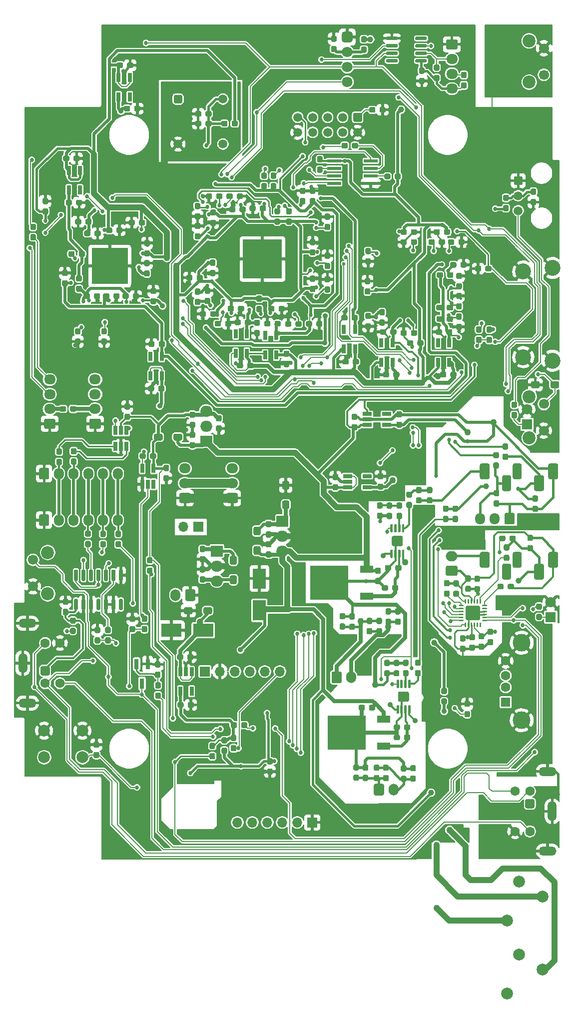
<source format=gbl>
%TF.GenerationSoftware,KiCad,Pcbnew,(5.1.9-0-10_14)*%
%TF.CreationDate,2021-06-06T00:02:42+09:00*%
%TF.ProjectId,ossc_board,6f737363-5f62-46f6-9172-642e6b696361,rev?*%
%TF.SameCoordinates,Original*%
%TF.FileFunction,Copper,L2,Bot*%
%TF.FilePolarity,Positive*%
%FSLAX46Y46*%
G04 Gerber Fmt 4.6, Leading zero omitted, Abs format (unit mm)*
G04 Created by KiCad (PCBNEW (5.1.9-0-10_14)) date 2021-06-06 00:02:42*
%MOMM*%
%LPD*%
G01*
G04 APERTURE LIST*
%TA.AperFunction,ComponentPad*%
%ADD10O,2.000000X1.905000*%
%TD*%
%TA.AperFunction,ComponentPad*%
%ADD11R,2.000000X1.905000*%
%TD*%
%TA.AperFunction,SMDPad,CuDef*%
%ADD12R,2.300000X3.500000*%
%TD*%
%TA.AperFunction,SMDPad,CuDef*%
%ADD13R,3.500000X2.300000*%
%TD*%
%TA.AperFunction,SMDPad,CuDef*%
%ADD14R,6.200000X6.200000*%
%TD*%
%TA.AperFunction,ComponentPad*%
%ADD15C,0.690000*%
%TD*%
%TA.AperFunction,ComponentPad*%
%ADD16C,2.400000*%
%TD*%
%TA.AperFunction,SMDPad,CuDef*%
%ADD17R,6.700000X6.700000*%
%TD*%
%TA.AperFunction,ComponentPad*%
%ADD18C,2.600000*%
%TD*%
%TA.AperFunction,ComponentPad*%
%ADD19C,1.500000*%
%TD*%
%TA.AperFunction,ComponentPad*%
%ADD20C,1.600000*%
%TD*%
%TA.AperFunction,ComponentPad*%
%ADD21O,3.000000X1.500000*%
%TD*%
%TA.AperFunction,ComponentPad*%
%ADD22O,1.500000X3.400000*%
%TD*%
%TA.AperFunction,ComponentPad*%
%ADD23C,2.000000*%
%TD*%
%TA.AperFunction,ComponentPad*%
%ADD24C,1.800000*%
%TD*%
%TA.AperFunction,ComponentPad*%
%ADD25O,1.950000X1.700000*%
%TD*%
%TA.AperFunction,ComponentPad*%
%ADD26O,1.700000X2.000000*%
%TD*%
%TA.AperFunction,SMDPad,CuDef*%
%ADD27R,6.400000X5.800000*%
%TD*%
%TA.AperFunction,SMDPad,CuDef*%
%ADD28R,2.200000X1.200000*%
%TD*%
%TA.AperFunction,ComponentPad*%
%ADD29C,2.700000*%
%TD*%
%TA.AperFunction,SMDPad,CuDef*%
%ADD30R,0.650000X1.560000*%
%TD*%
%TA.AperFunction,SMDPad,CuDef*%
%ADD31R,0.800000X1.800000*%
%TD*%
%TA.AperFunction,ComponentPad*%
%ADD32O,1.700000X1.700000*%
%TD*%
%TA.AperFunction,ComponentPad*%
%ADD33R,1.700000X1.700000*%
%TD*%
%TA.AperFunction,ComponentPad*%
%ADD34C,1.506220*%
%TD*%
%TA.AperFunction,ComponentPad*%
%ADD35R,1.800000X1.800000*%
%TD*%
%TA.AperFunction,SMDPad,CuDef*%
%ADD36R,1.560000X0.650000*%
%TD*%
%TA.AperFunction,ComponentPad*%
%ADD37C,1.700000*%
%TD*%
%TA.AperFunction,ComponentPad*%
%ADD38C,2.200000*%
%TD*%
%TA.AperFunction,ComponentPad*%
%ADD39O,1.700000X1.950000*%
%TD*%
%TA.AperFunction,ComponentPad*%
%ADD40O,2.000000X1.700000*%
%TD*%
%TA.AperFunction,ComponentPad*%
%ADD41R,1.600000X1.600000*%
%TD*%
%TA.AperFunction,ComponentPad*%
%ADD42C,3.000000*%
%TD*%
%TA.AperFunction,SMDPad,CuDef*%
%ADD43R,2.350000X0.600000*%
%TD*%
%TA.AperFunction,ViaPad*%
%ADD44C,0.686000*%
%TD*%
%TA.AperFunction,ViaPad*%
%ADD45C,0.900000*%
%TD*%
%TA.AperFunction,ViaPad*%
%ADD46C,0.600000*%
%TD*%
%TA.AperFunction,ViaPad*%
%ADD47C,0.650000*%
%TD*%
%TA.AperFunction,ViaPad*%
%ADD48C,1.000000*%
%TD*%
%TA.AperFunction,ViaPad*%
%ADD49C,1.100000*%
%TD*%
%TA.AperFunction,Conductor*%
%ADD50C,0.200000*%
%TD*%
%TA.AperFunction,Conductor*%
%ADD51C,0.180000*%
%TD*%
%TA.AperFunction,Conductor*%
%ADD52C,0.250000*%
%TD*%
%TA.AperFunction,Conductor*%
%ADD53C,0.220000*%
%TD*%
%TA.AperFunction,Conductor*%
%ADD54C,0.500000*%
%TD*%
%TA.AperFunction,Conductor*%
%ADD55C,0.300000*%
%TD*%
%TA.AperFunction,Conductor*%
%ADD56C,0.400000*%
%TD*%
%TA.AperFunction,Conductor*%
%ADD57C,0.350000*%
%TD*%
%TA.AperFunction,Conductor*%
%ADD58C,1.500000*%
%TD*%
%TA.AperFunction,Conductor*%
%ADD59C,0.700000*%
%TD*%
%TA.AperFunction,Conductor*%
%ADD60C,1.000000*%
%TD*%
%TA.AperFunction,Conductor*%
%ADD61C,0.450000*%
%TD*%
%TA.AperFunction,Conductor*%
%ADD62C,0.150000*%
%TD*%
G04 APERTURE END LIST*
%TO.P,C181,2*%
%TO.N,/soundbox/5VDC_STBY*%
%TA.AperFunction,SMDPad,CuDef*%
G36*
G01*
X68901300Y-125788300D02*
X69376300Y-125788300D01*
G75*
G02*
X69613800Y-126025800I0J-237500D01*
G01*
X69613800Y-126625800D01*
G75*
G02*
X69376300Y-126863300I-237500J0D01*
G01*
X68901300Y-126863300D01*
G75*
G02*
X68663800Y-126625800I0J237500D01*
G01*
X68663800Y-126025800D01*
G75*
G02*
X68901300Y-125788300I237500J0D01*
G01*
G37*
%TD.AperFunction*%
%TO.P,C181,1*%
%TO.N,GND*%
%TA.AperFunction,SMDPad,CuDef*%
G36*
G01*
X68901300Y-124063300D02*
X69376300Y-124063300D01*
G75*
G02*
X69613800Y-124300800I0J-237500D01*
G01*
X69613800Y-124900800D01*
G75*
G02*
X69376300Y-125138300I-237500J0D01*
G01*
X68901300Y-125138300D01*
G75*
G02*
X68663800Y-124900800I0J237500D01*
G01*
X68663800Y-124300800D01*
G75*
G02*
X68901300Y-124063300I237500J0D01*
G01*
G37*
%TD.AperFunction*%
%TD*%
%TO.P,C179,2*%
%TO.N,Net-(C179-Pad2)*%
%TA.AperFunction,SMDPad,CuDef*%
G36*
G01*
X69376300Y-121697700D02*
X68901300Y-121697700D01*
G75*
G02*
X68663800Y-121460200I0J237500D01*
G01*
X68663800Y-120860200D01*
G75*
G02*
X68901300Y-120622700I237500J0D01*
G01*
X69376300Y-120622700D01*
G75*
G02*
X69613800Y-120860200I0J-237500D01*
G01*
X69613800Y-121460200D01*
G75*
G02*
X69376300Y-121697700I-237500J0D01*
G01*
G37*
%TD.AperFunction*%
%TO.P,C179,1*%
%TO.N,GND*%
%TA.AperFunction,SMDPad,CuDef*%
G36*
G01*
X69376300Y-123422700D02*
X68901300Y-123422700D01*
G75*
G02*
X68663800Y-123185200I0J237500D01*
G01*
X68663800Y-122585200D01*
G75*
G02*
X68901300Y-122347700I237500J0D01*
G01*
X69376300Y-122347700D01*
G75*
G02*
X69613800Y-122585200I0J-237500D01*
G01*
X69613800Y-123185200D01*
G75*
G02*
X69376300Y-123422700I-237500J0D01*
G01*
G37*
%TD.AperFunction*%
%TD*%
D10*
%TO.P,U33,3*%
%TO.N,/soundbox/5VDC_STBY*%
X71577200Y-126580900D03*
%TO.P,U33,2*%
%TO.N,GND*%
X71577200Y-124040900D03*
D11*
%TO.P,U33,1*%
%TO.N,Net-(C179-Pad2)*%
X71577200Y-121500900D03*
%TD*%
%TO.P,D12,2*%
%TO.N,/soundbox/5VDC_STBY*%
%TA.AperFunction,SMDPad,CuDef*%
G36*
G01*
X74058500Y-125626700D02*
X74658500Y-125626700D01*
G75*
G02*
X74958500Y-125926700I0J-300000D01*
G01*
X74958500Y-126826700D01*
G75*
G02*
X74658500Y-127126700I-300000J0D01*
G01*
X74058500Y-127126700D01*
G75*
G02*
X73758500Y-126826700I0J300000D01*
G01*
X73758500Y-125926700D01*
G75*
G02*
X74058500Y-125626700I300000J0D01*
G01*
G37*
%TD.AperFunction*%
%TO.P,D12,1*%
%TO.N,Net-(C179-Pad2)*%
%TA.AperFunction,SMDPad,CuDef*%
G36*
G01*
X74058500Y-122326700D02*
X74658500Y-122326700D01*
G75*
G02*
X74958500Y-122626700I0J-300000D01*
G01*
X74958500Y-123526700D01*
G75*
G02*
X74658500Y-123826700I-300000J0D01*
G01*
X74058500Y-123826700D01*
G75*
G02*
X73758500Y-123526700I0J300000D01*
G01*
X73758500Y-122626700D01*
G75*
G02*
X74058500Y-122326700I300000J0D01*
G01*
G37*
%TD.AperFunction*%
%TD*%
D12*
%TO.P,D11,2*%
%TO.N,GND*%
X78778100Y-126166900D03*
%TO.P,D11,1*%
%TO.N,/hdmitx1/5V*%
X78778100Y-131566900D03*
%TD*%
D10*
%TO.P,U5,3*%
%TO.N,VCC*%
X69761100Y-97802700D03*
%TO.P,U5,2*%
%TO.N,GND*%
X69761100Y-100342700D03*
D11*
%TO.P,U5,1*%
%TO.N,/hdmitx1/5V*%
X69761100Y-102882700D03*
%TD*%
%TO.P,C177,2*%
%TO.N,GND*%
%TA.AperFunction,SMDPad,CuDef*%
G36*
G01*
X71669900Y-100210500D02*
X72144900Y-100210500D01*
G75*
G02*
X72382400Y-100448000I0J-237500D01*
G01*
X72382400Y-101048000D01*
G75*
G02*
X72144900Y-101285500I-237500J0D01*
G01*
X71669900Y-101285500D01*
G75*
G02*
X71432400Y-101048000I0J237500D01*
G01*
X71432400Y-100448000D01*
G75*
G02*
X71669900Y-100210500I237500J0D01*
G01*
G37*
%TD.AperFunction*%
%TO.P,C177,1*%
%TO.N,VCC*%
%TA.AperFunction,SMDPad,CuDef*%
G36*
G01*
X71669900Y-98485500D02*
X72144900Y-98485500D01*
G75*
G02*
X72382400Y-98723000I0J-237500D01*
G01*
X72382400Y-99323000D01*
G75*
G02*
X72144900Y-99560500I-237500J0D01*
G01*
X71669900Y-99560500D01*
G75*
G02*
X71432400Y-99323000I0J237500D01*
G01*
X71432400Y-98723000D01*
G75*
G02*
X71669900Y-98485500I237500J0D01*
G01*
G37*
%TD.AperFunction*%
%TD*%
D13*
%TO.P,D10,2*%
%TO.N,GND*%
X63848000Y-134924800D03*
%TO.P,D10,1*%
%TO.N,/soundbox/5VDC_STBY*%
X69248000Y-134924800D03*
%TD*%
%TO.P,R53,2*%
%TO.N,/hdmitx1/5V*%
%TA.AperFunction,SMDPad,CuDef*%
G36*
G01*
X47418000Y-133812800D02*
X46943000Y-133812800D01*
G75*
G02*
X46705500Y-133575300I0J237500D01*
G01*
X46705500Y-133000300D01*
G75*
G02*
X46943000Y-132762800I237500J0D01*
G01*
X47418000Y-132762800D01*
G75*
G02*
X47655500Y-133000300I0J-237500D01*
G01*
X47655500Y-133575300D01*
G75*
G02*
X47418000Y-133812800I-237500J0D01*
G01*
G37*
%TD.AperFunction*%
%TO.P,R53,1*%
%TO.N,Net-(R29-Pad1)*%
%TA.AperFunction,SMDPad,CuDef*%
G36*
G01*
X47418000Y-135562800D02*
X46943000Y-135562800D01*
G75*
G02*
X46705500Y-135325300I0J237500D01*
G01*
X46705500Y-134750300D01*
G75*
G02*
X46943000Y-134512800I237500J0D01*
G01*
X47418000Y-134512800D01*
G75*
G02*
X47655500Y-134750300I0J-237500D01*
G01*
X47655500Y-135325300D01*
G75*
G02*
X47418000Y-135562800I-237500J0D01*
G01*
G37*
%TD.AperFunction*%
%TD*%
D14*
%TO.P,U1,40*%
%TO.N,GND*%
X53435000Y-73230800D03*
D15*
X51035000Y-75630800D03*
X51035000Y-74830800D03*
X51035000Y-74030800D03*
X51035000Y-73230800D03*
X51035000Y-72430800D03*
X51035000Y-71630800D03*
X51035000Y-70830800D03*
X51835000Y-75630800D03*
X51835000Y-74830800D03*
X51835000Y-74030800D03*
X51835000Y-73230800D03*
X51835000Y-72430800D03*
X51835000Y-71630800D03*
X51835000Y-70830800D03*
X52635000Y-75630800D03*
X52635000Y-74830800D03*
X52635000Y-71630800D03*
X52635000Y-70830800D03*
X53435000Y-75630800D03*
X53435000Y-74830800D03*
X53435000Y-71630800D03*
X53435000Y-70830800D03*
X54235000Y-75630800D03*
X54235000Y-74830800D03*
X54235000Y-71630800D03*
X54235000Y-70830800D03*
X55035000Y-75630800D03*
X55035000Y-74830800D03*
X55035000Y-74030800D03*
X55035000Y-73230800D03*
X55035000Y-72430800D03*
X55035000Y-71630800D03*
X55035000Y-70830800D03*
X55835000Y-75630800D03*
X55835000Y-74830800D03*
X55835000Y-74030800D03*
X55835000Y-73230800D03*
X55835000Y-72430800D03*
X55835000Y-71630800D03*
X55835000Y-70830800D03*
D16*
X53435000Y-73230800D03*
%TD*%
D17*
%TO.P,U2,41*%
%TO.N,GND*%
X79300000Y-72033000D03*
D15*
X81850000Y-69483000D03*
X81850000Y-70333000D03*
X81850000Y-71183000D03*
X81850000Y-72033000D03*
X81850000Y-72883000D03*
X81850000Y-73733000D03*
X81850000Y-74583000D03*
X81000000Y-69483000D03*
X81000000Y-70333000D03*
X81000000Y-71183000D03*
X81000000Y-72033000D03*
X81000000Y-72883000D03*
X81000000Y-73733000D03*
X81000000Y-74583000D03*
X80150000Y-69483000D03*
X80150000Y-70333000D03*
X80150000Y-73733000D03*
X80150000Y-74583000D03*
X79300000Y-69483000D03*
X79300000Y-70333000D03*
X79300000Y-73733000D03*
X79300000Y-74583000D03*
X78450000Y-69483000D03*
X78450000Y-70333000D03*
X78450000Y-73733000D03*
X78450000Y-74583000D03*
X77600000Y-69483000D03*
X77600000Y-70333000D03*
X77600000Y-71183000D03*
X77600000Y-72033000D03*
X77600000Y-72883000D03*
X77600000Y-73733000D03*
X77600000Y-74583000D03*
X76750000Y-69483000D03*
X76750000Y-70333000D03*
X76750000Y-71183000D03*
X76750000Y-72033000D03*
X76750000Y-72883000D03*
X76750000Y-73733000D03*
X76750000Y-74583000D03*
D18*
X79300000Y-72033000D03*
%TD*%
%TO.P,U23,1*%
%TO.N,GND*%
%TA.AperFunction,ComponentPad*%
G36*
G01*
X122197680Y-58010000D02*
X123097680Y-58010000D01*
G75*
G02*
X123397680Y-58310000I0J-300000D01*
G01*
X123397680Y-59210000D01*
G75*
G02*
X123097680Y-59510000I-300000J0D01*
G01*
X122197680Y-59510000D01*
G75*
G02*
X121897680Y-59210000I0J300000D01*
G01*
X121897680Y-58310000D01*
G75*
G02*
X122197680Y-58010000I300000J0D01*
G01*
G37*
%TD.AperFunction*%
D19*
%TO.P,U23,2*%
%TO.N,Net-(C12-Pad1)*%
X122647680Y-61300000D03*
%TO.P,U23,3*%
%TO.N,/soundbox/SPDIF*%
X122647680Y-63840000D03*
%TD*%
D20*
%TO.P,J32,5*%
%TO.N,GND*%
X44972500Y-137100000D03*
%TO.P,J32,4*%
%TO.N,Net-(J31-Pad4)*%
X44972500Y-143900000D03*
%TO.P,J32,3*%
%TO.N,Net-(J31-Pad3)*%
X42472500Y-137100000D03*
%TO.P,J32,2*%
%TO.N,Net-(J31-Pad2)*%
X42472500Y-143900000D03*
%TO.P,J32,1*%
%TO.N,/hdmitx1/5V*%
%TA.AperFunction,ComponentPad*%
G36*
G01*
X42952500Y-142600000D02*
X41992500Y-142600000D01*
G75*
G02*
X41672500Y-142280000I0J320000D01*
G01*
X41672500Y-141320000D01*
G75*
G02*
X41992500Y-141000000I320000J0D01*
G01*
X42952500Y-141000000D01*
G75*
G02*
X43272500Y-141320000I0J-320000D01*
G01*
X43272500Y-142280000D01*
G75*
G02*
X42952500Y-142600000I-320000J0D01*
G01*
G37*
%TD.AperFunction*%
D21*
%TO.P,J32,5*%
%TO.N,GND*%
X39472500Y-147250000D03*
X39472500Y-133750000D03*
D22*
X38672500Y-140500000D03*
%TD*%
D20*
%TO.P,J31,5*%
%TO.N,GND*%
X122108700Y-169000000D03*
%TO.P,J31,4*%
%TO.N,Net-(J31-Pad4)*%
X122108700Y-162200000D03*
%TO.P,J31,3*%
%TO.N,Net-(J31-Pad3)*%
X124608700Y-169000000D03*
%TO.P,J31,2*%
%TO.N,Net-(J31-Pad2)*%
X124608700Y-162200000D03*
%TO.P,J31,1*%
%TO.N,/hdmitx1/5V*%
%TA.AperFunction,ComponentPad*%
G36*
G01*
X124128700Y-163500000D02*
X125088700Y-163500000D01*
G75*
G02*
X125408700Y-163820000I0J-320000D01*
G01*
X125408700Y-164780000D01*
G75*
G02*
X125088700Y-165100000I-320000J0D01*
G01*
X124128700Y-165100000D01*
G75*
G02*
X123808700Y-164780000I0J320000D01*
G01*
X123808700Y-163820000D01*
G75*
G02*
X124128700Y-163500000I320000J0D01*
G01*
G37*
%TD.AperFunction*%
D21*
%TO.P,J31,5*%
%TO.N,GND*%
X127608700Y-158850000D03*
X127608700Y-172350000D03*
D22*
X128408700Y-165600000D03*
%TD*%
D23*
%TO.P,J26,T*%
%TO.N,/soundbox/L_SP_P*%
X120763900Y-184100000D03*
%TO.P,J26,R*%
%TO.N,Net-(J26-PadR)*%
X122763900Y-177500000D03*
%TO.P,J26,S*%
%TO.N,/soundbox/L_SP_N*%
X126763900Y-180000000D03*
%TD*%
%TO.P,J25,T*%
%TO.N,/soundbox/R_SP_P*%
X120763900Y-196500000D03*
%TO.P,J25,R*%
%TO.N,Net-(J25-PadR)*%
X122763900Y-189900000D03*
%TO.P,J25,S*%
%TO.N,/soundbox/R_SP_N*%
X126763900Y-192400000D03*
%TD*%
%TO.P,D9,2*%
%TO.N,/hdmitx1/5V*%
%TA.AperFunction,SMDPad,CuDef*%
G36*
G01*
X78084400Y-120661000D02*
X78684400Y-120661000D01*
G75*
G02*
X78984400Y-120961000I0J-300000D01*
G01*
X78984400Y-121861000D01*
G75*
G02*
X78684400Y-122161000I-300000J0D01*
G01*
X78084400Y-122161000D01*
G75*
G02*
X77784400Y-121861000I0J300000D01*
G01*
X77784400Y-120961000D01*
G75*
G02*
X78084400Y-120661000I300000J0D01*
G01*
G37*
%TD.AperFunction*%
%TO.P,D9,1*%
%TO.N,Net-(C30-Pad1)*%
%TA.AperFunction,SMDPad,CuDef*%
G36*
G01*
X78084400Y-117361000D02*
X78684400Y-117361000D01*
G75*
G02*
X78984400Y-117661000I0J-300000D01*
G01*
X78984400Y-118561000D01*
G75*
G02*
X78684400Y-118861000I-300000J0D01*
G01*
X78084400Y-118861000D01*
G75*
G02*
X77784400Y-118561000I0J300000D01*
G01*
X77784400Y-117661000D01*
G75*
G02*
X78084400Y-117361000I300000J0D01*
G01*
G37*
%TD.AperFunction*%
%TD*%
%TO.P,R14,2*%
%TO.N,/fpga1/SCL*%
%TA.AperFunction,SMDPad,CuDef*%
G36*
G01*
X75686400Y-151240500D02*
X75686400Y-150765500D01*
G75*
G02*
X75923900Y-150528000I237500J0D01*
G01*
X76498900Y-150528000D01*
G75*
G02*
X76736400Y-150765500I0J-237500D01*
G01*
X76736400Y-151240500D01*
G75*
G02*
X76498900Y-151478000I-237500J0D01*
G01*
X75923900Y-151478000D01*
G75*
G02*
X75686400Y-151240500I0J237500D01*
G01*
G37*
%TD.AperFunction*%
%TO.P,R14,1*%
%TO.N,/soundbox/S_DVDD*%
%TA.AperFunction,SMDPad,CuDef*%
G36*
G01*
X73936400Y-151240500D02*
X73936400Y-150765500D01*
G75*
G02*
X74173900Y-150528000I237500J0D01*
G01*
X74748900Y-150528000D01*
G75*
G02*
X74986400Y-150765500I0J-237500D01*
G01*
X74986400Y-151240500D01*
G75*
G02*
X74748900Y-151478000I-237500J0D01*
G01*
X74173900Y-151478000D01*
G75*
G02*
X73936400Y-151240500I0J237500D01*
G01*
G37*
%TD.AperFunction*%
%TD*%
%TO.P,R13,2*%
%TO.N,/fpga1/SDA*%
%TA.AperFunction,SMDPad,CuDef*%
G36*
G01*
X70552300Y-155747200D02*
X71027300Y-155747200D01*
G75*
G02*
X71264800Y-155984700I0J-237500D01*
G01*
X71264800Y-156559700D01*
G75*
G02*
X71027300Y-156797200I-237500J0D01*
G01*
X70552300Y-156797200D01*
G75*
G02*
X70314800Y-156559700I0J237500D01*
G01*
X70314800Y-155984700D01*
G75*
G02*
X70552300Y-155747200I237500J0D01*
G01*
G37*
%TD.AperFunction*%
%TO.P,R13,1*%
%TO.N,/soundbox/S_DVDD*%
%TA.AperFunction,SMDPad,CuDef*%
G36*
G01*
X70552300Y-153997200D02*
X71027300Y-153997200D01*
G75*
G02*
X71264800Y-154234700I0J-237500D01*
G01*
X71264800Y-154809700D01*
G75*
G02*
X71027300Y-155047200I-237500J0D01*
G01*
X70552300Y-155047200D01*
G75*
G02*
X70314800Y-154809700I0J237500D01*
G01*
X70314800Y-154234700D01*
G75*
G02*
X70552300Y-153997200I237500J0D01*
G01*
G37*
%TD.AperFunction*%
%TD*%
%TO.P,R49,2*%
%TO.N,/soundbox/GREEN_OUT*%
%TA.AperFunction,SMDPad,CuDef*%
G36*
G01*
X46705000Y-97671900D02*
X46705000Y-97196900D01*
G75*
G02*
X46942500Y-96959400I237500J0D01*
G01*
X47517500Y-96959400D01*
G75*
G02*
X47755000Y-97196900I0J-237500D01*
G01*
X47755000Y-97671900D01*
G75*
G02*
X47517500Y-97909400I-237500J0D01*
G01*
X46942500Y-97909400D01*
G75*
G02*
X46705000Y-97671900I0J237500D01*
G01*
G37*
%TD.AperFunction*%
%TO.P,R49,1*%
%TO.N,/soundbox/MONO_VIDEO*%
%TA.AperFunction,SMDPad,CuDef*%
G36*
G01*
X44955000Y-97671900D02*
X44955000Y-97196900D01*
G75*
G02*
X45192500Y-96959400I237500J0D01*
G01*
X45767500Y-96959400D01*
G75*
G02*
X46005000Y-97196900I0J-237500D01*
G01*
X46005000Y-97671900D01*
G75*
G02*
X45767500Y-97909400I-237500J0D01*
G01*
X45192500Y-97909400D01*
G75*
G02*
X44955000Y-97671900I0J237500D01*
G01*
G37*
%TD.AperFunction*%
%TD*%
D24*
%TO.P,J29,4*%
%TO.N,/fpga1/SDA*%
X93670800Y-42043400D03*
%TO.P,J29,3*%
%TO.N,/fpga1/SCL*%
X93670800Y-39503400D03*
%TO.P,J29,2*%
%TO.N,Net-(C175-Pad1)*%
X93670800Y-36963400D03*
%TO.P,J29,1*%
%TO.N,GND*%
%TA.AperFunction,ComponentPad*%
G36*
G01*
X94570800Y-33883400D02*
X94570800Y-34963400D01*
G75*
G02*
X94210800Y-35323400I-360000J0D01*
G01*
X93130800Y-35323400D01*
G75*
G02*
X92770800Y-34963400I0J360000D01*
G01*
X92770800Y-33883400D01*
G75*
G02*
X93130800Y-33523400I360000J0D01*
G01*
X94210800Y-33523400D01*
G75*
G02*
X94570800Y-33883400I0J-360000D01*
G01*
G37*
%TD.AperFunction*%
%TD*%
%TO.P,FB10,2*%
%TO.N,VCC*%
%TA.AperFunction,SMDPad,CuDef*%
G36*
G01*
X96732100Y-35337000D02*
X96257100Y-35337000D01*
G75*
G02*
X96019600Y-35099500I0J237500D01*
G01*
X96019600Y-34524500D01*
G75*
G02*
X96257100Y-34287000I237500J0D01*
G01*
X96732100Y-34287000D01*
G75*
G02*
X96969600Y-34524500I0J-237500D01*
G01*
X96969600Y-35099500D01*
G75*
G02*
X96732100Y-35337000I-237500J0D01*
G01*
G37*
%TD.AperFunction*%
%TO.P,FB10,1*%
%TO.N,Net-(C175-Pad1)*%
%TA.AperFunction,SMDPad,CuDef*%
G36*
G01*
X96732100Y-37087000D02*
X96257100Y-37087000D01*
G75*
G02*
X96019600Y-36849500I0J237500D01*
G01*
X96019600Y-36274500D01*
G75*
G02*
X96257100Y-36037000I237500J0D01*
G01*
X96732100Y-36037000D01*
G75*
G02*
X96969600Y-36274500I0J-237500D01*
G01*
X96969600Y-36849500D01*
G75*
G02*
X96732100Y-37087000I-237500J0D01*
G01*
G37*
%TD.AperFunction*%
%TD*%
%TO.P,C175,2*%
%TO.N,GND*%
%TA.AperFunction,SMDPad,CuDef*%
G36*
G01*
X91626700Y-35235400D02*
X91151700Y-35235400D01*
G75*
G02*
X90914200Y-34997900I0J237500D01*
G01*
X90914200Y-34422900D01*
G75*
G02*
X91151700Y-34185400I237500J0D01*
G01*
X91626700Y-34185400D01*
G75*
G02*
X91864200Y-34422900I0J-237500D01*
G01*
X91864200Y-34997900D01*
G75*
G02*
X91626700Y-35235400I-237500J0D01*
G01*
G37*
%TD.AperFunction*%
%TO.P,C175,1*%
%TO.N,Net-(C175-Pad1)*%
%TA.AperFunction,SMDPad,CuDef*%
G36*
G01*
X91626700Y-36985400D02*
X91151700Y-36985400D01*
G75*
G02*
X90914200Y-36747900I0J237500D01*
G01*
X90914200Y-36172900D01*
G75*
G02*
X91151700Y-35935400I237500J0D01*
G01*
X91626700Y-35935400D01*
G75*
G02*
X91864200Y-36172900I0J-237500D01*
G01*
X91864200Y-36747900D01*
G75*
G02*
X91626700Y-36985400I-237500J0D01*
G01*
G37*
%TD.AperFunction*%
%TD*%
%TO.P,U32,8*%
%TO.N,VCC*%
%TA.AperFunction,SMDPad,CuDef*%
G36*
G01*
X105208200Y-38605600D02*
X105208200Y-38305600D01*
G75*
G02*
X105358200Y-38155600I150000J0D01*
G01*
X107008200Y-38155600D01*
G75*
G02*
X107158200Y-38305600I0J-150000D01*
G01*
X107158200Y-38605600D01*
G75*
G02*
X107008200Y-38755600I-150000J0D01*
G01*
X105358200Y-38755600D01*
G75*
G02*
X105208200Y-38605600I0J150000D01*
G01*
G37*
%TD.AperFunction*%
%TO.P,U32,7*%
%TO.N,Net-(J28-Pad2)*%
%TA.AperFunction,SMDPad,CuDef*%
G36*
G01*
X105208200Y-37335600D02*
X105208200Y-37035600D01*
G75*
G02*
X105358200Y-36885600I150000J0D01*
G01*
X107008200Y-36885600D01*
G75*
G02*
X107158200Y-37035600I0J-150000D01*
G01*
X107158200Y-37335600D01*
G75*
G02*
X107008200Y-37485600I-150000J0D01*
G01*
X105358200Y-37485600D01*
G75*
G02*
X105208200Y-37335600I0J150000D01*
G01*
G37*
%TD.AperFunction*%
%TO.P,U32,6*%
%TO.N,Net-(J28-Pad3)*%
%TA.AperFunction,SMDPad,CuDef*%
G36*
G01*
X105208200Y-36065600D02*
X105208200Y-35765600D01*
G75*
G02*
X105358200Y-35615600I150000J0D01*
G01*
X107008200Y-35615600D01*
G75*
G02*
X107158200Y-35765600I0J-150000D01*
G01*
X107158200Y-36065600D01*
G75*
G02*
X107008200Y-36215600I-150000J0D01*
G01*
X105358200Y-36215600D01*
G75*
G02*
X105208200Y-36065600I0J150000D01*
G01*
G37*
%TD.AperFunction*%
%TO.P,U32,5*%
%TO.N,Net-(U32-Pad5)*%
%TA.AperFunction,SMDPad,CuDef*%
G36*
G01*
X105208200Y-34795600D02*
X105208200Y-34495600D01*
G75*
G02*
X105358200Y-34345600I150000J0D01*
G01*
X107008200Y-34345600D01*
G75*
G02*
X107158200Y-34495600I0J-150000D01*
G01*
X107158200Y-34795600D01*
G75*
G02*
X107008200Y-34945600I-150000J0D01*
G01*
X105358200Y-34945600D01*
G75*
G02*
X105208200Y-34795600I0J150000D01*
G01*
G37*
%TD.AperFunction*%
%TO.P,U32,4*%
%TO.N,GND*%
%TA.AperFunction,SMDPad,CuDef*%
G36*
G01*
X100258200Y-34795600D02*
X100258200Y-34495600D01*
G75*
G02*
X100408200Y-34345600I150000J0D01*
G01*
X102058200Y-34345600D01*
G75*
G02*
X102208200Y-34495600I0J-150000D01*
G01*
X102208200Y-34795600D01*
G75*
G02*
X102058200Y-34945600I-150000J0D01*
G01*
X100408200Y-34945600D01*
G75*
G02*
X100258200Y-34795600I0J150000D01*
G01*
G37*
%TD.AperFunction*%
%TO.P,U32,3*%
%TO.N,/fpga1/SDA*%
%TA.AperFunction,SMDPad,CuDef*%
G36*
G01*
X100258200Y-36065600D02*
X100258200Y-35765600D01*
G75*
G02*
X100408200Y-35615600I150000J0D01*
G01*
X102058200Y-35615600D01*
G75*
G02*
X102208200Y-35765600I0J-150000D01*
G01*
X102208200Y-36065600D01*
G75*
G02*
X102058200Y-36215600I-150000J0D01*
G01*
X100408200Y-36215600D01*
G75*
G02*
X100258200Y-36065600I0J150000D01*
G01*
G37*
%TD.AperFunction*%
%TO.P,U32,2*%
%TO.N,/fpga1/SCL*%
%TA.AperFunction,SMDPad,CuDef*%
G36*
G01*
X100258200Y-37335600D02*
X100258200Y-37035600D01*
G75*
G02*
X100408200Y-36885600I150000J0D01*
G01*
X102058200Y-36885600D01*
G75*
G02*
X102208200Y-37035600I0J-150000D01*
G01*
X102208200Y-37335600D01*
G75*
G02*
X102058200Y-37485600I-150000J0D01*
G01*
X100408200Y-37485600D01*
G75*
G02*
X100258200Y-37335600I0J150000D01*
G01*
G37*
%TD.AperFunction*%
%TO.P,U32,1*%
%TO.N,N/C*%
%TA.AperFunction,SMDPad,CuDef*%
G36*
G01*
X100258200Y-38605600D02*
X100258200Y-38305600D01*
G75*
G02*
X100408200Y-38155600I150000J0D01*
G01*
X102058200Y-38155600D01*
G75*
G02*
X102208200Y-38305600I0J-150000D01*
G01*
X102208200Y-38605600D01*
G75*
G02*
X102058200Y-38755600I-150000J0D01*
G01*
X100408200Y-38755600D01*
G75*
G02*
X100258200Y-38605600I0J150000D01*
G01*
G37*
%TD.AperFunction*%
%TD*%
%TO.P,R48,2*%
%TO.N,VCC*%
%TA.AperFunction,SMDPad,CuDef*%
G36*
G01*
X113198900Y-42082200D02*
X113673900Y-42082200D01*
G75*
G02*
X113911400Y-42319700I0J-237500D01*
G01*
X113911400Y-42894700D01*
G75*
G02*
X113673900Y-43132200I-237500J0D01*
G01*
X113198900Y-43132200D01*
G75*
G02*
X112961400Y-42894700I0J237500D01*
G01*
X112961400Y-42319700D01*
G75*
G02*
X113198900Y-42082200I237500J0D01*
G01*
G37*
%TD.AperFunction*%
%TO.P,R48,1*%
%TO.N,Net-(J28-Pad3)*%
%TA.AperFunction,SMDPad,CuDef*%
G36*
G01*
X113198900Y-40332200D02*
X113673900Y-40332200D01*
G75*
G02*
X113911400Y-40569700I0J-237500D01*
G01*
X113911400Y-41144700D01*
G75*
G02*
X113673900Y-41382200I-237500J0D01*
G01*
X113198900Y-41382200D01*
G75*
G02*
X112961400Y-41144700I0J237500D01*
G01*
X112961400Y-40569700D01*
G75*
G02*
X113198900Y-40332200I237500J0D01*
G01*
G37*
%TD.AperFunction*%
%TD*%
%TO.P,R47,2*%
%TO.N,VCC*%
%TA.AperFunction,SMDPad,CuDef*%
G36*
G01*
X108576100Y-40837600D02*
X109051100Y-40837600D01*
G75*
G02*
X109288600Y-41075100I0J-237500D01*
G01*
X109288600Y-41650100D01*
G75*
G02*
X109051100Y-41887600I-237500J0D01*
G01*
X108576100Y-41887600D01*
G75*
G02*
X108338600Y-41650100I0J237500D01*
G01*
X108338600Y-41075100D01*
G75*
G02*
X108576100Y-40837600I237500J0D01*
G01*
G37*
%TD.AperFunction*%
%TO.P,R47,1*%
%TO.N,Net-(J28-Pad2)*%
%TA.AperFunction,SMDPad,CuDef*%
G36*
G01*
X108576100Y-39087600D02*
X109051100Y-39087600D01*
G75*
G02*
X109288600Y-39325100I0J-237500D01*
G01*
X109288600Y-39900100D01*
G75*
G02*
X109051100Y-40137600I-237500J0D01*
G01*
X108576100Y-40137600D01*
G75*
G02*
X108338600Y-39900100I0J237500D01*
G01*
X108338600Y-39325100D01*
G75*
G02*
X108576100Y-39087600I237500J0D01*
G01*
G37*
%TD.AperFunction*%
%TD*%
D25*
%TO.P,J28,4*%
%TO.N,VCC*%
X111404400Y-43161600D03*
%TO.P,J28,3*%
%TO.N,Net-(J28-Pad3)*%
X111404400Y-40661600D03*
%TO.P,J28,2*%
%TO.N,Net-(J28-Pad2)*%
X111404400Y-38161600D03*
%TO.P,J28,1*%
%TO.N,GND*%
%TA.AperFunction,ComponentPad*%
G36*
G01*
X110679400Y-34811600D02*
X112129400Y-34811600D01*
G75*
G02*
X112379400Y-35061600I0J-250000D01*
G01*
X112379400Y-36261600D01*
G75*
G02*
X112129400Y-36511600I-250000J0D01*
G01*
X110679400Y-36511600D01*
G75*
G02*
X110429400Y-36261600I0J250000D01*
G01*
X110429400Y-35061600D01*
G75*
G02*
X110679400Y-34811600I250000J0D01*
G01*
G37*
%TD.AperFunction*%
%TD*%
%TO.P,C174,2*%
%TO.N,GND*%
%TA.AperFunction,SMDPad,CuDef*%
G36*
G01*
X106061500Y-41345600D02*
X106536500Y-41345600D01*
G75*
G02*
X106774000Y-41583100I0J-237500D01*
G01*
X106774000Y-42158100D01*
G75*
G02*
X106536500Y-42395600I-237500J0D01*
G01*
X106061500Y-42395600D01*
G75*
G02*
X105824000Y-42158100I0J237500D01*
G01*
X105824000Y-41583100D01*
G75*
G02*
X106061500Y-41345600I237500J0D01*
G01*
G37*
%TD.AperFunction*%
%TO.P,C174,1*%
%TO.N,VCC*%
%TA.AperFunction,SMDPad,CuDef*%
G36*
G01*
X106061500Y-39595600D02*
X106536500Y-39595600D01*
G75*
G02*
X106774000Y-39833100I0J-237500D01*
G01*
X106774000Y-40408100D01*
G75*
G02*
X106536500Y-40645600I-237500J0D01*
G01*
X106061500Y-40645600D01*
G75*
G02*
X105824000Y-40408100I0J237500D01*
G01*
X105824000Y-39833100D01*
G75*
G02*
X106061500Y-39595600I237500J0D01*
G01*
G37*
%TD.AperFunction*%
%TD*%
%TO.P,U31,8*%
%TO.N,Net-(L4-Pad2)*%
%TA.AperFunction,SMDPad,CuDef*%
G36*
G01*
X101083800Y-121261800D02*
X101283800Y-121261800D01*
G75*
G02*
X101383800Y-121361800I0J-100000D01*
G01*
X101383800Y-122586800D01*
G75*
G02*
X101283800Y-122686800I-100000J0D01*
G01*
X101083800Y-122686800D01*
G75*
G02*
X100983800Y-122586800I0J100000D01*
G01*
X100983800Y-121361800D01*
G75*
G02*
X101083800Y-121261800I100000J0D01*
G01*
G37*
%TD.AperFunction*%
%TO.P,U31,7*%
%TO.N,GNDA*%
%TA.AperFunction,SMDPad,CuDef*%
G36*
G01*
X101733800Y-121261800D02*
X101933800Y-121261800D01*
G75*
G02*
X102033800Y-121361800I0J-100000D01*
G01*
X102033800Y-122586800D01*
G75*
G02*
X101933800Y-122686800I-100000J0D01*
G01*
X101733800Y-122686800D01*
G75*
G02*
X101633800Y-122586800I0J100000D01*
G01*
X101633800Y-121361800D01*
G75*
G02*
X101733800Y-121261800I100000J0D01*
G01*
G37*
%TD.AperFunction*%
%TO.P,U31,6*%
%TO.N,Net-(C159-Pad2)*%
%TA.AperFunction,SMDPad,CuDef*%
G36*
G01*
X102383800Y-121261800D02*
X102583800Y-121261800D01*
G75*
G02*
X102683800Y-121361800I0J-100000D01*
G01*
X102683800Y-122586800D01*
G75*
G02*
X102583800Y-122686800I-100000J0D01*
G01*
X102383800Y-122686800D01*
G75*
G02*
X102283800Y-122586800I0J100000D01*
G01*
X102283800Y-121361800D01*
G75*
G02*
X102383800Y-121261800I100000J0D01*
G01*
G37*
%TD.AperFunction*%
%TO.P,U31,5*%
%TO.N,Net-(L3-Pad2)*%
%TA.AperFunction,SMDPad,CuDef*%
G36*
G01*
X103033800Y-121261800D02*
X103233800Y-121261800D01*
G75*
G02*
X103333800Y-121361800I0J-100000D01*
G01*
X103333800Y-122586800D01*
G75*
G02*
X103233800Y-122686800I-100000J0D01*
G01*
X103033800Y-122686800D01*
G75*
G02*
X102933800Y-122586800I0J100000D01*
G01*
X102933800Y-121361800D01*
G75*
G02*
X103033800Y-121261800I100000J0D01*
G01*
G37*
%TD.AperFunction*%
%TO.P,U31,4*%
%TO.N,Net-(R43-Pad2)*%
%TA.AperFunction,SMDPad,CuDef*%
G36*
G01*
X103033800Y-116936800D02*
X103233800Y-116936800D01*
G75*
G02*
X103333800Y-117036800I0J-100000D01*
G01*
X103333800Y-118261800D01*
G75*
G02*
X103233800Y-118361800I-100000J0D01*
G01*
X103033800Y-118361800D01*
G75*
G02*
X102933800Y-118261800I0J100000D01*
G01*
X102933800Y-117036800D01*
G75*
G02*
X103033800Y-116936800I100000J0D01*
G01*
G37*
%TD.AperFunction*%
%TO.P,U31,3*%
%TO.N,Net-(R44-Pad2)*%
%TA.AperFunction,SMDPad,CuDef*%
G36*
G01*
X102383800Y-116936800D02*
X102583800Y-116936800D01*
G75*
G02*
X102683800Y-117036800I0J-100000D01*
G01*
X102683800Y-118261800D01*
G75*
G02*
X102583800Y-118361800I-100000J0D01*
G01*
X102383800Y-118361800D01*
G75*
G02*
X102283800Y-118261800I0J100000D01*
G01*
X102283800Y-117036800D01*
G75*
G02*
X102383800Y-116936800I100000J0D01*
G01*
G37*
%TD.AperFunction*%
%TO.P,U31,2*%
%TO.N,N/C*%
%TA.AperFunction,SMDPad,CuDef*%
G36*
G01*
X101733800Y-116936800D02*
X101933800Y-116936800D01*
G75*
G02*
X102033800Y-117036800I0J-100000D01*
G01*
X102033800Y-118261800D01*
G75*
G02*
X101933800Y-118361800I-100000J0D01*
G01*
X101733800Y-118361800D01*
G75*
G02*
X101633800Y-118261800I0J100000D01*
G01*
X101633800Y-117036800D01*
G75*
G02*
X101733800Y-116936800I100000J0D01*
G01*
G37*
%TD.AperFunction*%
%TO.P,U31,1*%
%TO.N,/soundbox/AMP_SHUTDOWN*%
%TA.AperFunction,SMDPad,CuDef*%
G36*
G01*
X101083800Y-116936800D02*
X101283800Y-116936800D01*
G75*
G02*
X101383800Y-117036800I0J-100000D01*
G01*
X101383800Y-118261800D01*
G75*
G02*
X101283800Y-118361800I-100000J0D01*
G01*
X101083800Y-118361800D01*
G75*
G02*
X100983800Y-118261800I0J100000D01*
G01*
X100983800Y-117036800D01*
G75*
G02*
X101083800Y-116936800I100000J0D01*
G01*
G37*
%TD.AperFunction*%
%TO.P,U31,9*%
%TO.N,GNDA*%
%TA.AperFunction,SMDPad,CuDef*%
G36*
G01*
X101483799Y-118946800D02*
X102833801Y-118946800D01*
G75*
G02*
X103083800Y-119196799I0J-249999D01*
G01*
X103083800Y-120426801D01*
G75*
G02*
X102833801Y-120676800I-249999J0D01*
G01*
X101483799Y-120676800D01*
G75*
G02*
X101233800Y-120426801I0J249999D01*
G01*
X101233800Y-119196799D01*
G75*
G02*
X101483799Y-118946800I249999J0D01*
G01*
G37*
%TD.AperFunction*%
%TD*%
%TO.P,U29,8*%
%TO.N,Net-(L2-Pad2)*%
%TA.AperFunction,SMDPad,CuDef*%
G36*
G01*
X102125200Y-147627000D02*
X102325200Y-147627000D01*
G75*
G02*
X102425200Y-147727000I0J-100000D01*
G01*
X102425200Y-148952000D01*
G75*
G02*
X102325200Y-149052000I-100000J0D01*
G01*
X102125200Y-149052000D01*
G75*
G02*
X102025200Y-148952000I0J100000D01*
G01*
X102025200Y-147727000D01*
G75*
G02*
X102125200Y-147627000I100000J0D01*
G01*
G37*
%TD.AperFunction*%
%TO.P,U29,7*%
%TO.N,GNDA*%
%TA.AperFunction,SMDPad,CuDef*%
G36*
G01*
X102775200Y-147627000D02*
X102975200Y-147627000D01*
G75*
G02*
X103075200Y-147727000I0J-100000D01*
G01*
X103075200Y-148952000D01*
G75*
G02*
X102975200Y-149052000I-100000J0D01*
G01*
X102775200Y-149052000D01*
G75*
G02*
X102675200Y-148952000I0J100000D01*
G01*
X102675200Y-147727000D01*
G75*
G02*
X102775200Y-147627000I100000J0D01*
G01*
G37*
%TD.AperFunction*%
%TO.P,U29,6*%
%TO.N,Net-(C146-Pad2)*%
%TA.AperFunction,SMDPad,CuDef*%
G36*
G01*
X103425200Y-147627000D02*
X103625200Y-147627000D01*
G75*
G02*
X103725200Y-147727000I0J-100000D01*
G01*
X103725200Y-148952000D01*
G75*
G02*
X103625200Y-149052000I-100000J0D01*
G01*
X103425200Y-149052000D01*
G75*
G02*
X103325200Y-148952000I0J100000D01*
G01*
X103325200Y-147727000D01*
G75*
G02*
X103425200Y-147627000I100000J0D01*
G01*
G37*
%TD.AperFunction*%
%TO.P,U29,5*%
%TO.N,Net-(L1-Pad2)*%
%TA.AperFunction,SMDPad,CuDef*%
G36*
G01*
X104075200Y-147627000D02*
X104275200Y-147627000D01*
G75*
G02*
X104375200Y-147727000I0J-100000D01*
G01*
X104375200Y-148952000D01*
G75*
G02*
X104275200Y-149052000I-100000J0D01*
G01*
X104075200Y-149052000D01*
G75*
G02*
X103975200Y-148952000I0J100000D01*
G01*
X103975200Y-147727000D01*
G75*
G02*
X104075200Y-147627000I100000J0D01*
G01*
G37*
%TD.AperFunction*%
%TO.P,U29,4*%
%TO.N,Net-(R39-Pad2)*%
%TA.AperFunction,SMDPad,CuDef*%
G36*
G01*
X104075200Y-143302000D02*
X104275200Y-143302000D01*
G75*
G02*
X104375200Y-143402000I0J-100000D01*
G01*
X104375200Y-144627000D01*
G75*
G02*
X104275200Y-144727000I-100000J0D01*
G01*
X104075200Y-144727000D01*
G75*
G02*
X103975200Y-144627000I0J100000D01*
G01*
X103975200Y-143402000D01*
G75*
G02*
X104075200Y-143302000I100000J0D01*
G01*
G37*
%TD.AperFunction*%
%TO.P,U29,3*%
%TO.N,Net-(R40-Pad2)*%
%TA.AperFunction,SMDPad,CuDef*%
G36*
G01*
X103425200Y-143302000D02*
X103625200Y-143302000D01*
G75*
G02*
X103725200Y-143402000I0J-100000D01*
G01*
X103725200Y-144627000D01*
G75*
G02*
X103625200Y-144727000I-100000J0D01*
G01*
X103425200Y-144727000D01*
G75*
G02*
X103325200Y-144627000I0J100000D01*
G01*
X103325200Y-143402000D01*
G75*
G02*
X103425200Y-143302000I100000J0D01*
G01*
G37*
%TD.AperFunction*%
%TO.P,U29,2*%
%TO.N,N/C*%
%TA.AperFunction,SMDPad,CuDef*%
G36*
G01*
X102775200Y-143302000D02*
X102975200Y-143302000D01*
G75*
G02*
X103075200Y-143402000I0J-100000D01*
G01*
X103075200Y-144627000D01*
G75*
G02*
X102975200Y-144727000I-100000J0D01*
G01*
X102775200Y-144727000D01*
G75*
G02*
X102675200Y-144627000I0J100000D01*
G01*
X102675200Y-143402000D01*
G75*
G02*
X102775200Y-143302000I100000J0D01*
G01*
G37*
%TD.AperFunction*%
%TO.P,U29,1*%
%TO.N,/soundbox/AMP_SHUTDOWN*%
%TA.AperFunction,SMDPad,CuDef*%
G36*
G01*
X102125200Y-143302000D02*
X102325200Y-143302000D01*
G75*
G02*
X102425200Y-143402000I0J-100000D01*
G01*
X102425200Y-144627000D01*
G75*
G02*
X102325200Y-144727000I-100000J0D01*
G01*
X102125200Y-144727000D01*
G75*
G02*
X102025200Y-144627000I0J100000D01*
G01*
X102025200Y-143402000D01*
G75*
G02*
X102125200Y-143302000I100000J0D01*
G01*
G37*
%TD.AperFunction*%
%TO.P,U29,9*%
%TO.N,GNDA*%
%TA.AperFunction,SMDPad,CuDef*%
G36*
G01*
X102525199Y-145312000D02*
X103875201Y-145312000D01*
G75*
G02*
X104125200Y-145561999I0J-249999D01*
G01*
X104125200Y-146792001D01*
G75*
G02*
X103875201Y-147042000I-249999J0D01*
G01*
X102525199Y-147042000D01*
G75*
G02*
X102275200Y-146792001I0J249999D01*
G01*
X102275200Y-145561999D01*
G75*
G02*
X102525199Y-145312000I249999J0D01*
G01*
G37*
%TD.AperFunction*%
%TD*%
D26*
%TO.P,J27,2*%
%TO.N,/soundbox/L_SP_P*%
X94346400Y-142910560D03*
%TO.P,J27,1*%
%TO.N,/soundbox/L_SP_N*%
%TA.AperFunction,ComponentPad*%
G36*
G01*
X90996400Y-143660560D02*
X90996400Y-142160560D01*
G75*
G02*
X91246400Y-141910560I250000J0D01*
G01*
X92446400Y-141910560D01*
G75*
G02*
X92696400Y-142160560I0J-250000D01*
G01*
X92696400Y-143660560D01*
G75*
G02*
X92446400Y-143910560I-250000J0D01*
G01*
X91246400Y-143910560D01*
G75*
G02*
X90996400Y-143660560I0J250000D01*
G01*
G37*
%TD.AperFunction*%
%TD*%
%TO.P,J24,2*%
%TO.N,/soundbox/R_SP_P*%
X101534600Y-161925000D03*
%TO.P,J24,1*%
%TO.N,/soundbox/R_SP_N*%
%TA.AperFunction,ComponentPad*%
G36*
G01*
X98184600Y-162675000D02*
X98184600Y-161175000D01*
G75*
G02*
X98434600Y-160925000I250000J0D01*
G01*
X99634600Y-160925000D01*
G75*
G02*
X99884600Y-161175000I0J-250000D01*
G01*
X99884600Y-162675000D01*
G75*
G02*
X99634600Y-162925000I-250000J0D01*
G01*
X98434600Y-162925000D01*
G75*
G02*
X98184600Y-162675000I0J250000D01*
G01*
G37*
%TD.AperFunction*%
%TD*%
%TO.P,J3,TN*%
%TO.N,Net-(J3-PadTN)*%
%TA.AperFunction,ComponentPad*%
G36*
G01*
X117824800Y-121990000D02*
X117824800Y-124010000D01*
G75*
G02*
X117484800Y-124350000I-340000J0D01*
G01*
X116464800Y-124350000D01*
G75*
G02*
X116124800Y-124010000I0J340000D01*
G01*
X116124800Y-121990000D01*
G75*
G02*
X116464800Y-121650000I340000J0D01*
G01*
X117484800Y-121650000D01*
G75*
G02*
X117824800Y-121990000I0J-340000D01*
G01*
G37*
%TD.AperFunction*%
%TO.P,J3,RN*%
%TO.N,Net-(J3-PadR)*%
%TA.AperFunction,ComponentPad*%
G36*
G01*
X123224800Y-121950000D02*
X123224800Y-124050000D01*
G75*
G02*
X122924800Y-124350000I-300000J0D01*
G01*
X122024800Y-124350000D01*
G75*
G02*
X121724800Y-124050000I0J300000D01*
G01*
X121724800Y-121950000D01*
G75*
G02*
X122024800Y-121650000I300000J0D01*
G01*
X122924800Y-121650000D01*
G75*
G02*
X123224800Y-121950000I0J-300000D01*
G01*
G37*
%TD.AperFunction*%
%TO.P,J3,S*%
%TO.N,GNDA*%
%TA.AperFunction,ComponentPad*%
G36*
G01*
X129424800Y-121990000D02*
X129424800Y-124010000D01*
G75*
G02*
X129084800Y-124350000I-340000J0D01*
G01*
X128064800Y-124350000D01*
G75*
G02*
X127724800Y-124010000I0J340000D01*
G01*
X127724800Y-121990000D01*
G75*
G02*
X128064800Y-121650000I340000J0D01*
G01*
X129084800Y-121650000D01*
G75*
G02*
X129424800Y-121990000I0J-340000D01*
G01*
G37*
%TD.AperFunction*%
%TO.P,J3,T*%
%TO.N,Net-(C140-Pad2)*%
%TA.AperFunction,ComponentPad*%
G36*
G01*
X127024800Y-123990000D02*
X127024800Y-126010000D01*
G75*
G02*
X126684800Y-126350000I-340000J0D01*
G01*
X125664800Y-126350000D01*
G75*
G02*
X125324800Y-126010000I0J340000D01*
G01*
X125324800Y-123990000D01*
G75*
G02*
X125664800Y-123650000I340000J0D01*
G01*
X126684800Y-123650000D01*
G75*
G02*
X127024800Y-123990000I0J-340000D01*
G01*
G37*
%TD.AperFunction*%
%TO.P,J3,R*%
%TO.N,Net-(J3-PadR)*%
%TA.AperFunction,ComponentPad*%
G36*
G01*
X121424800Y-123950000D02*
X121424800Y-126050000D01*
G75*
G02*
X121124800Y-126350000I-300000J0D01*
G01*
X120224800Y-126350000D01*
G75*
G02*
X119924800Y-126050000I0J300000D01*
G01*
X119924800Y-123950000D01*
G75*
G02*
X120224800Y-123650000I300000J0D01*
G01*
X121124800Y-123650000D01*
G75*
G02*
X121424800Y-123950000I0J-300000D01*
G01*
G37*
%TD.AperFunction*%
%TD*%
%TO.P,J2,TN*%
%TO.N,/soundbox/OUTL*%
%TA.AperFunction,ComponentPad*%
G36*
G01*
X117824800Y-106990000D02*
X117824800Y-109010000D01*
G75*
G02*
X117484800Y-109350000I-340000J0D01*
G01*
X116464800Y-109350000D01*
G75*
G02*
X116124800Y-109010000I0J340000D01*
G01*
X116124800Y-106990000D01*
G75*
G02*
X116464800Y-106650000I340000J0D01*
G01*
X117484800Y-106650000D01*
G75*
G02*
X117824800Y-106990000I0J-340000D01*
G01*
G37*
%TD.AperFunction*%
%TO.P,J2,RN*%
%TO.N,/soundbox/OUTR*%
%TA.AperFunction,ComponentPad*%
G36*
G01*
X123224800Y-106950000D02*
X123224800Y-109050000D01*
G75*
G02*
X122924800Y-109350000I-300000J0D01*
G01*
X122024800Y-109350000D01*
G75*
G02*
X121724800Y-109050000I0J300000D01*
G01*
X121724800Y-106950000D01*
G75*
G02*
X122024800Y-106650000I300000J0D01*
G01*
X122924800Y-106650000D01*
G75*
G02*
X123224800Y-106950000I0J-300000D01*
G01*
G37*
%TD.AperFunction*%
%TO.P,J2,S*%
%TO.N,GNDA*%
%TA.AperFunction,ComponentPad*%
G36*
G01*
X129424800Y-106990000D02*
X129424800Y-109010000D01*
G75*
G02*
X129084800Y-109350000I-340000J0D01*
G01*
X128064800Y-109350000D01*
G75*
G02*
X127724800Y-109010000I0J340000D01*
G01*
X127724800Y-106990000D01*
G75*
G02*
X128064800Y-106650000I340000J0D01*
G01*
X129084800Y-106650000D01*
G75*
G02*
X129424800Y-106990000I0J-340000D01*
G01*
G37*
%TD.AperFunction*%
%TO.P,J2,T*%
%TO.N,Net-(C112-Pad2)*%
%TA.AperFunction,ComponentPad*%
G36*
G01*
X127024800Y-108990000D02*
X127024800Y-111010000D01*
G75*
G02*
X126684800Y-111350000I-340000J0D01*
G01*
X125664800Y-111350000D01*
G75*
G02*
X125324800Y-111010000I0J340000D01*
G01*
X125324800Y-108990000D01*
G75*
G02*
X125664800Y-108650000I340000J0D01*
G01*
X126684800Y-108650000D01*
G75*
G02*
X127024800Y-108990000I0J-340000D01*
G01*
G37*
%TD.AperFunction*%
%TO.P,J2,R*%
%TO.N,Net-(C113-Pad1)*%
%TA.AperFunction,ComponentPad*%
G36*
G01*
X121424800Y-108950000D02*
X121424800Y-111050000D01*
G75*
G02*
X121124800Y-111350000I-300000J0D01*
G01*
X120224800Y-111350000D01*
G75*
G02*
X119924800Y-111050000I0J300000D01*
G01*
X119924800Y-108950000D01*
G75*
G02*
X120224800Y-108650000I300000J0D01*
G01*
X121124800Y-108650000D01*
G75*
G02*
X121424800Y-108950000I0J-300000D01*
G01*
G37*
%TD.AperFunction*%
%TD*%
%TO.P,D8,2*%
%TO.N,GND*%
%TA.AperFunction,SMDPad,CuDef*%
G36*
G01*
X67476800Y-131310100D02*
X67476800Y-131910100D01*
G75*
G02*
X67176800Y-132210100I-300000J0D01*
G01*
X66276800Y-132210100D01*
G75*
G02*
X65976800Y-131910100I0J300000D01*
G01*
X65976800Y-131310100D01*
G75*
G02*
X66276800Y-131010100I300000J0D01*
G01*
X67176800Y-131010100D01*
G75*
G02*
X67476800Y-131310100I0J-300000D01*
G01*
G37*
%TD.AperFunction*%
%TO.P,D8,1*%
%TO.N,/soundbox/5VDC_STBY*%
%TA.AperFunction,SMDPad,CuDef*%
G36*
G01*
X70776800Y-131310100D02*
X70776800Y-131910100D01*
G75*
G02*
X70476800Y-132210100I-300000J0D01*
G01*
X69576800Y-132210100D01*
G75*
G02*
X69276800Y-131910100I0J300000D01*
G01*
X69276800Y-131310100D01*
G75*
G02*
X69576800Y-131010100I300000J0D01*
G01*
X70476800Y-131010100D01*
G75*
G02*
X70776800Y-131310100I0J-300000D01*
G01*
G37*
%TD.AperFunction*%
%TD*%
%TO.P,D5,2*%
%TO.N,GND*%
%TA.AperFunction,SMDPad,CuDef*%
G36*
G01*
X83548500Y-111114000D02*
X82948500Y-111114000D01*
G75*
G02*
X82648500Y-110814000I0J300000D01*
G01*
X82648500Y-109914000D01*
G75*
G02*
X82948500Y-109614000I300000J0D01*
G01*
X83548500Y-109614000D01*
G75*
G02*
X83848500Y-109914000I0J-300000D01*
G01*
X83848500Y-110814000D01*
G75*
G02*
X83548500Y-111114000I-300000J0D01*
G01*
G37*
%TD.AperFunction*%
%TO.P,D5,1*%
%TO.N,Net-(C30-Pad1)*%
%TA.AperFunction,SMDPad,CuDef*%
G36*
G01*
X83548500Y-114414000D02*
X82948500Y-114414000D01*
G75*
G02*
X82648500Y-114114000I0J300000D01*
G01*
X82648500Y-113214000D01*
G75*
G02*
X82948500Y-112914000I300000J0D01*
G01*
X83548500Y-112914000D01*
G75*
G02*
X83848500Y-113214000I0J-300000D01*
G01*
X83848500Y-114114000D01*
G75*
G02*
X83548500Y-114414000I-300000J0D01*
G01*
G37*
%TD.AperFunction*%
%TD*%
%TO.P,D4,2*%
%TO.N,VCC*%
%TA.AperFunction,SMDPad,CuDef*%
G36*
G01*
X62396800Y-101909600D02*
X62396800Y-102509600D01*
G75*
G02*
X62096800Y-102809600I-300000J0D01*
G01*
X61196800Y-102809600D01*
G75*
G02*
X60896800Y-102509600I0J300000D01*
G01*
X60896800Y-101909600D01*
G75*
G02*
X61196800Y-101609600I300000J0D01*
G01*
X62096800Y-101609600D01*
G75*
G02*
X62396800Y-101909600I0J-300000D01*
G01*
G37*
%TD.AperFunction*%
%TO.P,D4,1*%
%TO.N,/hdmitx1/5V*%
%TA.AperFunction,SMDPad,CuDef*%
G36*
G01*
X65696800Y-101909600D02*
X65696800Y-102509600D01*
G75*
G02*
X65396800Y-102809600I-300000J0D01*
G01*
X64496800Y-102809600D01*
G75*
G02*
X64196800Y-102509600I0J300000D01*
G01*
X64196800Y-101909600D01*
G75*
G02*
X64496800Y-101609600I300000J0D01*
G01*
X65396800Y-101609600D01*
G75*
G02*
X65696800Y-101909600I0J-300000D01*
G01*
G37*
%TD.AperFunction*%
%TD*%
%TO.P,D3,2*%
%TO.N,GND*%
%TA.AperFunction,SMDPad,CuDef*%
G36*
G01*
X126290500Y-93032300D02*
X126290500Y-93632300D01*
G75*
G02*
X125990500Y-93932300I-300000J0D01*
G01*
X125090500Y-93932300D01*
G75*
G02*
X124790500Y-93632300I0J300000D01*
G01*
X124790500Y-93032300D01*
G75*
G02*
X125090500Y-92732300I300000J0D01*
G01*
X125990500Y-92732300D01*
G75*
G02*
X126290500Y-93032300I0J-300000D01*
G01*
G37*
%TD.AperFunction*%
%TO.P,D3,1*%
%TO.N,/fpga1/FromKBD*%
%TA.AperFunction,SMDPad,CuDef*%
G36*
G01*
X129590500Y-93032300D02*
X129590500Y-93632300D01*
G75*
G02*
X129290500Y-93932300I-300000J0D01*
G01*
X128390500Y-93932300D01*
G75*
G02*
X128090500Y-93632300I0J300000D01*
G01*
X128090500Y-93032300D01*
G75*
G02*
X128390500Y-92732300I300000J0D01*
G01*
X129290500Y-92732300D01*
G75*
G02*
X129590500Y-93032300I0J-300000D01*
G01*
G37*
%TD.AperFunction*%
%TD*%
D27*
%TO.P,U30,2*%
%TO.N,GNDA*%
X90635400Y-126873000D03*
D28*
%TO.P,U30,3*%
%TO.N,Net-(C159-Pad2)*%
X96935400Y-129153000D03*
%TO.P,U30,1*%
%TO.N,/hdmitx1/5V*%
X96935400Y-124593000D03*
%TD*%
D27*
%TO.P,U28,2*%
%TO.N,GNDA*%
X93556400Y-152273000D03*
D28*
%TO.P,U28,3*%
%TO.N,Net-(C146-Pad2)*%
X99856400Y-154553000D03*
%TO.P,U28,1*%
%TO.N,/hdmitx1/5V*%
X99856400Y-149993000D03*
%TD*%
%TO.P,R44,2*%
%TO.N,Net-(R44-Pad2)*%
%TA.AperFunction,SMDPad,CuDef*%
G36*
G01*
X102251500Y-115031000D02*
X102726500Y-115031000D01*
G75*
G02*
X102964000Y-115268500I0J-237500D01*
G01*
X102964000Y-115843500D01*
G75*
G02*
X102726500Y-116081000I-237500J0D01*
G01*
X102251500Y-116081000D01*
G75*
G02*
X102014000Y-115843500I0J237500D01*
G01*
X102014000Y-115268500D01*
G75*
G02*
X102251500Y-115031000I237500J0D01*
G01*
G37*
%TD.AperFunction*%
%TO.P,R44,1*%
%TO.N,Net-(C166-Pad1)*%
%TA.AperFunction,SMDPad,CuDef*%
G36*
G01*
X102251500Y-113281000D02*
X102726500Y-113281000D01*
G75*
G02*
X102964000Y-113518500I0J-237500D01*
G01*
X102964000Y-114093500D01*
G75*
G02*
X102726500Y-114331000I-237500J0D01*
G01*
X102251500Y-114331000D01*
G75*
G02*
X102014000Y-114093500I0J237500D01*
G01*
X102014000Y-113518500D01*
G75*
G02*
X102251500Y-113281000I237500J0D01*
G01*
G37*
%TD.AperFunction*%
%TD*%
%TO.P,R43,2*%
%TO.N,Net-(R43-Pad2)*%
%TA.AperFunction,SMDPad,CuDef*%
G36*
G01*
X103927900Y-113189500D02*
X104402900Y-113189500D01*
G75*
G02*
X104640400Y-113427000I0J-237500D01*
G01*
X104640400Y-114002000D01*
G75*
G02*
X104402900Y-114239500I-237500J0D01*
G01*
X103927900Y-114239500D01*
G75*
G02*
X103690400Y-114002000I0J237500D01*
G01*
X103690400Y-113427000D01*
G75*
G02*
X103927900Y-113189500I237500J0D01*
G01*
G37*
%TD.AperFunction*%
%TO.P,R43,1*%
%TO.N,Net-(C162-Pad1)*%
%TA.AperFunction,SMDPad,CuDef*%
G36*
G01*
X103927900Y-111439500D02*
X104402900Y-111439500D01*
G75*
G02*
X104640400Y-111677000I0J-237500D01*
G01*
X104640400Y-112252000D01*
G75*
G02*
X104402900Y-112489500I-237500J0D01*
G01*
X103927900Y-112489500D01*
G75*
G02*
X103690400Y-112252000I0J237500D01*
G01*
X103690400Y-111677000D01*
G75*
G02*
X103927900Y-111439500I237500J0D01*
G01*
G37*
%TD.AperFunction*%
%TD*%
%TO.P,R40,2*%
%TO.N,Net-(R40-Pad2)*%
%TA.AperFunction,SMDPad,CuDef*%
G36*
G01*
X103343700Y-141675600D02*
X103818700Y-141675600D01*
G75*
G02*
X104056200Y-141913100I0J-237500D01*
G01*
X104056200Y-142488100D01*
G75*
G02*
X103818700Y-142725600I-237500J0D01*
G01*
X103343700Y-142725600D01*
G75*
G02*
X103106200Y-142488100I0J237500D01*
G01*
X103106200Y-141913100D01*
G75*
G02*
X103343700Y-141675600I237500J0D01*
G01*
G37*
%TD.AperFunction*%
%TO.P,R40,1*%
%TO.N,Net-(C153-Pad1)*%
%TA.AperFunction,SMDPad,CuDef*%
G36*
G01*
X103343700Y-139925600D02*
X103818700Y-139925600D01*
G75*
G02*
X104056200Y-140163100I0J-237500D01*
G01*
X104056200Y-140738100D01*
G75*
G02*
X103818700Y-140975600I-237500J0D01*
G01*
X103343700Y-140975600D01*
G75*
G02*
X103106200Y-140738100I0J237500D01*
G01*
X103106200Y-140163100D01*
G75*
G02*
X103343700Y-139925600I237500J0D01*
G01*
G37*
%TD.AperFunction*%
%TD*%
%TO.P,R39,2*%
%TO.N,Net-(R39-Pad2)*%
%TA.AperFunction,SMDPad,CuDef*%
G36*
G01*
X105401100Y-141662900D02*
X105876100Y-141662900D01*
G75*
G02*
X106113600Y-141900400I0J-237500D01*
G01*
X106113600Y-142475400D01*
G75*
G02*
X105876100Y-142712900I-237500J0D01*
G01*
X105401100Y-142712900D01*
G75*
G02*
X105163600Y-142475400I0J237500D01*
G01*
X105163600Y-141900400D01*
G75*
G02*
X105401100Y-141662900I237500J0D01*
G01*
G37*
%TD.AperFunction*%
%TO.P,R39,1*%
%TO.N,Net-(C149-Pad1)*%
%TA.AperFunction,SMDPad,CuDef*%
G36*
G01*
X105401100Y-139912900D02*
X105876100Y-139912900D01*
G75*
G02*
X106113600Y-140150400I0J-237500D01*
G01*
X106113600Y-140725400D01*
G75*
G02*
X105876100Y-140962900I-237500J0D01*
G01*
X105401100Y-140962900D01*
G75*
G02*
X105163600Y-140725400I0J237500D01*
G01*
X105163600Y-140150400D01*
G75*
G02*
X105401100Y-139912900I237500J0D01*
G01*
G37*
%TD.AperFunction*%
%TD*%
%TO.P,C171,2*%
%TO.N,/soundbox/L_SP_P*%
%TA.AperFunction,SMDPad,CuDef*%
G36*
G01*
X98847900Y-134558520D02*
X99322900Y-134558520D01*
G75*
G02*
X99560400Y-134796020I0J-237500D01*
G01*
X99560400Y-135371020D01*
G75*
G02*
X99322900Y-135608520I-237500J0D01*
G01*
X98847900Y-135608520D01*
G75*
G02*
X98610400Y-135371020I0J237500D01*
G01*
X98610400Y-134796020D01*
G75*
G02*
X98847900Y-134558520I237500J0D01*
G01*
G37*
%TD.AperFunction*%
%TO.P,C171,1*%
%TO.N,/soundbox/L_SP_N*%
%TA.AperFunction,SMDPad,CuDef*%
G36*
G01*
X98847900Y-132808520D02*
X99322900Y-132808520D01*
G75*
G02*
X99560400Y-133046020I0J-237500D01*
G01*
X99560400Y-133621020D01*
G75*
G02*
X99322900Y-133858520I-237500J0D01*
G01*
X98847900Y-133858520D01*
G75*
G02*
X98610400Y-133621020I0J237500D01*
G01*
X98610400Y-133046020D01*
G75*
G02*
X98847900Y-132808520I237500J0D01*
G01*
G37*
%TD.AperFunction*%
%TD*%
%TO.P,C170,2*%
%TO.N,GNDA*%
%TA.AperFunction,SMDPad,CuDef*%
G36*
G01*
X98949500Y-115005600D02*
X99424500Y-115005600D01*
G75*
G02*
X99662000Y-115243100I0J-237500D01*
G01*
X99662000Y-115818100D01*
G75*
G02*
X99424500Y-116055600I-237500J0D01*
G01*
X98949500Y-116055600D01*
G75*
G02*
X98712000Y-115818100I0J237500D01*
G01*
X98712000Y-115243100D01*
G75*
G02*
X98949500Y-115005600I237500J0D01*
G01*
G37*
%TD.AperFunction*%
%TO.P,C170,1*%
%TO.N,Net-(C166-Pad1)*%
%TA.AperFunction,SMDPad,CuDef*%
G36*
G01*
X98949500Y-113255600D02*
X99424500Y-113255600D01*
G75*
G02*
X99662000Y-113493100I0J-237500D01*
G01*
X99662000Y-114068100D01*
G75*
G02*
X99424500Y-114305600I-237500J0D01*
G01*
X98949500Y-114305600D01*
G75*
G02*
X98712000Y-114068100I0J237500D01*
G01*
X98712000Y-113493100D01*
G75*
G02*
X98949500Y-113255600I237500J0D01*
G01*
G37*
%TD.AperFunction*%
%TD*%
%TO.P,C169,2*%
%TO.N,/soundbox/L_SP_N*%
%TA.AperFunction,SMDPad,CuDef*%
G36*
G01*
X97676980Y-133858520D02*
X97201980Y-133858520D01*
G75*
G02*
X96964480Y-133621020I0J237500D01*
G01*
X96964480Y-133046020D01*
G75*
G02*
X97201980Y-132808520I237500J0D01*
G01*
X97676980Y-132808520D01*
G75*
G02*
X97914480Y-133046020I0J-237500D01*
G01*
X97914480Y-133621020D01*
G75*
G02*
X97676980Y-133858520I-237500J0D01*
G01*
G37*
%TD.AperFunction*%
%TO.P,C169,1*%
%TO.N,/soundbox/L_SP_P*%
%TA.AperFunction,SMDPad,CuDef*%
G36*
G01*
X97676980Y-135608520D02*
X97201980Y-135608520D01*
G75*
G02*
X96964480Y-135371020I0J237500D01*
G01*
X96964480Y-134796020D01*
G75*
G02*
X97201980Y-134558520I237500J0D01*
G01*
X97676980Y-134558520D01*
G75*
G02*
X97914480Y-134796020I0J-237500D01*
G01*
X97914480Y-135371020D01*
G75*
G02*
X97676980Y-135608520I-237500J0D01*
G01*
G37*
%TD.AperFunction*%
%TD*%
%TO.P,C168,2*%
%TO.N,/soundbox/L_SP_N*%
%TA.AperFunction,SMDPad,CuDef*%
G36*
G01*
X94237800Y-133814300D02*
X94712800Y-133814300D01*
G75*
G02*
X94950300Y-134051800I0J-237500D01*
G01*
X94950300Y-134626800D01*
G75*
G02*
X94712800Y-134864300I-237500J0D01*
G01*
X94237800Y-134864300D01*
G75*
G02*
X94000300Y-134626800I0J237500D01*
G01*
X94000300Y-134051800D01*
G75*
G02*
X94237800Y-133814300I237500J0D01*
G01*
G37*
%TD.AperFunction*%
%TO.P,C168,1*%
%TO.N,GNDA*%
%TA.AperFunction,SMDPad,CuDef*%
G36*
G01*
X94237800Y-132064300D02*
X94712800Y-132064300D01*
G75*
G02*
X94950300Y-132301800I0J-237500D01*
G01*
X94950300Y-132876800D01*
G75*
G02*
X94712800Y-133114300I-237500J0D01*
G01*
X94237800Y-133114300D01*
G75*
G02*
X94000300Y-132876800I0J237500D01*
G01*
X94000300Y-132301800D01*
G75*
G02*
X94237800Y-132064300I237500J0D01*
G01*
G37*
%TD.AperFunction*%
%TD*%
%TO.P,C167,2*%
%TO.N,/soundbox/L_SP_N*%
%TA.AperFunction,SMDPad,CuDef*%
G36*
G01*
X92612200Y-133763500D02*
X93087200Y-133763500D01*
G75*
G02*
X93324700Y-134001000I0J-237500D01*
G01*
X93324700Y-134576000D01*
G75*
G02*
X93087200Y-134813500I-237500J0D01*
G01*
X92612200Y-134813500D01*
G75*
G02*
X92374700Y-134576000I0J237500D01*
G01*
X92374700Y-134001000D01*
G75*
G02*
X92612200Y-133763500I237500J0D01*
G01*
G37*
%TD.AperFunction*%
%TO.P,C167,1*%
%TO.N,GNDA*%
%TA.AperFunction,SMDPad,CuDef*%
G36*
G01*
X92612200Y-132013500D02*
X93087200Y-132013500D01*
G75*
G02*
X93324700Y-132251000I0J-237500D01*
G01*
X93324700Y-132826000D01*
G75*
G02*
X93087200Y-133063500I-237500J0D01*
G01*
X92612200Y-133063500D01*
G75*
G02*
X92374700Y-132826000I0J237500D01*
G01*
X92374700Y-132251000D01*
G75*
G02*
X92612200Y-132013500I237500J0D01*
G01*
G37*
%TD.AperFunction*%
%TD*%
%TO.P,C166,2*%
%TO.N,GNDA*%
%TA.AperFunction,SMDPad,CuDef*%
G36*
G01*
X100575100Y-115031000D02*
X101050100Y-115031000D01*
G75*
G02*
X101287600Y-115268500I0J-237500D01*
G01*
X101287600Y-115843500D01*
G75*
G02*
X101050100Y-116081000I-237500J0D01*
G01*
X100575100Y-116081000D01*
G75*
G02*
X100337600Y-115843500I0J237500D01*
G01*
X100337600Y-115268500D01*
G75*
G02*
X100575100Y-115031000I237500J0D01*
G01*
G37*
%TD.AperFunction*%
%TO.P,C166,1*%
%TO.N,Net-(C166-Pad1)*%
%TA.AperFunction,SMDPad,CuDef*%
G36*
G01*
X100575100Y-113281000D02*
X101050100Y-113281000D01*
G75*
G02*
X101287600Y-113518500I0J-237500D01*
G01*
X101287600Y-114093500D01*
G75*
G02*
X101050100Y-114331000I-237500J0D01*
G01*
X100575100Y-114331000D01*
G75*
G02*
X100337600Y-114093500I0J237500D01*
G01*
X100337600Y-113518500D01*
G75*
G02*
X100575100Y-113281000I237500J0D01*
G01*
G37*
%TD.AperFunction*%
%TD*%
%TO.P,C165,2*%
%TO.N,GNDA*%
%TA.AperFunction,SMDPad,CuDef*%
G36*
G01*
X102487740Y-132253240D02*
X102012740Y-132253240D01*
G75*
G02*
X101775240Y-132015740I0J237500D01*
G01*
X101775240Y-131440740D01*
G75*
G02*
X102012740Y-131203240I237500J0D01*
G01*
X102487740Y-131203240D01*
G75*
G02*
X102725240Y-131440740I0J-237500D01*
G01*
X102725240Y-132015740D01*
G75*
G02*
X102487740Y-132253240I-237500J0D01*
G01*
G37*
%TD.AperFunction*%
%TO.P,C165,1*%
%TO.N,/soundbox/L_SP_P*%
%TA.AperFunction,SMDPad,CuDef*%
G36*
G01*
X102487740Y-134003240D02*
X102012740Y-134003240D01*
G75*
G02*
X101775240Y-133765740I0J237500D01*
G01*
X101775240Y-133190740D01*
G75*
G02*
X102012740Y-132953240I237500J0D01*
G01*
X102487740Y-132953240D01*
G75*
G02*
X102725240Y-133190740I0J-237500D01*
G01*
X102725240Y-133765740D01*
G75*
G02*
X102487740Y-134003240I-237500J0D01*
G01*
G37*
%TD.AperFunction*%
%TD*%
%TO.P,C164,2*%
%TO.N,GNDA*%
%TA.AperFunction,SMDPad,CuDef*%
G36*
G01*
X100854520Y-132255780D02*
X100379520Y-132255780D01*
G75*
G02*
X100142020Y-132018280I0J237500D01*
G01*
X100142020Y-131443280D01*
G75*
G02*
X100379520Y-131205780I237500J0D01*
G01*
X100854520Y-131205780D01*
G75*
G02*
X101092020Y-131443280I0J-237500D01*
G01*
X101092020Y-132018280D01*
G75*
G02*
X100854520Y-132255780I-237500J0D01*
G01*
G37*
%TD.AperFunction*%
%TO.P,C164,1*%
%TO.N,/soundbox/L_SP_P*%
%TA.AperFunction,SMDPad,CuDef*%
G36*
G01*
X100854520Y-134005780D02*
X100379520Y-134005780D01*
G75*
G02*
X100142020Y-133768280I0J237500D01*
G01*
X100142020Y-133193280D01*
G75*
G02*
X100379520Y-132955780I237500J0D01*
G01*
X100854520Y-132955780D01*
G75*
G02*
X101092020Y-133193280I0J-237500D01*
G01*
X101092020Y-133768280D01*
G75*
G02*
X100854520Y-134005780I-237500J0D01*
G01*
G37*
%TD.AperFunction*%
%TD*%
%TO.P,C163,2*%
%TO.N,/soundbox/OUTL*%
%TA.AperFunction,SMDPad,CuDef*%
G36*
G01*
X105566200Y-112399560D02*
X106041200Y-112399560D01*
G75*
G02*
X106278700Y-112637060I0J-237500D01*
G01*
X106278700Y-113212060D01*
G75*
G02*
X106041200Y-113449560I-237500J0D01*
G01*
X105566200Y-113449560D01*
G75*
G02*
X105328700Y-113212060I0J237500D01*
G01*
X105328700Y-112637060D01*
G75*
G02*
X105566200Y-112399560I237500J0D01*
G01*
G37*
%TD.AperFunction*%
%TO.P,C163,1*%
%TO.N,Net-(C162-Pad1)*%
%TA.AperFunction,SMDPad,CuDef*%
G36*
G01*
X105566200Y-110649560D02*
X106041200Y-110649560D01*
G75*
G02*
X106278700Y-110887060I0J-237500D01*
G01*
X106278700Y-111462060D01*
G75*
G02*
X106041200Y-111699560I-237500J0D01*
G01*
X105566200Y-111699560D01*
G75*
G02*
X105328700Y-111462060I0J237500D01*
G01*
X105328700Y-110887060D01*
G75*
G02*
X105566200Y-110649560I237500J0D01*
G01*
G37*
%TD.AperFunction*%
%TD*%
%TO.P,C162,2*%
%TO.N,/soundbox/OUTL*%
%TA.AperFunction,SMDPad,CuDef*%
G36*
G01*
X107395000Y-112399560D02*
X107870000Y-112399560D01*
G75*
G02*
X108107500Y-112637060I0J-237500D01*
G01*
X108107500Y-113212060D01*
G75*
G02*
X107870000Y-113449560I-237500J0D01*
G01*
X107395000Y-113449560D01*
G75*
G02*
X107157500Y-113212060I0J237500D01*
G01*
X107157500Y-112637060D01*
G75*
G02*
X107395000Y-112399560I237500J0D01*
G01*
G37*
%TD.AperFunction*%
%TO.P,C162,1*%
%TO.N,Net-(C162-Pad1)*%
%TA.AperFunction,SMDPad,CuDef*%
G36*
G01*
X107395000Y-110649560D02*
X107870000Y-110649560D01*
G75*
G02*
X108107500Y-110887060I0J-237500D01*
G01*
X108107500Y-111462060D01*
G75*
G02*
X107870000Y-111699560I-237500J0D01*
G01*
X107395000Y-111699560D01*
G75*
G02*
X107157500Y-111462060I0J237500D01*
G01*
X107157500Y-110887060D01*
G75*
G02*
X107395000Y-110649560I237500J0D01*
G01*
G37*
%TD.AperFunction*%
%TD*%
%TO.P,C161,2*%
%TO.N,GNDA*%
%TA.AperFunction,SMDPad,CuDef*%
G36*
G01*
X100584520Y-127514340D02*
X100584520Y-127989340D01*
G75*
G02*
X100347020Y-128226840I-237500J0D01*
G01*
X99772020Y-128226840D01*
G75*
G02*
X99534520Y-127989340I0J237500D01*
G01*
X99534520Y-127514340D01*
G75*
G02*
X99772020Y-127276840I237500J0D01*
G01*
X100347020Y-127276840D01*
G75*
G02*
X100584520Y-127514340I0J-237500D01*
G01*
G37*
%TD.AperFunction*%
%TO.P,C161,1*%
%TO.N,Net-(C159-Pad2)*%
%TA.AperFunction,SMDPad,CuDef*%
G36*
G01*
X102334520Y-127514340D02*
X102334520Y-127989340D01*
G75*
G02*
X102097020Y-128226840I-237500J0D01*
G01*
X101522020Y-128226840D01*
G75*
G02*
X101284520Y-127989340I0J237500D01*
G01*
X101284520Y-127514340D01*
G75*
G02*
X101522020Y-127276840I237500J0D01*
G01*
X102097020Y-127276840D01*
G75*
G02*
X102334520Y-127514340I0J-237500D01*
G01*
G37*
%TD.AperFunction*%
%TD*%
%TO.P,C160,2*%
%TO.N,/hdmitx1/5V*%
%TA.AperFunction,SMDPad,CuDef*%
G36*
G01*
X97365300Y-148268700D02*
X97365300Y-147793700D01*
G75*
G02*
X97602800Y-147556200I237500J0D01*
G01*
X98177800Y-147556200D01*
G75*
G02*
X98415300Y-147793700I0J-237500D01*
G01*
X98415300Y-148268700D01*
G75*
G02*
X98177800Y-148506200I-237500J0D01*
G01*
X97602800Y-148506200D01*
G75*
G02*
X97365300Y-148268700I0J237500D01*
G01*
G37*
%TD.AperFunction*%
%TO.P,C160,1*%
%TO.N,GNDA*%
%TA.AperFunction,SMDPad,CuDef*%
G36*
G01*
X95615300Y-148268700D02*
X95615300Y-147793700D01*
G75*
G02*
X95852800Y-147556200I237500J0D01*
G01*
X96427800Y-147556200D01*
G75*
G02*
X96665300Y-147793700I0J-237500D01*
G01*
X96665300Y-148268700D01*
G75*
G02*
X96427800Y-148506200I-237500J0D01*
G01*
X95852800Y-148506200D01*
G75*
G02*
X95615300Y-148268700I0J237500D01*
G01*
G37*
%TD.AperFunction*%
%TD*%
%TO.P,C159,2*%
%TO.N,Net-(C159-Pad2)*%
%TA.AperFunction,SMDPad,CuDef*%
G36*
G01*
X101810300Y-124595900D02*
X101810300Y-124120900D01*
G75*
G02*
X102047800Y-123883400I237500J0D01*
G01*
X102622800Y-123883400D01*
G75*
G02*
X102860300Y-124120900I0J-237500D01*
G01*
X102860300Y-124595900D01*
G75*
G02*
X102622800Y-124833400I-237500J0D01*
G01*
X102047800Y-124833400D01*
G75*
G02*
X101810300Y-124595900I0J237500D01*
G01*
G37*
%TD.AperFunction*%
%TO.P,C159,1*%
%TO.N,GNDA*%
%TA.AperFunction,SMDPad,CuDef*%
G36*
G01*
X100060300Y-124595900D02*
X100060300Y-124120900D01*
G75*
G02*
X100297800Y-123883400I237500J0D01*
G01*
X100872800Y-123883400D01*
G75*
G02*
X101110300Y-124120900I0J-237500D01*
G01*
X101110300Y-124595900D01*
G75*
G02*
X100872800Y-124833400I-237500J0D01*
G01*
X100297800Y-124833400D01*
G75*
G02*
X100060300Y-124595900I0J237500D01*
G01*
G37*
%TD.AperFunction*%
%TD*%
%TO.P,C158,2*%
%TO.N,/soundbox/R_SP_P*%
%TA.AperFunction,SMDPad,CuDef*%
G36*
G01*
X98878400Y-158742900D02*
X98403400Y-158742900D01*
G75*
G02*
X98165900Y-158505400I0J237500D01*
G01*
X98165900Y-157930400D01*
G75*
G02*
X98403400Y-157692900I237500J0D01*
G01*
X98878400Y-157692900D01*
G75*
G02*
X99115900Y-157930400I0J-237500D01*
G01*
X99115900Y-158505400D01*
G75*
G02*
X98878400Y-158742900I-237500J0D01*
G01*
G37*
%TD.AperFunction*%
%TO.P,C158,1*%
%TO.N,/soundbox/R_SP_N*%
%TA.AperFunction,SMDPad,CuDef*%
G36*
G01*
X98878400Y-160492900D02*
X98403400Y-160492900D01*
G75*
G02*
X98165900Y-160255400I0J237500D01*
G01*
X98165900Y-159680400D01*
G75*
G02*
X98403400Y-159442900I237500J0D01*
G01*
X98878400Y-159442900D01*
G75*
G02*
X99115900Y-159680400I0J-237500D01*
G01*
X99115900Y-160255400D01*
G75*
G02*
X98878400Y-160492900I-237500J0D01*
G01*
G37*
%TD.AperFunction*%
%TD*%
%TO.P,C157,2*%
%TO.N,GNDA*%
%TA.AperFunction,SMDPad,CuDef*%
G36*
G01*
X100163620Y-141695920D02*
X100638620Y-141695920D01*
G75*
G02*
X100876120Y-141933420I0J-237500D01*
G01*
X100876120Y-142508420D01*
G75*
G02*
X100638620Y-142745920I-237500J0D01*
G01*
X100163620Y-142745920D01*
G75*
G02*
X99926120Y-142508420I0J237500D01*
G01*
X99926120Y-141933420D01*
G75*
G02*
X100163620Y-141695920I237500J0D01*
G01*
G37*
%TD.AperFunction*%
%TO.P,C157,1*%
%TO.N,Net-(C153-Pad1)*%
%TA.AperFunction,SMDPad,CuDef*%
G36*
G01*
X100163620Y-139945920D02*
X100638620Y-139945920D01*
G75*
G02*
X100876120Y-140183420I0J-237500D01*
G01*
X100876120Y-140758420D01*
G75*
G02*
X100638620Y-140995920I-237500J0D01*
G01*
X100163620Y-140995920D01*
G75*
G02*
X99926120Y-140758420I0J237500D01*
G01*
X99926120Y-140183420D01*
G75*
G02*
X100163620Y-139945920I237500J0D01*
G01*
G37*
%TD.AperFunction*%
%TD*%
%TO.P,C156,2*%
%TO.N,/soundbox/R_SP_N*%
%TA.AperFunction,SMDPad,CuDef*%
G36*
G01*
X99978200Y-159442900D02*
X100453200Y-159442900D01*
G75*
G02*
X100690700Y-159680400I0J-237500D01*
G01*
X100690700Y-160255400D01*
G75*
G02*
X100453200Y-160492900I-237500J0D01*
G01*
X99978200Y-160492900D01*
G75*
G02*
X99740700Y-160255400I0J237500D01*
G01*
X99740700Y-159680400D01*
G75*
G02*
X99978200Y-159442900I237500J0D01*
G01*
G37*
%TD.AperFunction*%
%TO.P,C156,1*%
%TO.N,/soundbox/R_SP_P*%
%TA.AperFunction,SMDPad,CuDef*%
G36*
G01*
X99978200Y-157692900D02*
X100453200Y-157692900D01*
G75*
G02*
X100690700Y-157930400I0J-237500D01*
G01*
X100690700Y-158505400D01*
G75*
G02*
X100453200Y-158742900I-237500J0D01*
G01*
X99978200Y-158742900D01*
G75*
G02*
X99740700Y-158505400I0J237500D01*
G01*
X99740700Y-157930400D01*
G75*
G02*
X99978200Y-157692900I237500J0D01*
G01*
G37*
%TD.AperFunction*%
%TD*%
%TO.P,C155,2*%
%TO.N,/soundbox/R_SP_N*%
%TA.AperFunction,SMDPad,CuDef*%
G36*
G01*
X94936300Y-159379400D02*
X95411300Y-159379400D01*
G75*
G02*
X95648800Y-159616900I0J-237500D01*
G01*
X95648800Y-160191900D01*
G75*
G02*
X95411300Y-160429400I-237500J0D01*
G01*
X94936300Y-160429400D01*
G75*
G02*
X94698800Y-160191900I0J237500D01*
G01*
X94698800Y-159616900D01*
G75*
G02*
X94936300Y-159379400I237500J0D01*
G01*
G37*
%TD.AperFunction*%
%TO.P,C155,1*%
%TO.N,GNDA*%
%TA.AperFunction,SMDPad,CuDef*%
G36*
G01*
X94936300Y-157629400D02*
X95411300Y-157629400D01*
G75*
G02*
X95648800Y-157866900I0J-237500D01*
G01*
X95648800Y-158441900D01*
G75*
G02*
X95411300Y-158679400I-237500J0D01*
G01*
X94936300Y-158679400D01*
G75*
G02*
X94698800Y-158441900I0J237500D01*
G01*
X94698800Y-157866900D01*
G75*
G02*
X94936300Y-157629400I237500J0D01*
G01*
G37*
%TD.AperFunction*%
%TD*%
%TO.P,C154,2*%
%TO.N,/soundbox/R_SP_N*%
%TA.AperFunction,SMDPad,CuDef*%
G36*
G01*
X96511100Y-159417500D02*
X96986100Y-159417500D01*
G75*
G02*
X97223600Y-159655000I0J-237500D01*
G01*
X97223600Y-160230000D01*
G75*
G02*
X96986100Y-160467500I-237500J0D01*
G01*
X96511100Y-160467500D01*
G75*
G02*
X96273600Y-160230000I0J237500D01*
G01*
X96273600Y-159655000D01*
G75*
G02*
X96511100Y-159417500I237500J0D01*
G01*
G37*
%TD.AperFunction*%
%TO.P,C154,1*%
%TO.N,GNDA*%
%TA.AperFunction,SMDPad,CuDef*%
G36*
G01*
X96511100Y-157667500D02*
X96986100Y-157667500D01*
G75*
G02*
X97223600Y-157905000I0J-237500D01*
G01*
X97223600Y-158480000D01*
G75*
G02*
X96986100Y-158717500I-237500J0D01*
G01*
X96511100Y-158717500D01*
G75*
G02*
X96273600Y-158480000I0J237500D01*
G01*
X96273600Y-157905000D01*
G75*
G02*
X96511100Y-157667500I237500J0D01*
G01*
G37*
%TD.AperFunction*%
%TD*%
%TO.P,C153,2*%
%TO.N,GNDA*%
%TA.AperFunction,SMDPad,CuDef*%
G36*
G01*
X101768900Y-141695920D02*
X102243900Y-141695920D01*
G75*
G02*
X102481400Y-141933420I0J-237500D01*
G01*
X102481400Y-142508420D01*
G75*
G02*
X102243900Y-142745920I-237500J0D01*
G01*
X101768900Y-142745920D01*
G75*
G02*
X101531400Y-142508420I0J237500D01*
G01*
X101531400Y-141933420D01*
G75*
G02*
X101768900Y-141695920I237500J0D01*
G01*
G37*
%TD.AperFunction*%
%TO.P,C153,1*%
%TO.N,Net-(C153-Pad1)*%
%TA.AperFunction,SMDPad,CuDef*%
G36*
G01*
X101768900Y-139945920D02*
X102243900Y-139945920D01*
G75*
G02*
X102481400Y-140183420I0J-237500D01*
G01*
X102481400Y-140758420D01*
G75*
G02*
X102243900Y-140995920I-237500J0D01*
G01*
X101768900Y-140995920D01*
G75*
G02*
X101531400Y-140758420I0J237500D01*
G01*
X101531400Y-140183420D01*
G75*
G02*
X101768900Y-139945920I237500J0D01*
G01*
G37*
%TD.AperFunction*%
%TD*%
%TO.P,C152,2*%
%TO.N,GNDA*%
%TA.AperFunction,SMDPad,CuDef*%
G36*
G01*
X105063300Y-158831800D02*
X104588300Y-158831800D01*
G75*
G02*
X104350800Y-158594300I0J237500D01*
G01*
X104350800Y-158019300D01*
G75*
G02*
X104588300Y-157781800I237500J0D01*
G01*
X105063300Y-157781800D01*
G75*
G02*
X105300800Y-158019300I0J-237500D01*
G01*
X105300800Y-158594300D01*
G75*
G02*
X105063300Y-158831800I-237500J0D01*
G01*
G37*
%TD.AperFunction*%
%TO.P,C152,1*%
%TO.N,/soundbox/R_SP_P*%
%TA.AperFunction,SMDPad,CuDef*%
G36*
G01*
X105063300Y-160581800D02*
X104588300Y-160581800D01*
G75*
G02*
X104350800Y-160344300I0J237500D01*
G01*
X104350800Y-159769300D01*
G75*
G02*
X104588300Y-159531800I237500J0D01*
G01*
X105063300Y-159531800D01*
G75*
G02*
X105300800Y-159769300I0J-237500D01*
G01*
X105300800Y-160344300D01*
G75*
G02*
X105063300Y-160581800I-237500J0D01*
G01*
G37*
%TD.AperFunction*%
%TD*%
%TO.P,C151,2*%
%TO.N,GNDA*%
%TA.AperFunction,SMDPad,CuDef*%
G36*
G01*
X103463100Y-158882600D02*
X102988100Y-158882600D01*
G75*
G02*
X102750600Y-158645100I0J237500D01*
G01*
X102750600Y-158070100D01*
G75*
G02*
X102988100Y-157832600I237500J0D01*
G01*
X103463100Y-157832600D01*
G75*
G02*
X103700600Y-158070100I0J-237500D01*
G01*
X103700600Y-158645100D01*
G75*
G02*
X103463100Y-158882600I-237500J0D01*
G01*
G37*
%TD.AperFunction*%
%TO.P,C151,1*%
%TO.N,/soundbox/R_SP_P*%
%TA.AperFunction,SMDPad,CuDef*%
G36*
G01*
X103463100Y-160632600D02*
X102988100Y-160632600D01*
G75*
G02*
X102750600Y-160395100I0J237500D01*
G01*
X102750600Y-159820100D01*
G75*
G02*
X102988100Y-159582600I237500J0D01*
G01*
X103463100Y-159582600D01*
G75*
G02*
X103700600Y-159820100I0J-237500D01*
G01*
X103700600Y-160395100D01*
G75*
G02*
X103463100Y-160632600I-237500J0D01*
G01*
G37*
%TD.AperFunction*%
%TD*%
%TO.P,C150,2*%
%TO.N,/soundbox/OUTR*%
%TA.AperFunction,SMDPad,CuDef*%
G36*
G01*
X110587800Y-114851700D02*
X110112800Y-114851700D01*
G75*
G02*
X109875300Y-114614200I0J237500D01*
G01*
X109875300Y-114039200D01*
G75*
G02*
X110112800Y-113801700I237500J0D01*
G01*
X110587800Y-113801700D01*
G75*
G02*
X110825300Y-114039200I0J-237500D01*
G01*
X110825300Y-114614200D01*
G75*
G02*
X110587800Y-114851700I-237500J0D01*
G01*
G37*
%TD.AperFunction*%
%TO.P,C150,1*%
%TO.N,Net-(C149-Pad1)*%
%TA.AperFunction,SMDPad,CuDef*%
G36*
G01*
X110587800Y-116601700D02*
X110112800Y-116601700D01*
G75*
G02*
X109875300Y-116364200I0J237500D01*
G01*
X109875300Y-115789200D01*
G75*
G02*
X110112800Y-115551700I237500J0D01*
G01*
X110587800Y-115551700D01*
G75*
G02*
X110825300Y-115789200I0J-237500D01*
G01*
X110825300Y-116364200D01*
G75*
G02*
X110587800Y-116601700I-237500J0D01*
G01*
G37*
%TD.AperFunction*%
%TD*%
%TO.P,C149,2*%
%TO.N,/soundbox/OUTR*%
%TA.AperFunction,SMDPad,CuDef*%
G36*
G01*
X112213400Y-114851700D02*
X111738400Y-114851700D01*
G75*
G02*
X111500900Y-114614200I0J237500D01*
G01*
X111500900Y-114039200D01*
G75*
G02*
X111738400Y-113801700I237500J0D01*
G01*
X112213400Y-113801700D01*
G75*
G02*
X112450900Y-114039200I0J-237500D01*
G01*
X112450900Y-114614200D01*
G75*
G02*
X112213400Y-114851700I-237500J0D01*
G01*
G37*
%TD.AperFunction*%
%TO.P,C149,1*%
%TO.N,Net-(C149-Pad1)*%
%TA.AperFunction,SMDPad,CuDef*%
G36*
G01*
X112213400Y-116601700D02*
X111738400Y-116601700D01*
G75*
G02*
X111500900Y-116364200I0J237500D01*
G01*
X111500900Y-115789200D01*
G75*
G02*
X111738400Y-115551700I237500J0D01*
G01*
X112213400Y-115551700D01*
G75*
G02*
X112450900Y-115789200I0J-237500D01*
G01*
X112450900Y-116364200D01*
G75*
G02*
X112213400Y-116601700I-237500J0D01*
G01*
G37*
%TD.AperFunction*%
%TD*%
%TO.P,C148,2*%
%TO.N,GNDA*%
%TA.AperFunction,SMDPad,CuDef*%
G36*
G01*
X102596200Y-151121100D02*
X102596200Y-151596100D01*
G75*
G02*
X102358700Y-151833600I-237500J0D01*
G01*
X101783700Y-151833600D01*
G75*
G02*
X101546200Y-151596100I0J237500D01*
G01*
X101546200Y-151121100D01*
G75*
G02*
X101783700Y-150883600I237500J0D01*
G01*
X102358700Y-150883600D01*
G75*
G02*
X102596200Y-151121100I0J-237500D01*
G01*
G37*
%TD.AperFunction*%
%TO.P,C148,1*%
%TO.N,Net-(C146-Pad2)*%
%TA.AperFunction,SMDPad,CuDef*%
G36*
G01*
X104346200Y-151121100D02*
X104346200Y-151596100D01*
G75*
G02*
X104108700Y-151833600I-237500J0D01*
G01*
X103533700Y-151833600D01*
G75*
G02*
X103296200Y-151596100I0J237500D01*
G01*
X103296200Y-151121100D01*
G75*
G02*
X103533700Y-150883600I237500J0D01*
G01*
X104108700Y-150883600D01*
G75*
G02*
X104346200Y-151121100I0J-237500D01*
G01*
G37*
%TD.AperFunction*%
%TD*%
%TO.P,C147,2*%
%TO.N,/hdmitx1/5V*%
%TA.AperFunction,SMDPad,CuDef*%
G36*
G01*
X99104460Y-125364760D02*
X98629460Y-125364760D01*
G75*
G02*
X98391960Y-125127260I0J237500D01*
G01*
X98391960Y-124552260D01*
G75*
G02*
X98629460Y-124314760I237500J0D01*
G01*
X99104460Y-124314760D01*
G75*
G02*
X99341960Y-124552260I0J-237500D01*
G01*
X99341960Y-125127260D01*
G75*
G02*
X99104460Y-125364760I-237500J0D01*
G01*
G37*
%TD.AperFunction*%
%TO.P,C147,1*%
%TO.N,GNDA*%
%TA.AperFunction,SMDPad,CuDef*%
G36*
G01*
X99104460Y-127114760D02*
X98629460Y-127114760D01*
G75*
G02*
X98391960Y-126877260I0J237500D01*
G01*
X98391960Y-126302260D01*
G75*
G02*
X98629460Y-126064760I237500J0D01*
G01*
X99104460Y-126064760D01*
G75*
G02*
X99341960Y-126302260I0J-237500D01*
G01*
X99341960Y-126877260D01*
G75*
G02*
X99104460Y-127114760I-237500J0D01*
G01*
G37*
%TD.AperFunction*%
%TD*%
%TO.P,C146,2*%
%TO.N,Net-(C146-Pad2)*%
%TA.AperFunction,SMDPad,CuDef*%
G36*
G01*
X103296200Y-153323300D02*
X103296200Y-152848300D01*
G75*
G02*
X103533700Y-152610800I237500J0D01*
G01*
X104108700Y-152610800D01*
G75*
G02*
X104346200Y-152848300I0J-237500D01*
G01*
X104346200Y-153323300D01*
G75*
G02*
X104108700Y-153560800I-237500J0D01*
G01*
X103533700Y-153560800D01*
G75*
G02*
X103296200Y-153323300I0J237500D01*
G01*
G37*
%TD.AperFunction*%
%TO.P,C146,1*%
%TO.N,GNDA*%
%TA.AperFunction,SMDPad,CuDef*%
G36*
G01*
X101546200Y-153323300D02*
X101546200Y-152848300D01*
G75*
G02*
X101783700Y-152610800I237500J0D01*
G01*
X102358700Y-152610800D01*
G75*
G02*
X102596200Y-152848300I0J-237500D01*
G01*
X102596200Y-153323300D01*
G75*
G02*
X102358700Y-153560800I-237500J0D01*
G01*
X101783700Y-153560800D01*
G75*
G02*
X101546200Y-153323300I0J237500D01*
G01*
G37*
%TD.AperFunction*%
%TD*%
%TO.P,C144,2*%
%TO.N,GND*%
%TA.AperFunction,SMDPad,CuDef*%
G36*
G01*
X57489100Y-133508000D02*
X57014100Y-133508000D01*
G75*
G02*
X56776600Y-133270500I0J237500D01*
G01*
X56776600Y-132695500D01*
G75*
G02*
X57014100Y-132458000I237500J0D01*
G01*
X57489100Y-132458000D01*
G75*
G02*
X57726600Y-132695500I0J-237500D01*
G01*
X57726600Y-133270500D01*
G75*
G02*
X57489100Y-133508000I-237500J0D01*
G01*
G37*
%TD.AperFunction*%
%TO.P,C144,1*%
%TO.N,Net-(C144-Pad1)*%
%TA.AperFunction,SMDPad,CuDef*%
G36*
G01*
X57489100Y-135258000D02*
X57014100Y-135258000D01*
G75*
G02*
X56776600Y-135020500I0J237500D01*
G01*
X56776600Y-134445500D01*
G75*
G02*
X57014100Y-134208000I237500J0D01*
G01*
X57489100Y-134208000D01*
G75*
G02*
X57726600Y-134445500I0J-237500D01*
G01*
X57726600Y-135020500D01*
G75*
G02*
X57489100Y-135258000I-237500J0D01*
G01*
G37*
%TD.AperFunction*%
%TD*%
%TO.P,C145,2*%
%TO.N,GND*%
%TA.AperFunction,SMDPad,CuDef*%
G36*
G01*
X51570900Y-135413000D02*
X51095900Y-135413000D01*
G75*
G02*
X50858400Y-135175500I0J237500D01*
G01*
X50858400Y-134600500D01*
G75*
G02*
X51095900Y-134363000I237500J0D01*
G01*
X51570900Y-134363000D01*
G75*
G02*
X51808400Y-134600500I0J-237500D01*
G01*
X51808400Y-135175500D01*
G75*
G02*
X51570900Y-135413000I-237500J0D01*
G01*
G37*
%TD.AperFunction*%
%TO.P,C145,1*%
%TO.N,Net-(C145-Pad1)*%
%TA.AperFunction,SMDPad,CuDef*%
G36*
G01*
X51570900Y-137163000D02*
X51095900Y-137163000D01*
G75*
G02*
X50858400Y-136925500I0J237500D01*
G01*
X50858400Y-136350500D01*
G75*
G02*
X51095900Y-136113000I237500J0D01*
G01*
X51570900Y-136113000D01*
G75*
G02*
X51808400Y-136350500I0J-237500D01*
G01*
X51808400Y-136925500D01*
G75*
G02*
X51570900Y-137163000I-237500J0D01*
G01*
G37*
%TD.AperFunction*%
%TD*%
D29*
%TO.P,J1,17*%
%TO.N,GND*%
X128450000Y-73550000D03*
X128450000Y-89250000D03*
X123500000Y-88650000D03*
X123500000Y-74150000D03*
%TD*%
%TO.P,R38,2*%
%TO.N,Net-(C140-Pad2)*%
%TA.AperFunction,SMDPad,CuDef*%
G36*
G01*
X121160020Y-119592100D02*
X121160020Y-119117100D01*
G75*
G02*
X121397520Y-118879600I237500J0D01*
G01*
X121972520Y-118879600D01*
G75*
G02*
X122210020Y-119117100I0J-237500D01*
G01*
X122210020Y-119592100D01*
G75*
G02*
X121972520Y-119829600I-237500J0D01*
G01*
X121397520Y-119829600D01*
G75*
G02*
X121160020Y-119592100I0J237500D01*
G01*
G37*
%TD.AperFunction*%
%TO.P,R38,1*%
%TO.N,Net-(R38-Pad1)*%
%TA.AperFunction,SMDPad,CuDef*%
G36*
G01*
X119410020Y-119592100D02*
X119410020Y-119117100D01*
G75*
G02*
X119647520Y-118879600I237500J0D01*
G01*
X120222520Y-118879600D01*
G75*
G02*
X120460020Y-119117100I0J-237500D01*
G01*
X120460020Y-119592100D01*
G75*
G02*
X120222520Y-119829600I-237500J0D01*
G01*
X119647520Y-119829600D01*
G75*
G02*
X119410020Y-119592100I0J237500D01*
G01*
G37*
%TD.AperFunction*%
%TD*%
%TO.P,C143,2*%
%TO.N,GNDA*%
%TA.AperFunction,SMDPad,CuDef*%
G36*
G01*
X110778300Y-127488200D02*
X110303300Y-127488200D01*
G75*
G02*
X110065800Y-127250700I0J237500D01*
G01*
X110065800Y-126675700D01*
G75*
G02*
X110303300Y-126438200I237500J0D01*
G01*
X110778300Y-126438200D01*
G75*
G02*
X111015800Y-126675700I0J-237500D01*
G01*
X111015800Y-127250700D01*
G75*
G02*
X110778300Y-127488200I-237500J0D01*
G01*
G37*
%TD.AperFunction*%
%TO.P,C143,1*%
%TO.N,Net-(C143-Pad1)*%
%TA.AperFunction,SMDPad,CuDef*%
G36*
G01*
X110778300Y-129238200D02*
X110303300Y-129238200D01*
G75*
G02*
X110065800Y-129000700I0J237500D01*
G01*
X110065800Y-128425700D01*
G75*
G02*
X110303300Y-128188200I237500J0D01*
G01*
X110778300Y-128188200D01*
G75*
G02*
X111015800Y-128425700I0J-237500D01*
G01*
X111015800Y-129000700D01*
G75*
G02*
X110778300Y-129238200I-237500J0D01*
G01*
G37*
%TD.AperFunction*%
%TD*%
%TO.P,C142,2*%
%TO.N,GNDA*%
%TA.AperFunction,SMDPad,CuDef*%
G36*
G01*
X112353100Y-127513600D02*
X111878100Y-127513600D01*
G75*
G02*
X111640600Y-127276100I0J237500D01*
G01*
X111640600Y-126701100D01*
G75*
G02*
X111878100Y-126463600I237500J0D01*
G01*
X112353100Y-126463600D01*
G75*
G02*
X112590600Y-126701100I0J-237500D01*
G01*
X112590600Y-127276100D01*
G75*
G02*
X112353100Y-127513600I-237500J0D01*
G01*
G37*
%TD.AperFunction*%
%TO.P,C142,1*%
%TO.N,Net-(C142-Pad1)*%
%TA.AperFunction,SMDPad,CuDef*%
G36*
G01*
X112353100Y-129263600D02*
X111878100Y-129263600D01*
G75*
G02*
X111640600Y-129026100I0J237500D01*
G01*
X111640600Y-128451100D01*
G75*
G02*
X111878100Y-128213600I237500J0D01*
G01*
X112353100Y-128213600D01*
G75*
G02*
X112590600Y-128451100I0J-237500D01*
G01*
X112590600Y-129026100D01*
G75*
G02*
X112353100Y-129263600I-237500J0D01*
G01*
G37*
%TD.AperFunction*%
%TD*%
%TO.P,C139,2*%
%TO.N,GNDA*%
%TA.AperFunction,SMDPad,CuDef*%
G36*
G01*
X120860300Y-127745500D02*
X120860300Y-127270500D01*
G75*
G02*
X121097800Y-127033000I237500J0D01*
G01*
X121672800Y-127033000D01*
G75*
G02*
X121910300Y-127270500I0J-237500D01*
G01*
X121910300Y-127745500D01*
G75*
G02*
X121672800Y-127983000I-237500J0D01*
G01*
X121097800Y-127983000D01*
G75*
G02*
X120860300Y-127745500I0J237500D01*
G01*
G37*
%TD.AperFunction*%
%TO.P,C139,1*%
%TO.N,Net-(C139-Pad1)*%
%TA.AperFunction,SMDPad,CuDef*%
G36*
G01*
X119110300Y-127745500D02*
X119110300Y-127270500D01*
G75*
G02*
X119347800Y-127033000I237500J0D01*
G01*
X119922800Y-127033000D01*
G75*
G02*
X120160300Y-127270500I0J-237500D01*
G01*
X120160300Y-127745500D01*
G75*
G02*
X119922800Y-127983000I-237500J0D01*
G01*
X119347800Y-127983000D01*
G75*
G02*
X119110300Y-127745500I0J237500D01*
G01*
G37*
%TD.AperFunction*%
%TD*%
%TO.P,C141,2*%
%TO.N,Net-(C140-Pad2)*%
%TA.AperFunction,SMDPad,CuDef*%
G36*
G01*
X124425700Y-120497080D02*
X124900700Y-120497080D01*
G75*
G02*
X125138200Y-120734580I0J-237500D01*
G01*
X125138200Y-121309580D01*
G75*
G02*
X124900700Y-121547080I-237500J0D01*
G01*
X124425700Y-121547080D01*
G75*
G02*
X124188200Y-121309580I0J237500D01*
G01*
X124188200Y-120734580D01*
G75*
G02*
X124425700Y-120497080I237500J0D01*
G01*
G37*
%TD.AperFunction*%
%TO.P,C141,1*%
%TO.N,GNDA*%
%TA.AperFunction,SMDPad,CuDef*%
G36*
G01*
X124425700Y-118747080D02*
X124900700Y-118747080D01*
G75*
G02*
X125138200Y-118984580I0J-237500D01*
G01*
X125138200Y-119559580D01*
G75*
G02*
X124900700Y-119797080I-237500J0D01*
G01*
X124425700Y-119797080D01*
G75*
G02*
X124188200Y-119559580I0J237500D01*
G01*
X124188200Y-118984580D01*
G75*
G02*
X124425700Y-118747080I237500J0D01*
G01*
G37*
%TD.AperFunction*%
%TD*%
%TO.P,C140,2*%
%TO.N,Net-(C140-Pad2)*%
%TA.AperFunction,SMDPad,CuDef*%
G36*
G01*
X120900200Y-121417600D02*
X120425200Y-121417600D01*
G75*
G02*
X120187700Y-121180100I0J237500D01*
G01*
X120187700Y-120605100D01*
G75*
G02*
X120425200Y-120367600I237500J0D01*
G01*
X120900200Y-120367600D01*
G75*
G02*
X121137700Y-120605100I0J-237500D01*
G01*
X121137700Y-121180100D01*
G75*
G02*
X120900200Y-121417600I-237500J0D01*
G01*
G37*
%TD.AperFunction*%
%TO.P,C140,1*%
%TO.N,Net-(C140-Pad1)*%
%TA.AperFunction,SMDPad,CuDef*%
G36*
G01*
X120900200Y-123167600D02*
X120425200Y-123167600D01*
G75*
G02*
X120187700Y-122930100I0J237500D01*
G01*
X120187700Y-122355100D01*
G75*
G02*
X120425200Y-122117600I237500J0D01*
G01*
X120900200Y-122117600D01*
G75*
G02*
X121137700Y-122355100I0J-237500D01*
G01*
X121137700Y-122930100D01*
G75*
G02*
X120900200Y-123167600I-237500J0D01*
G01*
G37*
%TD.AperFunction*%
%TD*%
%TO.P,C138,2*%
%TO.N,/hdmitx1/DVDD1V8*%
%TA.AperFunction,SMDPad,CuDef*%
G36*
G01*
X115070900Y-136632200D02*
X114595900Y-136632200D01*
G75*
G02*
X114358400Y-136394700I0J237500D01*
G01*
X114358400Y-135819700D01*
G75*
G02*
X114595900Y-135582200I237500J0D01*
G01*
X115070900Y-135582200D01*
G75*
G02*
X115308400Y-135819700I0J-237500D01*
G01*
X115308400Y-136394700D01*
G75*
G02*
X115070900Y-136632200I-237500J0D01*
G01*
G37*
%TD.AperFunction*%
%TO.P,C138,1*%
%TO.N,GND*%
%TA.AperFunction,SMDPad,CuDef*%
G36*
G01*
X115070900Y-138382200D02*
X114595900Y-138382200D01*
G75*
G02*
X114358400Y-138144700I0J237500D01*
G01*
X114358400Y-137569700D01*
G75*
G02*
X114595900Y-137332200I237500J0D01*
G01*
X115070900Y-137332200D01*
G75*
G02*
X115308400Y-137569700I0J-237500D01*
G01*
X115308400Y-138144700D01*
G75*
G02*
X115070900Y-138382200I-237500J0D01*
G01*
G37*
%TD.AperFunction*%
%TD*%
%TO.P,C137,2*%
%TO.N,/hdmitx1/DVDD1V8*%
%TA.AperFunction,SMDPad,CuDef*%
G36*
G01*
X113470700Y-136835400D02*
X112995700Y-136835400D01*
G75*
G02*
X112758200Y-136597900I0J237500D01*
G01*
X112758200Y-136022900D01*
G75*
G02*
X112995700Y-135785400I237500J0D01*
G01*
X113470700Y-135785400D01*
G75*
G02*
X113708200Y-136022900I0J-237500D01*
G01*
X113708200Y-136597900D01*
G75*
G02*
X113470700Y-136835400I-237500J0D01*
G01*
G37*
%TD.AperFunction*%
%TO.P,C137,1*%
%TO.N,GND*%
%TA.AperFunction,SMDPad,CuDef*%
G36*
G01*
X113470700Y-138585400D02*
X112995700Y-138585400D01*
G75*
G02*
X112758200Y-138347900I0J237500D01*
G01*
X112758200Y-137772900D01*
G75*
G02*
X112995700Y-137535400I237500J0D01*
G01*
X113470700Y-137535400D01*
G75*
G02*
X113708200Y-137772900I0J-237500D01*
G01*
X113708200Y-138347900D01*
G75*
G02*
X113470700Y-138585400I-237500J0D01*
G01*
G37*
%TD.AperFunction*%
%TD*%
%TO.P,C136,2*%
%TO.N,/soundbox/A_AVDD*%
%TA.AperFunction,SMDPad,CuDef*%
G36*
G01*
X113915180Y-127385560D02*
X114390180Y-127385560D01*
G75*
G02*
X114627680Y-127623060I0J-237500D01*
G01*
X114627680Y-128198060D01*
G75*
G02*
X114390180Y-128435560I-237500J0D01*
G01*
X113915180Y-128435560D01*
G75*
G02*
X113677680Y-128198060I0J237500D01*
G01*
X113677680Y-127623060D01*
G75*
G02*
X113915180Y-127385560I237500J0D01*
G01*
G37*
%TD.AperFunction*%
%TO.P,C136,1*%
%TO.N,GNDA*%
%TA.AperFunction,SMDPad,CuDef*%
G36*
G01*
X113915180Y-125635560D02*
X114390180Y-125635560D01*
G75*
G02*
X114627680Y-125873060I0J-237500D01*
G01*
X114627680Y-126448060D01*
G75*
G02*
X114390180Y-126685560I-237500J0D01*
G01*
X113915180Y-126685560D01*
G75*
G02*
X113677680Y-126448060I0J237500D01*
G01*
X113677680Y-125873060D01*
G75*
G02*
X113915180Y-125635560I237500J0D01*
G01*
G37*
%TD.AperFunction*%
%TD*%
%TO.P,C135,2*%
%TO.N,/soundbox/A_AVDD*%
%TA.AperFunction,SMDPad,CuDef*%
G36*
G01*
X115459500Y-127431280D02*
X115934500Y-127431280D01*
G75*
G02*
X116172000Y-127668780I0J-237500D01*
G01*
X116172000Y-128243780D01*
G75*
G02*
X115934500Y-128481280I-237500J0D01*
G01*
X115459500Y-128481280D01*
G75*
G02*
X115222000Y-128243780I0J237500D01*
G01*
X115222000Y-127668780D01*
G75*
G02*
X115459500Y-127431280I237500J0D01*
G01*
G37*
%TD.AperFunction*%
%TO.P,C135,1*%
%TO.N,GNDA*%
%TA.AperFunction,SMDPad,CuDef*%
G36*
G01*
X115459500Y-125681280D02*
X115934500Y-125681280D01*
G75*
G02*
X116172000Y-125918780I0J-237500D01*
G01*
X116172000Y-126493780D01*
G75*
G02*
X115934500Y-126731280I-237500J0D01*
G01*
X115459500Y-126731280D01*
G75*
G02*
X115222000Y-126493780I0J237500D01*
G01*
X115222000Y-125918780D01*
G75*
G02*
X115459500Y-125681280I237500J0D01*
G01*
G37*
%TD.AperFunction*%
%TD*%
%TO.P,C134,2*%
%TO.N,GND*%
%TA.AperFunction,SMDPad,CuDef*%
G36*
G01*
X116170700Y-137179800D02*
X116645700Y-137179800D01*
G75*
G02*
X116883200Y-137417300I0J-237500D01*
G01*
X116883200Y-137992300D01*
G75*
G02*
X116645700Y-138229800I-237500J0D01*
G01*
X116170700Y-138229800D01*
G75*
G02*
X115933200Y-137992300I0J237500D01*
G01*
X115933200Y-137417300D01*
G75*
G02*
X116170700Y-137179800I237500J0D01*
G01*
G37*
%TD.AperFunction*%
%TO.P,C134,1*%
%TO.N,/soundbox/A_DVDD*%
%TA.AperFunction,SMDPad,CuDef*%
G36*
G01*
X116170700Y-135429800D02*
X116645700Y-135429800D01*
G75*
G02*
X116883200Y-135667300I0J-237500D01*
G01*
X116883200Y-136242300D01*
G75*
G02*
X116645700Y-136479800I-237500J0D01*
G01*
X116170700Y-136479800D01*
G75*
G02*
X115933200Y-136242300I0J237500D01*
G01*
X115933200Y-135667300D01*
G75*
G02*
X116170700Y-135429800I237500J0D01*
G01*
G37*
%TD.AperFunction*%
%TD*%
%TO.P,C52,2*%
%TO.N,GND*%
%TA.AperFunction,SMDPad,CuDef*%
G36*
G01*
X117669300Y-136417800D02*
X118144300Y-136417800D01*
G75*
G02*
X118381800Y-136655300I0J-237500D01*
G01*
X118381800Y-137230300D01*
G75*
G02*
X118144300Y-137467800I-237500J0D01*
G01*
X117669300Y-137467800D01*
G75*
G02*
X117431800Y-137230300I0J237500D01*
G01*
X117431800Y-136655300D01*
G75*
G02*
X117669300Y-136417800I237500J0D01*
G01*
G37*
%TD.AperFunction*%
%TO.P,C52,1*%
%TO.N,/soundbox/A_DVDD*%
%TA.AperFunction,SMDPad,CuDef*%
G36*
G01*
X117669300Y-134667800D02*
X118144300Y-134667800D01*
G75*
G02*
X118381800Y-134905300I0J-237500D01*
G01*
X118381800Y-135480300D01*
G75*
G02*
X118144300Y-135717800I-237500J0D01*
G01*
X117669300Y-135717800D01*
G75*
G02*
X117431800Y-135480300I0J237500D01*
G01*
X117431800Y-134905300D01*
G75*
G02*
X117669300Y-134667800I237500J0D01*
G01*
G37*
%TD.AperFunction*%
%TD*%
%TO.P,U27,24*%
%TO.N,/fpga1/AudioOut_MCLK*%
%TA.AperFunction,SMDPad,CuDef*%
G36*
G01*
X113585400Y-134316300D02*
X113585400Y-133666300D01*
G75*
G02*
X113647900Y-133603800I62500J0D01*
G01*
X113772900Y-133603800D01*
G75*
G02*
X113835400Y-133666300I0J-62500D01*
G01*
X113835400Y-134316300D01*
G75*
G02*
X113772900Y-134378800I-62500J0D01*
G01*
X113647900Y-134378800D01*
G75*
G02*
X113585400Y-134316300I0J62500D01*
G01*
G37*
%TD.AperFunction*%
%TO.P,U27,23*%
%TO.N,GND*%
%TA.AperFunction,SMDPad,CuDef*%
G36*
G01*
X114085400Y-134316300D02*
X114085400Y-133666300D01*
G75*
G02*
X114147900Y-133603800I62500J0D01*
G01*
X114272900Y-133603800D01*
G75*
G02*
X114335400Y-133666300I0J-62500D01*
G01*
X114335400Y-134316300D01*
G75*
G02*
X114272900Y-134378800I-62500J0D01*
G01*
X114147900Y-134378800D01*
G75*
G02*
X114085400Y-134316300I0J62500D01*
G01*
G37*
%TD.AperFunction*%
%TO.P,U27,22*%
%TO.N,/hdmitx1/DVDD1V8*%
%TA.AperFunction,SMDPad,CuDef*%
G36*
G01*
X114585400Y-134316300D02*
X114585400Y-133666300D01*
G75*
G02*
X114647900Y-133603800I62500J0D01*
G01*
X114772900Y-133603800D01*
G75*
G02*
X114835400Y-133666300I0J-62500D01*
G01*
X114835400Y-134316300D01*
G75*
G02*
X114772900Y-134378800I-62500J0D01*
G01*
X114647900Y-134378800D01*
G75*
G02*
X114585400Y-134316300I0J62500D01*
G01*
G37*
%TD.AperFunction*%
%TO.P,U27,21*%
%TO.N,/soundbox/A_DVDD*%
%TA.AperFunction,SMDPad,CuDef*%
G36*
G01*
X115085400Y-134316300D02*
X115085400Y-133666300D01*
G75*
G02*
X115147900Y-133603800I62500J0D01*
G01*
X115272900Y-133603800D01*
G75*
G02*
X115335400Y-133666300I0J-62500D01*
G01*
X115335400Y-134316300D01*
G75*
G02*
X115272900Y-134378800I-62500J0D01*
G01*
X115147900Y-134378800D01*
G75*
G02*
X115085400Y-134316300I0J62500D01*
G01*
G37*
%TD.AperFunction*%
%TO.P,U27,20*%
%TO.N,Net-(U27-Pad20)*%
%TA.AperFunction,SMDPad,CuDef*%
G36*
G01*
X115585400Y-134316300D02*
X115585400Y-133666300D01*
G75*
G02*
X115647900Y-133603800I62500J0D01*
G01*
X115772900Y-133603800D01*
G75*
G02*
X115835400Y-133666300I0J-62500D01*
G01*
X115835400Y-134316300D01*
G75*
G02*
X115772900Y-134378800I-62500J0D01*
G01*
X115647900Y-134378800D01*
G75*
G02*
X115585400Y-134316300I0J62500D01*
G01*
G37*
%TD.AperFunction*%
%TO.P,U27,19*%
%TO.N,Net-(U27-Pad19)*%
%TA.AperFunction,SMDPad,CuDef*%
G36*
G01*
X116085400Y-134316300D02*
X116085400Y-133666300D01*
G75*
G02*
X116147900Y-133603800I62500J0D01*
G01*
X116272900Y-133603800D01*
G75*
G02*
X116335400Y-133666300I0J-62500D01*
G01*
X116335400Y-134316300D01*
G75*
G02*
X116272900Y-134378800I-62500J0D01*
G01*
X116147900Y-134378800D01*
G75*
G02*
X116085400Y-134316300I0J62500D01*
G01*
G37*
%TD.AperFunction*%
%TO.P,U27,18*%
%TO.N,/fpga1/SDA*%
%TA.AperFunction,SMDPad,CuDef*%
G36*
G01*
X116560400Y-133316300D02*
X116560400Y-133191300D01*
G75*
G02*
X116622900Y-133128800I62500J0D01*
G01*
X117272900Y-133128800D01*
G75*
G02*
X117335400Y-133191300I0J-62500D01*
G01*
X117335400Y-133316300D01*
G75*
G02*
X117272900Y-133378800I-62500J0D01*
G01*
X116622900Y-133378800D01*
G75*
G02*
X116560400Y-133316300I0J62500D01*
G01*
G37*
%TD.AperFunction*%
%TO.P,U27,17*%
%TO.N,/fpga1/SCL*%
%TA.AperFunction,SMDPad,CuDef*%
G36*
G01*
X116560400Y-132816300D02*
X116560400Y-132691300D01*
G75*
G02*
X116622900Y-132628800I62500J0D01*
G01*
X117272900Y-132628800D01*
G75*
G02*
X117335400Y-132691300I0J-62500D01*
G01*
X117335400Y-132816300D01*
G75*
G02*
X117272900Y-132878800I-62500J0D01*
G01*
X116622900Y-132878800D01*
G75*
G02*
X116560400Y-132816300I0J62500D01*
G01*
G37*
%TD.AperFunction*%
%TO.P,U27,16*%
%TO.N,GND*%
%TA.AperFunction,SMDPad,CuDef*%
G36*
G01*
X116560400Y-132316300D02*
X116560400Y-132191300D01*
G75*
G02*
X116622900Y-132128800I62500J0D01*
G01*
X117272900Y-132128800D01*
G75*
G02*
X117335400Y-132191300I0J-62500D01*
G01*
X117335400Y-132316300D01*
G75*
G02*
X117272900Y-132378800I-62500J0D01*
G01*
X116622900Y-132378800D01*
G75*
G02*
X116560400Y-132316300I0J62500D01*
G01*
G37*
%TD.AperFunction*%
%TO.P,U27,15*%
%TA.AperFunction,SMDPad,CuDef*%
G36*
G01*
X116560400Y-131816300D02*
X116560400Y-131691300D01*
G75*
G02*
X116622900Y-131628800I62500J0D01*
G01*
X117272900Y-131628800D01*
G75*
G02*
X117335400Y-131691300I0J-62500D01*
G01*
X117335400Y-131816300D01*
G75*
G02*
X117272900Y-131878800I-62500J0D01*
G01*
X116622900Y-131878800D01*
G75*
G02*
X116560400Y-131816300I0J62500D01*
G01*
G37*
%TD.AperFunction*%
%TO.P,U27,14*%
%TO.N,Net-(U27-Pad14)*%
%TA.AperFunction,SMDPad,CuDef*%
G36*
G01*
X116560400Y-131316300D02*
X116560400Y-131191300D01*
G75*
G02*
X116622900Y-131128800I62500J0D01*
G01*
X117272900Y-131128800D01*
G75*
G02*
X117335400Y-131191300I0J-62500D01*
G01*
X117335400Y-131316300D01*
G75*
G02*
X117272900Y-131378800I-62500J0D01*
G01*
X116622900Y-131378800D01*
G75*
G02*
X116560400Y-131316300I0J62500D01*
G01*
G37*
%TD.AperFunction*%
%TO.P,U27,13*%
%TO.N,Net-(C139-Pad1)*%
%TA.AperFunction,SMDPad,CuDef*%
G36*
G01*
X116560400Y-130816300D02*
X116560400Y-130691300D01*
G75*
G02*
X116622900Y-130628800I62500J0D01*
G01*
X117272900Y-130628800D01*
G75*
G02*
X117335400Y-130691300I0J-62500D01*
G01*
X117335400Y-130816300D01*
G75*
G02*
X117272900Y-130878800I-62500J0D01*
G01*
X116622900Y-130878800D01*
G75*
G02*
X116560400Y-130816300I0J62500D01*
G01*
G37*
%TD.AperFunction*%
%TO.P,U27,12*%
%TO.N,Net-(C140-Pad1)*%
%TA.AperFunction,SMDPad,CuDef*%
G36*
G01*
X116085400Y-130341300D02*
X116085400Y-129691300D01*
G75*
G02*
X116147900Y-129628800I62500J0D01*
G01*
X116272900Y-129628800D01*
G75*
G02*
X116335400Y-129691300I0J-62500D01*
G01*
X116335400Y-130341300D01*
G75*
G02*
X116272900Y-130403800I-62500J0D01*
G01*
X116147900Y-130403800D01*
G75*
G02*
X116085400Y-130341300I0J62500D01*
G01*
G37*
%TD.AperFunction*%
%TO.P,U27,11*%
%TO.N,Net-(U27-Pad11)*%
%TA.AperFunction,SMDPad,CuDef*%
G36*
G01*
X115585400Y-130341300D02*
X115585400Y-129691300D01*
G75*
G02*
X115647900Y-129628800I62500J0D01*
G01*
X115772900Y-129628800D01*
G75*
G02*
X115835400Y-129691300I0J-62500D01*
G01*
X115835400Y-130341300D01*
G75*
G02*
X115772900Y-130403800I-62500J0D01*
G01*
X115647900Y-130403800D01*
G75*
G02*
X115585400Y-130341300I0J62500D01*
G01*
G37*
%TD.AperFunction*%
%TO.P,U27,10*%
%TO.N,/soundbox/A_AVDD*%
%TA.AperFunction,SMDPad,CuDef*%
G36*
G01*
X115085400Y-130341300D02*
X115085400Y-129691300D01*
G75*
G02*
X115147900Y-129628800I62500J0D01*
G01*
X115272900Y-129628800D01*
G75*
G02*
X115335400Y-129691300I0J-62500D01*
G01*
X115335400Y-130341300D01*
G75*
G02*
X115272900Y-130403800I-62500J0D01*
G01*
X115147900Y-130403800D01*
G75*
G02*
X115085400Y-130341300I0J62500D01*
G01*
G37*
%TD.AperFunction*%
%TO.P,U27,9*%
%TO.N,GNDA*%
%TA.AperFunction,SMDPad,CuDef*%
G36*
G01*
X114585400Y-130341300D02*
X114585400Y-129691300D01*
G75*
G02*
X114647900Y-129628800I62500J0D01*
G01*
X114772900Y-129628800D01*
G75*
G02*
X114835400Y-129691300I0J-62500D01*
G01*
X114835400Y-130341300D01*
G75*
G02*
X114772900Y-130403800I-62500J0D01*
G01*
X114647900Y-130403800D01*
G75*
G02*
X114585400Y-130341300I0J62500D01*
G01*
G37*
%TD.AperFunction*%
%TO.P,U27,8*%
%TO.N,Net-(U27-Pad8)*%
%TA.AperFunction,SMDPad,CuDef*%
G36*
G01*
X114085400Y-130341300D02*
X114085400Y-129691300D01*
G75*
G02*
X114147900Y-129628800I62500J0D01*
G01*
X114272900Y-129628800D01*
G75*
G02*
X114335400Y-129691300I0J-62500D01*
G01*
X114335400Y-130341300D01*
G75*
G02*
X114272900Y-130403800I-62500J0D01*
G01*
X114147900Y-130403800D01*
G75*
G02*
X114085400Y-130341300I0J62500D01*
G01*
G37*
%TD.AperFunction*%
%TO.P,U27,7*%
%TO.N,Net-(C142-Pad1)*%
%TA.AperFunction,SMDPad,CuDef*%
G36*
G01*
X113585400Y-130341300D02*
X113585400Y-129691300D01*
G75*
G02*
X113647900Y-129628800I62500J0D01*
G01*
X113772900Y-129628800D01*
G75*
G02*
X113835400Y-129691300I0J-62500D01*
G01*
X113835400Y-130341300D01*
G75*
G02*
X113772900Y-130403800I-62500J0D01*
G01*
X113647900Y-130403800D01*
G75*
G02*
X113585400Y-130341300I0J62500D01*
G01*
G37*
%TD.AperFunction*%
%TO.P,U27,6*%
%TO.N,Net-(C143-Pad1)*%
%TA.AperFunction,SMDPad,CuDef*%
G36*
G01*
X112585400Y-130816300D02*
X112585400Y-130691300D01*
G75*
G02*
X112647900Y-130628800I62500J0D01*
G01*
X113297900Y-130628800D01*
G75*
G02*
X113360400Y-130691300I0J-62500D01*
G01*
X113360400Y-130816300D01*
G75*
G02*
X113297900Y-130878800I-62500J0D01*
G01*
X112647900Y-130878800D01*
G75*
G02*
X112585400Y-130816300I0J62500D01*
G01*
G37*
%TD.AperFunction*%
%TO.P,U27,5*%
%TO.N,Net-(R38-Pad1)*%
%TA.AperFunction,SMDPad,CuDef*%
G36*
G01*
X112585400Y-131316300D02*
X112585400Y-131191300D01*
G75*
G02*
X112647900Y-131128800I62500J0D01*
G01*
X113297900Y-131128800D01*
G75*
G02*
X113360400Y-131191300I0J-62500D01*
G01*
X113360400Y-131316300D01*
G75*
G02*
X113297900Y-131378800I-62500J0D01*
G01*
X112647900Y-131378800D01*
G75*
G02*
X112585400Y-131316300I0J62500D01*
G01*
G37*
%TD.AperFunction*%
%TO.P,U27,4*%
%TO.N,/soundbox/N_RESET*%
%TA.AperFunction,SMDPad,CuDef*%
G36*
G01*
X112585400Y-131816300D02*
X112585400Y-131691300D01*
G75*
G02*
X112647900Y-131628800I62500J0D01*
G01*
X113297900Y-131628800D01*
G75*
G02*
X113360400Y-131691300I0J-62500D01*
G01*
X113360400Y-131816300D01*
G75*
G02*
X113297900Y-131878800I-62500J0D01*
G01*
X112647900Y-131878800D01*
G75*
G02*
X112585400Y-131816300I0J62500D01*
G01*
G37*
%TD.AperFunction*%
%TO.P,U27,3*%
%TO.N,/soundbox/MIC_DATA*%
%TA.AperFunction,SMDPad,CuDef*%
G36*
G01*
X112585400Y-132316300D02*
X112585400Y-132191300D01*
G75*
G02*
X112647900Y-132128800I62500J0D01*
G01*
X113297900Y-132128800D01*
G75*
G02*
X113360400Y-132191300I0J-62500D01*
G01*
X113360400Y-132316300D01*
G75*
G02*
X113297900Y-132378800I-62500J0D01*
G01*
X112647900Y-132378800D01*
G75*
G02*
X112585400Y-132316300I0J62500D01*
G01*
G37*
%TD.AperFunction*%
%TO.P,U27,2*%
%TO.N,/soundbox/MIC_LRCK*%
%TA.AperFunction,SMDPad,CuDef*%
G36*
G01*
X112585400Y-132816300D02*
X112585400Y-132691300D01*
G75*
G02*
X112647900Y-132628800I62500J0D01*
G01*
X113297900Y-132628800D01*
G75*
G02*
X113360400Y-132691300I0J-62500D01*
G01*
X113360400Y-132816300D01*
G75*
G02*
X113297900Y-132878800I-62500J0D01*
G01*
X112647900Y-132878800D01*
G75*
G02*
X112585400Y-132816300I0J62500D01*
G01*
G37*
%TD.AperFunction*%
%TO.P,U27,1*%
%TO.N,/soundbox/MIC_BCLK*%
%TA.AperFunction,SMDPad,CuDef*%
G36*
G01*
X112585400Y-133316300D02*
X112585400Y-133191300D01*
G75*
G02*
X112647900Y-133128800I62500J0D01*
G01*
X113297900Y-133128800D01*
G75*
G02*
X113360400Y-133191300I0J-62500D01*
G01*
X113360400Y-133316300D01*
G75*
G02*
X113297900Y-133378800I-62500J0D01*
G01*
X112647900Y-133378800D01*
G75*
G02*
X112585400Y-133316300I0J62500D01*
G01*
G37*
%TD.AperFunction*%
%TO.P,U27,25*%
%TO.N,GND*%
%TA.AperFunction,SMDPad,CuDef*%
G36*
G01*
X113735400Y-132978801D02*
X113735400Y-131028799D01*
G75*
G02*
X113985399Y-130778800I249999J0D01*
G01*
X115935401Y-130778800D01*
G75*
G02*
X116185400Y-131028799I0J-249999D01*
G01*
X116185400Y-132978801D01*
G75*
G02*
X115935401Y-133228800I-249999J0D01*
G01*
X113985399Y-133228800D01*
G75*
G02*
X113735400Y-132978801I0J249999D01*
G01*
G37*
%TD.AperFunction*%
%TD*%
%TO.P,U26,14*%
%TO.N,/hdmitx1/5V*%
%TA.AperFunction,SMDPad,CuDef*%
G36*
G01*
X47538500Y-129579500D02*
X47838500Y-129579500D01*
G75*
G02*
X47988500Y-129729500I0J-150000D01*
G01*
X47988500Y-131379500D01*
G75*
G02*
X47838500Y-131529500I-150000J0D01*
G01*
X47538500Y-131529500D01*
G75*
G02*
X47388500Y-131379500I0J150000D01*
G01*
X47388500Y-129729500D01*
G75*
G02*
X47538500Y-129579500I150000J0D01*
G01*
G37*
%TD.AperFunction*%
%TO.P,U26,13*%
%TO.N,GND*%
%TA.AperFunction,SMDPad,CuDef*%
G36*
G01*
X48808500Y-129579500D02*
X49108500Y-129579500D01*
G75*
G02*
X49258500Y-129729500I0J-150000D01*
G01*
X49258500Y-131379500D01*
G75*
G02*
X49108500Y-131529500I-150000J0D01*
G01*
X48808500Y-131529500D01*
G75*
G02*
X48658500Y-131379500I0J150000D01*
G01*
X48658500Y-129729500D01*
G75*
G02*
X48808500Y-129579500I150000J0D01*
G01*
G37*
%TD.AperFunction*%
%TO.P,U26,12*%
%TA.AperFunction,SMDPad,CuDef*%
G36*
G01*
X50078500Y-129579500D02*
X50378500Y-129579500D01*
G75*
G02*
X50528500Y-129729500I0J-150000D01*
G01*
X50528500Y-131379500D01*
G75*
G02*
X50378500Y-131529500I-150000J0D01*
G01*
X50078500Y-131529500D01*
G75*
G02*
X49928500Y-131379500I0J150000D01*
G01*
X49928500Y-129729500D01*
G75*
G02*
X50078500Y-129579500I150000J0D01*
G01*
G37*
%TD.AperFunction*%
%TO.P,U26,11*%
%TO.N,Net-(U26-Pad11)*%
%TA.AperFunction,SMDPad,CuDef*%
G36*
G01*
X51348500Y-129579500D02*
X51648500Y-129579500D01*
G75*
G02*
X51798500Y-129729500I0J-150000D01*
G01*
X51798500Y-131379500D01*
G75*
G02*
X51648500Y-131529500I-150000J0D01*
G01*
X51348500Y-131529500D01*
G75*
G02*
X51198500Y-131379500I0J150000D01*
G01*
X51198500Y-129729500D01*
G75*
G02*
X51348500Y-129579500I150000J0D01*
G01*
G37*
%TD.AperFunction*%
%TO.P,U26,10*%
%TO.N,GND*%
%TA.AperFunction,SMDPad,CuDef*%
G36*
G01*
X52618500Y-129579500D02*
X52918500Y-129579500D01*
G75*
G02*
X53068500Y-129729500I0J-150000D01*
G01*
X53068500Y-131379500D01*
G75*
G02*
X52918500Y-131529500I-150000J0D01*
G01*
X52618500Y-131529500D01*
G75*
G02*
X52468500Y-131379500I0J150000D01*
G01*
X52468500Y-129729500D01*
G75*
G02*
X52618500Y-129579500I150000J0D01*
G01*
G37*
%TD.AperFunction*%
%TO.P,U26,9*%
%TA.AperFunction,SMDPad,CuDef*%
G36*
G01*
X53888500Y-129579500D02*
X54188500Y-129579500D01*
G75*
G02*
X54338500Y-129729500I0J-150000D01*
G01*
X54338500Y-131379500D01*
G75*
G02*
X54188500Y-131529500I-150000J0D01*
G01*
X53888500Y-131529500D01*
G75*
G02*
X53738500Y-131379500I0J150000D01*
G01*
X53738500Y-129729500D01*
G75*
G02*
X53888500Y-129579500I150000J0D01*
G01*
G37*
%TD.AperFunction*%
%TO.P,U26,8*%
%TO.N,Net-(U26-Pad8)*%
%TA.AperFunction,SMDPad,CuDef*%
G36*
G01*
X55158500Y-129579500D02*
X55458500Y-129579500D01*
G75*
G02*
X55608500Y-129729500I0J-150000D01*
G01*
X55608500Y-131379500D01*
G75*
G02*
X55458500Y-131529500I-150000J0D01*
G01*
X55158500Y-131529500D01*
G75*
G02*
X55008500Y-131379500I0J150000D01*
G01*
X55008500Y-129729500D01*
G75*
G02*
X55158500Y-129579500I150000J0D01*
G01*
G37*
%TD.AperFunction*%
%TO.P,U26,7*%
%TO.N,GND*%
%TA.AperFunction,SMDPad,CuDef*%
G36*
G01*
X55158500Y-124629500D02*
X55458500Y-124629500D01*
G75*
G02*
X55608500Y-124779500I0J-150000D01*
G01*
X55608500Y-126429500D01*
G75*
G02*
X55458500Y-126579500I-150000J0D01*
G01*
X55158500Y-126579500D01*
G75*
G02*
X55008500Y-126429500I0J150000D01*
G01*
X55008500Y-124779500D01*
G75*
G02*
X55158500Y-124629500I150000J0D01*
G01*
G37*
%TD.AperFunction*%
%TO.P,U26,6*%
%TO.N,Net-(R30-Pad1)*%
%TA.AperFunction,SMDPad,CuDef*%
G36*
G01*
X53888500Y-124629500D02*
X54188500Y-124629500D01*
G75*
G02*
X54338500Y-124779500I0J-150000D01*
G01*
X54338500Y-126429500D01*
G75*
G02*
X54188500Y-126579500I-150000J0D01*
G01*
X53888500Y-126579500D01*
G75*
G02*
X53738500Y-126429500I0J150000D01*
G01*
X53738500Y-124779500D01*
G75*
G02*
X53888500Y-124629500I150000J0D01*
G01*
G37*
%TD.AperFunction*%
%TO.P,U26,5*%
%TO.N,/fpga1/ToKBD*%
%TA.AperFunction,SMDPad,CuDef*%
G36*
G01*
X52618500Y-124629500D02*
X52918500Y-124629500D01*
G75*
G02*
X53068500Y-124779500I0J-150000D01*
G01*
X53068500Y-126429500D01*
G75*
G02*
X52918500Y-126579500I-150000J0D01*
G01*
X52618500Y-126579500D01*
G75*
G02*
X52468500Y-126429500I0J150000D01*
G01*
X52468500Y-124779500D01*
G75*
G02*
X52618500Y-124629500I150000J0D01*
G01*
G37*
%TD.AperFunction*%
%TO.P,U26,4*%
%TO.N,Net-(R37-Pad1)*%
%TA.AperFunction,SMDPad,CuDef*%
G36*
G01*
X51348500Y-124629500D02*
X51648500Y-124629500D01*
G75*
G02*
X51798500Y-124779500I0J-150000D01*
G01*
X51798500Y-126429500D01*
G75*
G02*
X51648500Y-126579500I-150000J0D01*
G01*
X51348500Y-126579500D01*
G75*
G02*
X51198500Y-126429500I0J150000D01*
G01*
X51198500Y-124779500D01*
G75*
G02*
X51348500Y-124629500I150000J0D01*
G01*
G37*
%TD.AperFunction*%
%TO.P,U26,3*%
%TO.N,Net-(R8-Pad1)*%
%TA.AperFunction,SMDPad,CuDef*%
G36*
G01*
X50078500Y-124629500D02*
X50378500Y-124629500D01*
G75*
G02*
X50528500Y-124779500I0J-150000D01*
G01*
X50528500Y-126429500D01*
G75*
G02*
X50378500Y-126579500I-150000J0D01*
G01*
X50078500Y-126579500D01*
G75*
G02*
X49928500Y-126429500I0J150000D01*
G01*
X49928500Y-124779500D01*
G75*
G02*
X50078500Y-124629500I150000J0D01*
G01*
G37*
%TD.AperFunction*%
%TO.P,U26,2*%
%TO.N,/fpga1/FromMon*%
%TA.AperFunction,SMDPad,CuDef*%
G36*
G01*
X48808500Y-124629500D02*
X49108500Y-124629500D01*
G75*
G02*
X49258500Y-124779500I0J-150000D01*
G01*
X49258500Y-126429500D01*
G75*
G02*
X49108500Y-126579500I-150000J0D01*
G01*
X48808500Y-126579500D01*
G75*
G02*
X48658500Y-126429500I0J150000D01*
G01*
X48658500Y-124779500D01*
G75*
G02*
X48808500Y-124629500I150000J0D01*
G01*
G37*
%TD.AperFunction*%
%TO.P,U26,1*%
%TO.N,Net-(R37-Pad1)*%
%TA.AperFunction,SMDPad,CuDef*%
G36*
G01*
X47538500Y-124629500D02*
X47838500Y-124629500D01*
G75*
G02*
X47988500Y-124779500I0J-150000D01*
G01*
X47988500Y-126429500D01*
G75*
G02*
X47838500Y-126579500I-150000J0D01*
G01*
X47538500Y-126579500D01*
G75*
G02*
X47388500Y-126429500I0J150000D01*
G01*
X47388500Y-124779500D01*
G75*
G02*
X47538500Y-124629500I150000J0D01*
G01*
G37*
%TD.AperFunction*%
%TD*%
%TO.P,R37,2*%
%TO.N,VCC*%
%TA.AperFunction,SMDPad,CuDef*%
G36*
G01*
X60435500Y-123602000D02*
X59960500Y-123602000D01*
G75*
G02*
X59723000Y-123364500I0J237500D01*
G01*
X59723000Y-122789500D01*
G75*
G02*
X59960500Y-122552000I237500J0D01*
G01*
X60435500Y-122552000D01*
G75*
G02*
X60673000Y-122789500I0J-237500D01*
G01*
X60673000Y-123364500D01*
G75*
G02*
X60435500Y-123602000I-237500J0D01*
G01*
G37*
%TD.AperFunction*%
%TO.P,R37,1*%
%TO.N,Net-(R37-Pad1)*%
%TA.AperFunction,SMDPad,CuDef*%
G36*
G01*
X60435500Y-125352000D02*
X59960500Y-125352000D01*
G75*
G02*
X59723000Y-125114500I0J237500D01*
G01*
X59723000Y-124539500D01*
G75*
G02*
X59960500Y-124302000I237500J0D01*
G01*
X60435500Y-124302000D01*
G75*
G02*
X60673000Y-124539500I0J-237500D01*
G01*
X60673000Y-125114500D01*
G75*
G02*
X60435500Y-125352000I-237500J0D01*
G01*
G37*
%TD.AperFunction*%
%TD*%
%TO.P,C133,2*%
%TO.N,GND*%
%TA.AperFunction,SMDPad,CuDef*%
G36*
G01*
X46160700Y-130612400D02*
X45685700Y-130612400D01*
G75*
G02*
X45448200Y-130374900I0J237500D01*
G01*
X45448200Y-129799900D01*
G75*
G02*
X45685700Y-129562400I237500J0D01*
G01*
X46160700Y-129562400D01*
G75*
G02*
X46398200Y-129799900I0J-237500D01*
G01*
X46398200Y-130374900D01*
G75*
G02*
X46160700Y-130612400I-237500J0D01*
G01*
G37*
%TD.AperFunction*%
%TO.P,C133,1*%
%TO.N,/hdmitx1/5V*%
%TA.AperFunction,SMDPad,CuDef*%
G36*
G01*
X46160700Y-132362400D02*
X45685700Y-132362400D01*
G75*
G02*
X45448200Y-132124900I0J237500D01*
G01*
X45448200Y-131549900D01*
G75*
G02*
X45685700Y-131312400I237500J0D01*
G01*
X46160700Y-131312400D01*
G75*
G02*
X46398200Y-131549900I0J-237500D01*
G01*
X46398200Y-132124900D01*
G75*
G02*
X46160700Y-132362400I-237500J0D01*
G01*
G37*
%TD.AperFunction*%
%TD*%
D30*
%TO.P,U19,5*%
%TO.N,VCC*%
X55308500Y-101075500D03*
%TO.P,U19,6*%
%TO.N,/fpga1/ToMon*%
X56258500Y-101075500D03*
%TO.P,U19,4*%
%TO.N,/fpga1/MonCLKin*%
X54358500Y-101075500D03*
%TO.P,U19,3*%
%TO.N,Net-(R6-Pad1)*%
X54358500Y-103775500D03*
%TO.P,U19,2*%
%TO.N,GND*%
X55308500Y-103775500D03*
%TO.P,U19,1*%
%TO.N,Net-(R7-Pad1)*%
X56258500Y-103775500D03*
%TD*%
D31*
%TO.P,Q1,3*%
%TO.N,Net-(JP2-Pad1)*%
X58902600Y-143940800D03*
%TO.P,Q1,2*%
%TO.N,GND*%
X59852600Y-140640800D03*
%TO.P,Q1,1*%
%TO.N,Net-(Q1-Pad1)*%
X57952600Y-140640800D03*
%TD*%
D30*
%TO.P,U25,5*%
%TO.N,VCC*%
X60830500Y-107489000D03*
%TO.P,U25,4*%
%TO.N,/fpga1/FromKBD*%
X58930500Y-107489000D03*
%TO.P,U25,3*%
%TO.N,GND*%
X58930500Y-110189000D03*
%TO.P,U25,2*%
%TO.N,Net-(R29-Pad1)*%
X59880500Y-110189000D03*
%TO.P,U25,1*%
%TO.N,N/C*%
X60830500Y-110189000D03*
%TD*%
%TO.P,R36,2*%
%TO.N,GND*%
%TA.AperFunction,SMDPad,CuDef*%
G36*
G01*
X61781700Y-141229600D02*
X61306700Y-141229600D01*
G75*
G02*
X61069200Y-140992100I0J237500D01*
G01*
X61069200Y-140417100D01*
G75*
G02*
X61306700Y-140179600I237500J0D01*
G01*
X61781700Y-140179600D01*
G75*
G02*
X62019200Y-140417100I0J-237500D01*
G01*
X62019200Y-140992100D01*
G75*
G02*
X61781700Y-141229600I-237500J0D01*
G01*
G37*
%TD.AperFunction*%
%TO.P,R36,1*%
%TO.N,Net-(Q1-Pad1)*%
%TA.AperFunction,SMDPad,CuDef*%
G36*
G01*
X61781700Y-142979600D02*
X61306700Y-142979600D01*
G75*
G02*
X61069200Y-142742100I0J237500D01*
G01*
X61069200Y-142167100D01*
G75*
G02*
X61306700Y-141929600I237500J0D01*
G01*
X61781700Y-141929600D01*
G75*
G02*
X62019200Y-142167100I0J-237500D01*
G01*
X62019200Y-142742100D01*
G75*
G02*
X61781700Y-142979600I-237500J0D01*
G01*
G37*
%TD.AperFunction*%
%TD*%
%TO.P,R34,2*%
%TO.N,Net-(Q1-Pad1)*%
%TA.AperFunction,SMDPad,CuDef*%
G36*
G01*
X61832500Y-144785600D02*
X61357500Y-144785600D01*
G75*
G02*
X61120000Y-144548100I0J237500D01*
G01*
X61120000Y-143973100D01*
G75*
G02*
X61357500Y-143735600I237500J0D01*
G01*
X61832500Y-143735600D01*
G75*
G02*
X62070000Y-143973100I0J-237500D01*
G01*
X62070000Y-144548100D01*
G75*
G02*
X61832500Y-144785600I-237500J0D01*
G01*
G37*
%TD.AperFunction*%
%TO.P,R34,1*%
%TO.N,Net-(R34-Pad1)*%
%TA.AperFunction,SMDPad,CuDef*%
G36*
G01*
X61832500Y-146535600D02*
X61357500Y-146535600D01*
G75*
G02*
X61120000Y-146298100I0J237500D01*
G01*
X61120000Y-145723100D01*
G75*
G02*
X61357500Y-145485600I237500J0D01*
G01*
X61832500Y-145485600D01*
G75*
G02*
X62070000Y-145723100I0J-237500D01*
G01*
X62070000Y-146298100D01*
G75*
G02*
X61832500Y-146535600I-237500J0D01*
G01*
G37*
%TD.AperFunction*%
%TD*%
%TO.P,R33,2*%
%TO.N,/soundbox/S_DVDD*%
%TA.AperFunction,SMDPad,CuDef*%
G36*
G01*
X74634100Y-153688300D02*
X74159100Y-153688300D01*
G75*
G02*
X73921600Y-153450800I0J237500D01*
G01*
X73921600Y-152875800D01*
G75*
G02*
X74159100Y-152638300I237500J0D01*
G01*
X74634100Y-152638300D01*
G75*
G02*
X74871600Y-152875800I0J-237500D01*
G01*
X74871600Y-153450800D01*
G75*
G02*
X74634100Y-153688300I-237500J0D01*
G01*
G37*
%TD.AperFunction*%
%TO.P,R33,1*%
%TO.N,/soundbox/NRST*%
%TA.AperFunction,SMDPad,CuDef*%
G36*
G01*
X74634100Y-155438300D02*
X74159100Y-155438300D01*
G75*
G02*
X73921600Y-155200800I0J237500D01*
G01*
X73921600Y-154625800D01*
G75*
G02*
X74159100Y-154388300I237500J0D01*
G01*
X74634100Y-154388300D01*
G75*
G02*
X74871600Y-154625800I0J-237500D01*
G01*
X74871600Y-155200800D01*
G75*
G02*
X74634100Y-155438300I-237500J0D01*
G01*
G37*
%TD.AperFunction*%
%TD*%
%TO.P,C132,2*%
%TO.N,GND*%
%TA.AperFunction,SMDPad,CuDef*%
G36*
G01*
X62754500Y-108655600D02*
X63229500Y-108655600D01*
G75*
G02*
X63467000Y-108893100I0J-237500D01*
G01*
X63467000Y-109468100D01*
G75*
G02*
X63229500Y-109705600I-237500J0D01*
G01*
X62754500Y-109705600D01*
G75*
G02*
X62517000Y-109468100I0J237500D01*
G01*
X62517000Y-108893100D01*
G75*
G02*
X62754500Y-108655600I237500J0D01*
G01*
G37*
%TD.AperFunction*%
%TO.P,C132,1*%
%TO.N,VCC*%
%TA.AperFunction,SMDPad,CuDef*%
G36*
G01*
X62754500Y-106905600D02*
X63229500Y-106905600D01*
G75*
G02*
X63467000Y-107143100I0J-237500D01*
G01*
X63467000Y-107718100D01*
G75*
G02*
X63229500Y-107955600I-237500J0D01*
G01*
X62754500Y-107955600D01*
G75*
G02*
X62517000Y-107718100I0J237500D01*
G01*
X62517000Y-107143100D01*
G75*
G02*
X62754500Y-106905600I237500J0D01*
G01*
G37*
%TD.AperFunction*%
%TD*%
D32*
%TO.P,J8,6*%
%TO.N,Net-(J8-Pad6)*%
X75031600Y-167487600D03*
%TO.P,J8,5*%
%TO.N,/soundbox/URT2_TX*%
X77571600Y-167487600D03*
%TO.P,J8,4*%
%TO.N,/soundbox/URT2_RX*%
X80111600Y-167487600D03*
%TO.P,J8,3*%
%TO.N,Net-(J8-Pad3)*%
X82651600Y-167487600D03*
%TO.P,J8,2*%
%TO.N,Net-(J8-Pad2)*%
X85191600Y-167487600D03*
D33*
%TO.P,J8,1*%
%TO.N,GND*%
X87731600Y-167487600D03*
%TD*%
D32*
%TO.P,J7,6*%
%TO.N,/soundbox/NRST*%
X82232500Y-141909800D03*
%TO.P,J7,5*%
%TO.N,Net-(J7-Pad5)*%
X79692500Y-141909800D03*
%TO.P,J7,4*%
%TO.N,Net-(J7-Pad4)*%
X77152500Y-141909800D03*
%TO.P,J7,3*%
%TO.N,/soundbox/SWCLK*%
X74612500Y-141909800D03*
%TO.P,J7,2*%
%TO.N,GND*%
X72072500Y-141909800D03*
D33*
%TO.P,J7,1*%
%TO.N,/soundbox/SWDIO*%
X69532500Y-141909800D03*
%TD*%
%TO.P,C128,2*%
%TO.N,GND*%
%TA.AperFunction,SMDPad,CuDef*%
G36*
G01*
X51393100Y-154844000D02*
X50918100Y-154844000D01*
G75*
G02*
X50680600Y-154606500I0J237500D01*
G01*
X50680600Y-154031500D01*
G75*
G02*
X50918100Y-153794000I237500J0D01*
G01*
X51393100Y-153794000D01*
G75*
G02*
X51630600Y-154031500I0J-237500D01*
G01*
X51630600Y-154606500D01*
G75*
G02*
X51393100Y-154844000I-237500J0D01*
G01*
G37*
%TD.AperFunction*%
%TO.P,C128,1*%
%TO.N,/soundbox/NRST*%
%TA.AperFunction,SMDPad,CuDef*%
G36*
G01*
X51393100Y-156594000D02*
X50918100Y-156594000D01*
G75*
G02*
X50680600Y-156356500I0J237500D01*
G01*
X50680600Y-155781500D01*
G75*
G02*
X50918100Y-155544000I237500J0D01*
G01*
X51393100Y-155544000D01*
G75*
G02*
X51630600Y-155781500I0J-237500D01*
G01*
X51630600Y-156356500D01*
G75*
G02*
X51393100Y-156594000I-237500J0D01*
G01*
G37*
%TD.AperFunction*%
%TD*%
%TO.P,C107,2*%
%TO.N,GND*%
%TA.AperFunction,SMDPad,CuDef*%
G36*
G01*
X80318600Y-158350700D02*
X80793600Y-158350700D01*
G75*
G02*
X81031100Y-158588200I0J-237500D01*
G01*
X81031100Y-159163200D01*
G75*
G02*
X80793600Y-159400700I-237500J0D01*
G01*
X80318600Y-159400700D01*
G75*
G02*
X80081100Y-159163200I0J237500D01*
G01*
X80081100Y-158588200D01*
G75*
G02*
X80318600Y-158350700I237500J0D01*
G01*
G37*
%TD.AperFunction*%
%TO.P,C107,1*%
%TO.N,Net-(C107-Pad1)*%
%TA.AperFunction,SMDPad,CuDef*%
G36*
G01*
X80318600Y-156600700D02*
X80793600Y-156600700D01*
G75*
G02*
X81031100Y-156838200I0J-237500D01*
G01*
X81031100Y-157413200D01*
G75*
G02*
X80793600Y-157650700I-237500J0D01*
G01*
X80318600Y-157650700D01*
G75*
G02*
X80081100Y-157413200I0J237500D01*
G01*
X80081100Y-156838200D01*
G75*
G02*
X80318600Y-156600700I237500J0D01*
G01*
G37*
%TD.AperFunction*%
%TD*%
D23*
%TO.P,SW4,1*%
%TO.N,GND*%
X48791000Y-151942800D03*
%TO.P,SW4,2*%
%TO.N,/soundbox/NRST*%
X48791000Y-156442800D03*
%TO.P,SW4,1*%
%TO.N,GND*%
X42291000Y-151942800D03*
%TO.P,SW4,2*%
%TO.N,/soundbox/NRST*%
X42291000Y-156442800D03*
%TD*%
D19*
%TO.P,X1,4*%
%TO.N,GND*%
X64992000Y-52567900D03*
%TO.P,X1,1*%
%TO.N,Net-(X1-Pad1)*%
%TA.AperFunction,ComponentPad*%
G36*
G01*
X64617000Y-44197900D02*
X65367000Y-44197900D01*
G75*
G02*
X65742000Y-44572900I0J-375000D01*
G01*
X65742000Y-45322900D01*
G75*
G02*
X65367000Y-45697900I-375000J0D01*
G01*
X64617000Y-45697900D01*
G75*
G02*
X64242000Y-45322900I0J375000D01*
G01*
X64242000Y-44572900D01*
G75*
G02*
X64617000Y-44197900I375000J0D01*
G01*
G37*
%TD.AperFunction*%
%TO.P,X1,8*%
%TO.N,Net-(C131-Pad2)*%
X72612000Y-44947900D03*
%TO.P,X1,5*%
%TO.N,/fpga1/CLK27*%
X72612000Y-52567900D03*
%TD*%
%TO.P,C5,2*%
%TO.N,Net-(C30-Pad1)*%
%TA.AperFunction,SMDPad,CuDef*%
G36*
G01*
X80565000Y-117467900D02*
X80090000Y-117467900D01*
G75*
G02*
X79852500Y-117230400I0J237500D01*
G01*
X79852500Y-116655400D01*
G75*
G02*
X80090000Y-116417900I237500J0D01*
G01*
X80565000Y-116417900D01*
G75*
G02*
X80802500Y-116655400I0J-237500D01*
G01*
X80802500Y-117230400D01*
G75*
G02*
X80565000Y-117467900I-237500J0D01*
G01*
G37*
%TD.AperFunction*%
%TO.P,C5,1*%
%TO.N,GND*%
%TA.AperFunction,SMDPad,CuDef*%
G36*
G01*
X80565000Y-119217900D02*
X80090000Y-119217900D01*
G75*
G02*
X79852500Y-118980400I0J237500D01*
G01*
X79852500Y-118405400D01*
G75*
G02*
X80090000Y-118167900I237500J0D01*
G01*
X80565000Y-118167900D01*
G75*
G02*
X80802500Y-118405400I0J-237500D01*
G01*
X80802500Y-118980400D01*
G75*
G02*
X80565000Y-119217900I-237500J0D01*
G01*
G37*
%TD.AperFunction*%
%TD*%
%TO.P,P1,1*%
%TO.N,/fpga1/TCK*%
%TA.AperFunction,ComponentPad*%
G36*
G01*
X96180910Y-47504223D02*
X96180910Y-48558577D01*
G75*
G02*
X95954977Y-48784510I-225933J0D01*
G01*
X94900623Y-48784510D01*
G75*
G02*
X94674690Y-48558577I0J225933D01*
G01*
X94674690Y-47504223D01*
G75*
G02*
X94900623Y-47278290I225933J0D01*
G01*
X95954977Y-47278290D01*
G75*
G02*
X96180910Y-47504223I0J-225933D01*
G01*
G37*
%TD.AperFunction*%
D34*
%TO.P,P1,2*%
%TO.N,GND*%
X95427800Y-50571400D03*
%TO.P,P1,3*%
%TO.N,/fpga1/TDO*%
X92887800Y-48031400D03*
%TO.P,P1,4*%
%TO.N,/fpga1/VCCA*%
X92887800Y-50571400D03*
%TO.P,P1,5*%
%TO.N,/fpga1/TMS*%
X90347800Y-48031400D03*
%TO.P,P1,6*%
%TO.N,Net-(P1-Pad6)*%
X90347800Y-50571400D03*
%TO.P,P1,7*%
%TO.N,Net-(P1-Pad7)*%
X87807800Y-48031400D03*
%TO.P,P1,8*%
%TO.N,Net-(P1-Pad8)*%
X87807800Y-50571400D03*
%TO.P,P1,9*%
%TO.N,/fpga1/TDI*%
X85267800Y-48031400D03*
%TO.P,P1,10*%
%TO.N,GND*%
X85267800Y-50571400D03*
%TD*%
%TO.P,R32,2*%
%TO.N,Net-(R32-Pad2)*%
%TA.AperFunction,SMDPad,CuDef*%
G36*
G01*
X126412000Y-131450600D02*
X125937000Y-131450600D01*
G75*
G02*
X125699500Y-131213100I0J237500D01*
G01*
X125699500Y-130638100D01*
G75*
G02*
X125937000Y-130400600I237500J0D01*
G01*
X126412000Y-130400600D01*
G75*
G02*
X126649500Y-130638100I0J-237500D01*
G01*
X126649500Y-131213100D01*
G75*
G02*
X126412000Y-131450600I-237500J0D01*
G01*
G37*
%TD.AperFunction*%
%TO.P,R32,1*%
%TO.N,Net-(D2-Pad1)*%
%TA.AperFunction,SMDPad,CuDef*%
G36*
G01*
X126412000Y-133200600D02*
X125937000Y-133200600D01*
G75*
G02*
X125699500Y-132963100I0J237500D01*
G01*
X125699500Y-132388100D01*
G75*
G02*
X125937000Y-132150600I237500J0D01*
G01*
X126412000Y-132150600D01*
G75*
G02*
X126649500Y-132388100I0J-237500D01*
G01*
X126649500Y-132963100D01*
G75*
G02*
X126412000Y-133200600I-237500J0D01*
G01*
G37*
%TD.AperFunction*%
%TD*%
D24*
%TO.P,D2,2*%
%TO.N,GND*%
X128155700Y-130160000D03*
D35*
%TO.P,D2,1*%
%TO.N,Net-(D2-Pad1)*%
X128155700Y-132700000D03*
%TD*%
%TO.P,FB9,2*%
%TO.N,Net-(C12-Pad1)*%
%TA.AperFunction,SMDPad,CuDef*%
G36*
G01*
X120801140Y-62189880D02*
X120326140Y-62189880D01*
G75*
G02*
X120088640Y-61952380I0J237500D01*
G01*
X120088640Y-61377380D01*
G75*
G02*
X120326140Y-61139880I237500J0D01*
G01*
X120801140Y-61139880D01*
G75*
G02*
X121038640Y-61377380I0J-237500D01*
G01*
X121038640Y-61952380D01*
G75*
G02*
X120801140Y-62189880I-237500J0D01*
G01*
G37*
%TD.AperFunction*%
%TO.P,FB9,1*%
%TO.N,VCC*%
%TA.AperFunction,SMDPad,CuDef*%
G36*
G01*
X120801140Y-63939880D02*
X120326140Y-63939880D01*
G75*
G02*
X120088640Y-63702380I0J237500D01*
G01*
X120088640Y-63127380D01*
G75*
G02*
X120326140Y-62889880I237500J0D01*
G01*
X120801140Y-62889880D01*
G75*
G02*
X121038640Y-63127380I0J-237500D01*
G01*
X121038640Y-63702380D01*
G75*
G02*
X120801140Y-63939880I-237500J0D01*
G01*
G37*
%TD.AperFunction*%
%TD*%
%TO.P,C12,2*%
%TO.N,GND*%
%TA.AperFunction,SMDPad,CuDef*%
G36*
G01*
X124979420Y-61858640D02*
X125454420Y-61858640D01*
G75*
G02*
X125691920Y-62096140I0J-237500D01*
G01*
X125691920Y-62671140D01*
G75*
G02*
X125454420Y-62908640I-237500J0D01*
G01*
X124979420Y-62908640D01*
G75*
G02*
X124741920Y-62671140I0J237500D01*
G01*
X124741920Y-62096140D01*
G75*
G02*
X124979420Y-61858640I237500J0D01*
G01*
G37*
%TD.AperFunction*%
%TO.P,C12,1*%
%TO.N,Net-(C12-Pad1)*%
%TA.AperFunction,SMDPad,CuDef*%
G36*
G01*
X124979420Y-60108640D02*
X125454420Y-60108640D01*
G75*
G02*
X125691920Y-60346140I0J-237500D01*
G01*
X125691920Y-60921140D01*
G75*
G02*
X125454420Y-61158640I-237500J0D01*
G01*
X124979420Y-61158640D01*
G75*
G02*
X124741920Y-60921140I0J237500D01*
G01*
X124741920Y-60346140D01*
G75*
G02*
X124979420Y-60108640I237500J0D01*
G01*
G37*
%TD.AperFunction*%
%TD*%
%TO.P,R30,2*%
%TO.N,Net-(C145-Pad1)*%
%TA.AperFunction,SMDPad,CuDef*%
G36*
G01*
X52873900Y-136113000D02*
X53348900Y-136113000D01*
G75*
G02*
X53586400Y-136350500I0J-237500D01*
G01*
X53586400Y-136925500D01*
G75*
G02*
X53348900Y-137163000I-237500J0D01*
G01*
X52873900Y-137163000D01*
G75*
G02*
X52636400Y-136925500I0J237500D01*
G01*
X52636400Y-136350500D01*
G75*
G02*
X52873900Y-136113000I237500J0D01*
G01*
G37*
%TD.AperFunction*%
%TO.P,R30,1*%
%TO.N,Net-(R30-Pad1)*%
%TA.AperFunction,SMDPad,CuDef*%
G36*
G01*
X52873900Y-134363000D02*
X53348900Y-134363000D01*
G75*
G02*
X53586400Y-134600500I0J-237500D01*
G01*
X53586400Y-135175500D01*
G75*
G02*
X53348900Y-135413000I-237500J0D01*
G01*
X52873900Y-135413000D01*
G75*
G02*
X52636400Y-135175500I0J237500D01*
G01*
X52636400Y-134600500D01*
G75*
G02*
X52873900Y-134363000I237500J0D01*
G01*
G37*
%TD.AperFunction*%
%TD*%
%TO.P,R29,2*%
%TO.N,Net-(C144-Pad1)*%
%TA.AperFunction,SMDPad,CuDef*%
G36*
G01*
X59071500Y-134208000D02*
X59546500Y-134208000D01*
G75*
G02*
X59784000Y-134445500I0J-237500D01*
G01*
X59784000Y-135020500D01*
G75*
G02*
X59546500Y-135258000I-237500J0D01*
G01*
X59071500Y-135258000D01*
G75*
G02*
X58834000Y-135020500I0J237500D01*
G01*
X58834000Y-134445500D01*
G75*
G02*
X59071500Y-134208000I237500J0D01*
G01*
G37*
%TD.AperFunction*%
%TO.P,R29,1*%
%TO.N,Net-(R29-Pad1)*%
%TA.AperFunction,SMDPad,CuDef*%
G36*
G01*
X59071500Y-132458000D02*
X59546500Y-132458000D01*
G75*
G02*
X59784000Y-132695500I0J-237500D01*
G01*
X59784000Y-133270500D01*
G75*
G02*
X59546500Y-133508000I-237500J0D01*
G01*
X59071500Y-133508000D01*
G75*
G02*
X58834000Y-133270500I0J237500D01*
G01*
X58834000Y-132695500D01*
G75*
G02*
X59071500Y-132458000I237500J0D01*
G01*
G37*
%TD.AperFunction*%
%TD*%
%TO.P,FB8,2*%
%TO.N,Net-(FB8-Pad2)*%
%TA.AperFunction,SMDPad,CuDef*%
G36*
G01*
X109846100Y-146450800D02*
X110321100Y-146450800D01*
G75*
G02*
X110558600Y-146688300I0J-237500D01*
G01*
X110558600Y-147263300D01*
G75*
G02*
X110321100Y-147500800I-237500J0D01*
G01*
X109846100Y-147500800D01*
G75*
G02*
X109608600Y-147263300I0J237500D01*
G01*
X109608600Y-146688300D01*
G75*
G02*
X109846100Y-146450800I237500J0D01*
G01*
G37*
%TD.AperFunction*%
%TO.P,FB8,1*%
%TO.N,/soundbox/5VDC_STBY*%
%TA.AperFunction,SMDPad,CuDef*%
G36*
G01*
X109846100Y-144700800D02*
X110321100Y-144700800D01*
G75*
G02*
X110558600Y-144938300I0J-237500D01*
G01*
X110558600Y-145513300D01*
G75*
G02*
X110321100Y-145750800I-237500J0D01*
G01*
X109846100Y-145750800D01*
G75*
G02*
X109608600Y-145513300I0J237500D01*
G01*
X109608600Y-144938300D01*
G75*
G02*
X109846100Y-144700800I237500J0D01*
G01*
G37*
%TD.AperFunction*%
%TD*%
%TO.P,FB3,2*%
%TO.N,/soundbox/S_DVDD*%
%TA.AperFunction,SMDPad,CuDef*%
G36*
G01*
X73072000Y-154107400D02*
X72597000Y-154107400D01*
G75*
G02*
X72359500Y-153869900I0J237500D01*
G01*
X72359500Y-153294900D01*
G75*
G02*
X72597000Y-153057400I237500J0D01*
G01*
X73072000Y-153057400D01*
G75*
G02*
X73309500Y-153294900I0J-237500D01*
G01*
X73309500Y-153869900D01*
G75*
G02*
X73072000Y-154107400I-237500J0D01*
G01*
G37*
%TD.AperFunction*%
%TO.P,FB3,1*%
%TO.N,Net-(C107-Pad1)*%
%TA.AperFunction,SMDPad,CuDef*%
G36*
G01*
X73072000Y-155857400D02*
X72597000Y-155857400D01*
G75*
G02*
X72359500Y-155619900I0J237500D01*
G01*
X72359500Y-155044900D01*
G75*
G02*
X72597000Y-154807400I237500J0D01*
G01*
X73072000Y-154807400D01*
G75*
G02*
X73309500Y-155044900I0J-237500D01*
G01*
X73309500Y-155619900D01*
G75*
G02*
X73072000Y-155857400I-237500J0D01*
G01*
G37*
%TD.AperFunction*%
%TD*%
D36*
%TO.P,U22,5*%
%TO.N,/soundbox/A_AVDD*%
X100355840Y-100151560D03*
%TO.P,U22,4*%
%TO.N,Net-(U22-Pad4)*%
X100355840Y-98251560D03*
%TO.P,U22,3*%
%TO.N,/hdmitx1/5V*%
X97055840Y-98251560D03*
%TO.P,U22,2*%
%TO.N,GNDA*%
X97055840Y-99201560D03*
%TO.P,U22,1*%
%TO.N,/hdmitx1/5V*%
X97055840Y-100151560D03*
%TD*%
%TO.P,U21,5*%
%TO.N,/soundbox/A_DVDD*%
X97039700Y-110716100D03*
%TO.P,U21,4*%
%TO.N,Net-(U21-Pad4)*%
X97039700Y-108816100D03*
%TO.P,U21,3*%
%TO.N,/hdmitx1/5V*%
X93739700Y-108816100D03*
%TO.P,U21,2*%
%TO.N,GND*%
X93739700Y-109766100D03*
%TO.P,U21,1*%
%TO.N,/hdmitx1/5V*%
X93739700Y-110716100D03*
%TD*%
%TO.P,R28,2*%
%TO.N,Net-(R28-Pad2)*%
%TA.AperFunction,SMDPad,CuDef*%
G36*
G01*
X119129820Y-105794060D02*
X118654820Y-105794060D01*
G75*
G02*
X118417320Y-105556560I0J237500D01*
G01*
X118417320Y-104981560D01*
G75*
G02*
X118654820Y-104744060I237500J0D01*
G01*
X119129820Y-104744060D01*
G75*
G02*
X119367320Y-104981560I0J-237500D01*
G01*
X119367320Y-105556560D01*
G75*
G02*
X119129820Y-105794060I-237500J0D01*
G01*
G37*
%TD.AperFunction*%
%TO.P,R28,1*%
%TO.N,Net-(C113-Pad1)*%
%TA.AperFunction,SMDPad,CuDef*%
G36*
G01*
X119129820Y-107544060D02*
X118654820Y-107544060D01*
G75*
G02*
X118417320Y-107306560I0J237500D01*
G01*
X118417320Y-106731560D01*
G75*
G02*
X118654820Y-106494060I237500J0D01*
G01*
X119129820Y-106494060D01*
G75*
G02*
X119367320Y-106731560I0J-237500D01*
G01*
X119367320Y-107306560D01*
G75*
G02*
X119129820Y-107544060I-237500J0D01*
G01*
G37*
%TD.AperFunction*%
%TD*%
%TO.P,R27,2*%
%TO.N,Net-(R27-Pad2)*%
%TA.AperFunction,SMDPad,CuDef*%
G36*
G01*
X120697000Y-104323400D02*
X120222000Y-104323400D01*
G75*
G02*
X119984500Y-104085900I0J237500D01*
G01*
X119984500Y-103510900D01*
G75*
G02*
X120222000Y-103273400I237500J0D01*
G01*
X120697000Y-103273400D01*
G75*
G02*
X120934500Y-103510900I0J-237500D01*
G01*
X120934500Y-104085900D01*
G75*
G02*
X120697000Y-104323400I-237500J0D01*
G01*
G37*
%TD.AperFunction*%
%TO.P,R27,1*%
%TO.N,Net-(C112-Pad2)*%
%TA.AperFunction,SMDPad,CuDef*%
G36*
G01*
X120697000Y-106073400D02*
X120222000Y-106073400D01*
G75*
G02*
X119984500Y-105835900I0J237500D01*
G01*
X119984500Y-105260900D01*
G75*
G02*
X120222000Y-105023400I237500J0D01*
G01*
X120697000Y-105023400D01*
G75*
G02*
X120934500Y-105260900I0J-237500D01*
G01*
X120934500Y-105835900D01*
G75*
G02*
X120697000Y-106073400I-237500J0D01*
G01*
G37*
%TD.AperFunction*%
%TD*%
%TO.P,C113,2*%
%TO.N,GNDA*%
%TA.AperFunction,SMDPad,CuDef*%
G36*
G01*
X118723400Y-112922800D02*
X119198400Y-112922800D01*
G75*
G02*
X119435900Y-113160300I0J-237500D01*
G01*
X119435900Y-113735300D01*
G75*
G02*
X119198400Y-113972800I-237500J0D01*
G01*
X118723400Y-113972800D01*
G75*
G02*
X118485900Y-113735300I0J237500D01*
G01*
X118485900Y-113160300D01*
G75*
G02*
X118723400Y-112922800I237500J0D01*
G01*
G37*
%TD.AperFunction*%
%TO.P,C113,1*%
%TO.N,Net-(C113-Pad1)*%
%TA.AperFunction,SMDPad,CuDef*%
G36*
G01*
X118723400Y-111172800D02*
X119198400Y-111172800D01*
G75*
G02*
X119435900Y-111410300I0J-237500D01*
G01*
X119435900Y-111985300D01*
G75*
G02*
X119198400Y-112222800I-237500J0D01*
G01*
X118723400Y-112222800D01*
G75*
G02*
X118485900Y-111985300I0J237500D01*
G01*
X118485900Y-111410300D01*
G75*
G02*
X118723400Y-111172800I237500J0D01*
G01*
G37*
%TD.AperFunction*%
%TD*%
%TO.P,C112,2*%
%TO.N,Net-(C112-Pad2)*%
%TA.AperFunction,SMDPad,CuDef*%
G36*
G01*
X125764300Y-113137200D02*
X125289300Y-113137200D01*
G75*
G02*
X125051800Y-112899700I0J237500D01*
G01*
X125051800Y-112324700D01*
G75*
G02*
X125289300Y-112087200I237500J0D01*
G01*
X125764300Y-112087200D01*
G75*
G02*
X126001800Y-112324700I0J-237500D01*
G01*
X126001800Y-112899700D01*
G75*
G02*
X125764300Y-113137200I-237500J0D01*
G01*
G37*
%TD.AperFunction*%
%TO.P,C112,1*%
%TO.N,GNDA*%
%TA.AperFunction,SMDPad,CuDef*%
G36*
G01*
X125764300Y-114887200D02*
X125289300Y-114887200D01*
G75*
G02*
X125051800Y-114649700I0J237500D01*
G01*
X125051800Y-114074700D01*
G75*
G02*
X125289300Y-113837200I237500J0D01*
G01*
X125764300Y-113837200D01*
G75*
G02*
X126001800Y-114074700I0J-237500D01*
G01*
X126001800Y-114649700D01*
G75*
G02*
X125764300Y-114887200I-237500J0D01*
G01*
G37*
%TD.AperFunction*%
%TD*%
%TO.P,C111,2*%
%TO.N,GNDA*%
%TA.AperFunction,SMDPad,CuDef*%
G36*
G01*
X102716340Y-98872560D02*
X102241340Y-98872560D01*
G75*
G02*
X102003840Y-98635060I0J237500D01*
G01*
X102003840Y-98060060D01*
G75*
G02*
X102241340Y-97822560I237500J0D01*
G01*
X102716340Y-97822560D01*
G75*
G02*
X102953840Y-98060060I0J-237500D01*
G01*
X102953840Y-98635060D01*
G75*
G02*
X102716340Y-98872560I-237500J0D01*
G01*
G37*
%TD.AperFunction*%
%TO.P,C111,1*%
%TO.N,/soundbox/A_AVDD*%
%TA.AperFunction,SMDPad,CuDef*%
G36*
G01*
X102716340Y-100622560D02*
X102241340Y-100622560D01*
G75*
G02*
X102003840Y-100385060I0J237500D01*
G01*
X102003840Y-99810060D01*
G75*
G02*
X102241340Y-99572560I237500J0D01*
G01*
X102716340Y-99572560D01*
G75*
G02*
X102953840Y-99810060I0J-237500D01*
G01*
X102953840Y-100385060D01*
G75*
G02*
X102716340Y-100622560I-237500J0D01*
G01*
G37*
%TD.AperFunction*%
%TD*%
%TO.P,C102,2*%
%TO.N,GNDA*%
%TA.AperFunction,SMDPad,CuDef*%
G36*
G01*
X95121740Y-99304360D02*
X94646740Y-99304360D01*
G75*
G02*
X94409240Y-99066860I0J237500D01*
G01*
X94409240Y-98491860D01*
G75*
G02*
X94646740Y-98254360I237500J0D01*
G01*
X95121740Y-98254360D01*
G75*
G02*
X95359240Y-98491860I0J-237500D01*
G01*
X95359240Y-99066860D01*
G75*
G02*
X95121740Y-99304360I-237500J0D01*
G01*
G37*
%TD.AperFunction*%
%TO.P,C102,1*%
%TO.N,/hdmitx1/5V*%
%TA.AperFunction,SMDPad,CuDef*%
G36*
G01*
X95121740Y-101054360D02*
X94646740Y-101054360D01*
G75*
G02*
X94409240Y-100816860I0J237500D01*
G01*
X94409240Y-100241860D01*
G75*
G02*
X94646740Y-100004360I237500J0D01*
G01*
X95121740Y-100004360D01*
G75*
G02*
X95359240Y-100241860I0J-237500D01*
G01*
X95359240Y-100816860D01*
G75*
G02*
X95121740Y-101054360I-237500J0D01*
G01*
G37*
%TD.AperFunction*%
%TD*%
%TO.P,C71,2*%
%TO.N,GND*%
%TA.AperFunction,SMDPad,CuDef*%
G36*
G01*
X99538800Y-109365300D02*
X99063800Y-109365300D01*
G75*
G02*
X98826300Y-109127800I0J237500D01*
G01*
X98826300Y-108552800D01*
G75*
G02*
X99063800Y-108315300I237500J0D01*
G01*
X99538800Y-108315300D01*
G75*
G02*
X99776300Y-108552800I0J-237500D01*
G01*
X99776300Y-109127800D01*
G75*
G02*
X99538800Y-109365300I-237500J0D01*
G01*
G37*
%TD.AperFunction*%
%TO.P,C71,1*%
%TO.N,/soundbox/A_DVDD*%
%TA.AperFunction,SMDPad,CuDef*%
G36*
G01*
X99538800Y-111115300D02*
X99063800Y-111115300D01*
G75*
G02*
X98826300Y-110877800I0J237500D01*
G01*
X98826300Y-110302800D01*
G75*
G02*
X99063800Y-110065300I237500J0D01*
G01*
X99538800Y-110065300D01*
G75*
G02*
X99776300Y-110302800I0J-237500D01*
G01*
X99776300Y-110877800D01*
G75*
G02*
X99538800Y-111115300I-237500J0D01*
G01*
G37*
%TD.AperFunction*%
%TD*%
%TO.P,C70,2*%
%TO.N,GND*%
%TA.AperFunction,SMDPad,CuDef*%
G36*
G01*
X91880700Y-109479600D02*
X91405700Y-109479600D01*
G75*
G02*
X91168200Y-109242100I0J237500D01*
G01*
X91168200Y-108667100D01*
G75*
G02*
X91405700Y-108429600I237500J0D01*
G01*
X91880700Y-108429600D01*
G75*
G02*
X92118200Y-108667100I0J-237500D01*
G01*
X92118200Y-109242100D01*
G75*
G02*
X91880700Y-109479600I-237500J0D01*
G01*
G37*
%TD.AperFunction*%
%TO.P,C70,1*%
%TO.N,/hdmitx1/5V*%
%TA.AperFunction,SMDPad,CuDef*%
G36*
G01*
X91880700Y-111229600D02*
X91405700Y-111229600D01*
G75*
G02*
X91168200Y-110992100I0J237500D01*
G01*
X91168200Y-110417100D01*
G75*
G02*
X91405700Y-110179600I237500J0D01*
G01*
X91880700Y-110179600D01*
G75*
G02*
X92118200Y-110417100I0J-237500D01*
G01*
X92118200Y-110992100D01*
G75*
G02*
X91880700Y-111229600I-237500J0D01*
G01*
G37*
%TD.AperFunction*%
%TD*%
D37*
%TO.P,SW3,1*%
%TO.N,GND*%
X40400000Y-127500000D03*
%TO.P,SW3,2*%
%TO.N,Net-(JP2-Pad1)*%
X40400000Y-123000000D03*
D38*
%TO.P,SW3,*%
%TO.N,*%
X42900000Y-128750000D03*
X42900000Y-121750000D03*
%TD*%
D39*
%TO.P,J6,3*%
%TO.N,Net-(C113-Pad1)*%
X116170700Y-116014500D03*
%TO.P,J6,2*%
%TO.N,Net-(C112-Pad2)*%
X118670700Y-116014500D03*
%TO.P,J6,1*%
%TO.N,GNDA*%
%TA.AperFunction,ComponentPad*%
G36*
G01*
X122020700Y-115289500D02*
X122020700Y-116739500D01*
G75*
G02*
X121770700Y-116989500I-250000J0D01*
G01*
X120570700Y-116989500D01*
G75*
G02*
X120320700Y-116739500I0J250000D01*
G01*
X120320700Y-115289500D01*
G75*
G02*
X120570700Y-115039500I250000J0D01*
G01*
X121770700Y-115039500D01*
G75*
G02*
X122020700Y-115289500I0J-250000D01*
G01*
G37*
%TD.AperFunction*%
%TD*%
D10*
%TO.P,U8,3*%
%TO.N,/hdmitx1/5V*%
X82677000Y-121551700D03*
%TO.P,U8,2*%
%TO.N,GND*%
X82677000Y-119011700D03*
D11*
%TO.P,U8,1*%
%TO.N,Net-(C30-Pad1)*%
X82677000Y-116471700D03*
%TD*%
%TO.P,C7,2*%
%TO.N,GND*%
%TA.AperFunction,SMDPad,CuDef*%
G36*
G01*
X56625500Y-97541600D02*
X56150500Y-97541600D01*
G75*
G02*
X55913000Y-97304100I0J237500D01*
G01*
X55913000Y-96729100D01*
G75*
G02*
X56150500Y-96491600I237500J0D01*
G01*
X56625500Y-96491600D01*
G75*
G02*
X56863000Y-96729100I0J-237500D01*
G01*
X56863000Y-97304100D01*
G75*
G02*
X56625500Y-97541600I-237500J0D01*
G01*
G37*
%TD.AperFunction*%
%TO.P,C7,1*%
%TO.N,VCC*%
%TA.AperFunction,SMDPad,CuDef*%
G36*
G01*
X56625500Y-99291600D02*
X56150500Y-99291600D01*
G75*
G02*
X55913000Y-99054100I0J237500D01*
G01*
X55913000Y-98479100D01*
G75*
G02*
X56150500Y-98241600I237500J0D01*
G01*
X56625500Y-98241600D01*
G75*
G02*
X56863000Y-98479100I0J-237500D01*
G01*
X56863000Y-99054100D01*
G75*
G02*
X56625500Y-99291600I-237500J0D01*
G01*
G37*
%TD.AperFunction*%
%TD*%
%TO.P,C6,2*%
%TO.N,/hdmitx1/5V*%
%TA.AperFunction,SMDPad,CuDef*%
G36*
G01*
X80090000Y-121571500D02*
X80565000Y-121571500D01*
G75*
G02*
X80802500Y-121809000I0J-237500D01*
G01*
X80802500Y-122384000D01*
G75*
G02*
X80565000Y-122621500I-237500J0D01*
G01*
X80090000Y-122621500D01*
G75*
G02*
X79852500Y-122384000I0J237500D01*
G01*
X79852500Y-121809000D01*
G75*
G02*
X80090000Y-121571500I237500J0D01*
G01*
G37*
%TD.AperFunction*%
%TO.P,C6,1*%
%TO.N,GND*%
%TA.AperFunction,SMDPad,CuDef*%
G36*
G01*
X80090000Y-119821500D02*
X80565000Y-119821500D01*
G75*
G02*
X80802500Y-120059000I0J-237500D01*
G01*
X80802500Y-120634000D01*
G75*
G02*
X80565000Y-120871500I-237500J0D01*
G01*
X80090000Y-120871500D01*
G75*
G02*
X79852500Y-120634000I0J237500D01*
G01*
X79852500Y-120059000D01*
G75*
G02*
X80090000Y-119821500I237500J0D01*
G01*
G37*
%TD.AperFunction*%
%TD*%
%TO.P,C4,2*%
%TO.N,GND*%
%TA.AperFunction,SMDPad,CuDef*%
G36*
G01*
X66637400Y-147808900D02*
X66637400Y-147333900D01*
G75*
G02*
X66874900Y-147096400I237500J0D01*
G01*
X67449900Y-147096400D01*
G75*
G02*
X67687400Y-147333900I0J-237500D01*
G01*
X67687400Y-147808900D01*
G75*
G02*
X67449900Y-148046400I-237500J0D01*
G01*
X66874900Y-148046400D01*
G75*
G02*
X66637400Y-147808900I0J237500D01*
G01*
G37*
%TD.AperFunction*%
%TO.P,C4,1*%
%TO.N,/soundbox/S_DVDD*%
%TA.AperFunction,SMDPad,CuDef*%
G36*
G01*
X64887400Y-147808900D02*
X64887400Y-147333900D01*
G75*
G02*
X65124900Y-147096400I237500J0D01*
G01*
X65699900Y-147096400D01*
G75*
G02*
X65937400Y-147333900I0J-237500D01*
G01*
X65937400Y-147808900D01*
G75*
G02*
X65699900Y-148046400I-237500J0D01*
G01*
X65124900Y-148046400D01*
G75*
G02*
X64887400Y-147808900I0J237500D01*
G01*
G37*
%TD.AperFunction*%
%TD*%
D32*
%TO.P,JP1,2*%
%TO.N,Net-(C179-Pad2)*%
X65887600Y-117398800D03*
D33*
%TO.P,JP1,1*%
%TO.N,Net-(C30-Pad1)*%
X68427600Y-117398800D03*
%TD*%
D39*
%TO.P,J17,6*%
%TO.N,/soundbox/ADB*%
X54791000Y-116268500D03*
%TO.P,J17,5*%
%TO.N,/soundbox/PWR_ONOFF*%
X52291000Y-116268500D03*
%TO.P,J17,4*%
%TO.N,/soundbox/MON_IN*%
X49791000Y-116268500D03*
%TO.P,J17,3*%
%TO.N,/soundbox/MON_OUT*%
X47291000Y-116268500D03*
%TO.P,J17,2*%
%TO.N,/soundbox/MON_CLK_*%
X44791000Y-116268500D03*
%TO.P,J17,1*%
%TO.N,GND*%
%TA.AperFunction,ComponentPad*%
G36*
G01*
X41441000Y-116993500D02*
X41441000Y-115543500D01*
G75*
G02*
X41691000Y-115293500I250000J0D01*
G01*
X42891000Y-115293500D01*
G75*
G02*
X43141000Y-115543500I0J-250000D01*
G01*
X43141000Y-116993500D01*
G75*
G02*
X42891000Y-117243500I-250000J0D01*
G01*
X41691000Y-117243500D01*
G75*
G02*
X41441000Y-116993500I0J250000D01*
G01*
G37*
%TD.AperFunction*%
%TD*%
%TO.P,J16,6*%
%TO.N,/soundbox/ADB*%
X54791000Y-108394500D03*
%TO.P,J16,5*%
%TO.N,/soundbox/PWR_ONOFF*%
X52291000Y-108394500D03*
%TO.P,J16,4*%
%TO.N,/soundbox/MON_IN*%
X49791000Y-108394500D03*
%TO.P,J16,3*%
%TO.N,/soundbox/MON_OUT*%
X47291000Y-108394500D03*
%TO.P,J16,2*%
%TO.N,/soundbox/MON_CLK_*%
X44791000Y-108394500D03*
%TO.P,J16,1*%
%TO.N,GND*%
%TA.AperFunction,ComponentPad*%
G36*
G01*
X41441000Y-109119500D02*
X41441000Y-107669500D01*
G75*
G02*
X41691000Y-107419500I250000J0D01*
G01*
X42891000Y-107419500D01*
G75*
G02*
X43141000Y-107669500I0J-250000D01*
G01*
X43141000Y-109119500D01*
G75*
G02*
X42891000Y-109369500I-250000J0D01*
G01*
X41691000Y-109369500D01*
G75*
G02*
X41441000Y-109119500I0J250000D01*
G01*
G37*
%TD.AperFunction*%
%TD*%
D26*
%TO.P,J15,2*%
%TO.N,Net-(F2-Pad1)*%
X64568700Y-128968500D03*
%TO.P,J15,1*%
%TO.N,GND*%
%TA.AperFunction,ComponentPad*%
G36*
G01*
X67918700Y-128218500D02*
X67918700Y-129718500D01*
G75*
G02*
X67668700Y-129968500I-250000J0D01*
G01*
X66468700Y-129968500D01*
G75*
G02*
X66218700Y-129718500I0J250000D01*
G01*
X66218700Y-128218500D01*
G75*
G02*
X66468700Y-127968500I250000J0D01*
G01*
X67668700Y-127968500D01*
G75*
G02*
X67918700Y-128218500I0J-250000D01*
G01*
G37*
%TD.AperFunction*%
%TD*%
D25*
%TO.P,J13,3*%
%TO.N,Net-(J13-Pad3)*%
X66167000Y-107522000D03*
%TO.P,J13,2*%
%TO.N,/soundbox/12V*%
X66167000Y-110022000D03*
%TO.P,J13,1*%
%TO.N,GND*%
%TA.AperFunction,ComponentPad*%
G36*
G01*
X66892000Y-113372000D02*
X65442000Y-113372000D01*
G75*
G02*
X65192000Y-113122000I0J250000D01*
G01*
X65192000Y-111922000D01*
G75*
G02*
X65442000Y-111672000I250000J0D01*
G01*
X66892000Y-111672000D01*
G75*
G02*
X67142000Y-111922000I0J-250000D01*
G01*
X67142000Y-113122000D01*
G75*
G02*
X66892000Y-113372000I-250000J0D01*
G01*
G37*
%TD.AperFunction*%
%TD*%
%TO.P,J12,3*%
%TO.N,Net-(J12-Pad3)*%
X74168000Y-107522000D03*
%TO.P,J12,2*%
%TO.N,/soundbox/12V*%
X74168000Y-110022000D03*
%TO.P,J12,1*%
%TO.N,GND*%
%TA.AperFunction,ComponentPad*%
G36*
G01*
X74893000Y-113372000D02*
X73443000Y-113372000D01*
G75*
G02*
X73193000Y-113122000I0J250000D01*
G01*
X73193000Y-111922000D01*
G75*
G02*
X73443000Y-111672000I250000J0D01*
G01*
X74893000Y-111672000D01*
G75*
G02*
X75143000Y-111922000I0J-250000D01*
G01*
X75143000Y-113122000D01*
G75*
G02*
X74893000Y-113372000I-250000J0D01*
G01*
G37*
%TD.AperFunction*%
%TD*%
%TO.P,J11,4*%
%TO.N,/tvp_board1/RGB3_VS*%
X43243500Y-92449000D03*
%TO.P,J11,3*%
%TO.N,/soundbox/HS_OUT*%
X43243500Y-94949000D03*
%TO.P,J11,2*%
%TO.N,/soundbox/MONO_VIDEO*%
X43243500Y-97449000D03*
%TO.P,J11,1*%
%TO.N,GND*%
%TA.AperFunction,ComponentPad*%
G36*
G01*
X43968500Y-100799000D02*
X42518500Y-100799000D01*
G75*
G02*
X42268500Y-100549000I0J250000D01*
G01*
X42268500Y-99349000D01*
G75*
G02*
X42518500Y-99099000I250000J0D01*
G01*
X43968500Y-99099000D01*
G75*
G02*
X44218500Y-99349000I0J-250000D01*
G01*
X44218500Y-100549000D01*
G75*
G02*
X43968500Y-100799000I-250000J0D01*
G01*
G37*
%TD.AperFunction*%
%TD*%
%TO.P,J10,4*%
%TO.N,/soundbox/BLUE_OUT*%
X50927000Y-92449000D03*
%TO.P,J10,3*%
%TO.N,/soundbox/RED_OUT*%
X50927000Y-94949000D03*
%TO.P,J10,2*%
%TO.N,/soundbox/GREEN_OUT*%
X50927000Y-97449000D03*
%TO.P,J10,1*%
%TO.N,GND*%
%TA.AperFunction,ComponentPad*%
G36*
G01*
X51652000Y-100799000D02*
X50202000Y-100799000D01*
G75*
G02*
X49952000Y-100549000I0J250000D01*
G01*
X49952000Y-99349000D01*
G75*
G02*
X50202000Y-99099000I250000J0D01*
G01*
X51652000Y-99099000D01*
G75*
G02*
X51902000Y-99349000I0J-250000D01*
G01*
X51902000Y-100549000D01*
G75*
G02*
X51652000Y-100799000I-250000J0D01*
G01*
G37*
%TD.AperFunction*%
%TD*%
D40*
%TO.P,J5,2*%
%TO.N,Net-(J3-PadTN)*%
X111366300Y-122353700D03*
%TO.P,J5,1*%
%TO.N,GNDA*%
%TA.AperFunction,ComponentPad*%
G36*
G01*
X112116300Y-125703700D02*
X110616300Y-125703700D01*
G75*
G02*
X110366300Y-125453700I0J250000D01*
G01*
X110366300Y-124253700D01*
G75*
G02*
X110616300Y-124003700I250000J0D01*
G01*
X112116300Y-124003700D01*
G75*
G02*
X112366300Y-124253700I0J-250000D01*
G01*
X112366300Y-125453700D01*
G75*
G02*
X112116300Y-125703700I-250000J0D01*
G01*
G37*
%TD.AperFunction*%
%TD*%
%TO.P,C3,2*%
%TO.N,GND*%
%TA.AperFunction,SMDPad,CuDef*%
G36*
G01*
X66567800Y-139708900D02*
X66567800Y-139233900D01*
G75*
G02*
X66805300Y-138996400I237500J0D01*
G01*
X67380300Y-138996400D01*
G75*
G02*
X67617800Y-139233900I0J-237500D01*
G01*
X67617800Y-139708900D01*
G75*
G02*
X67380300Y-139946400I-237500J0D01*
G01*
X66805300Y-139946400D01*
G75*
G02*
X66567800Y-139708900I0J237500D01*
G01*
G37*
%TD.AperFunction*%
%TO.P,C3,1*%
%TO.N,/soundbox/5VDC_STBY*%
%TA.AperFunction,SMDPad,CuDef*%
G36*
G01*
X64817800Y-139708900D02*
X64817800Y-139233900D01*
G75*
G02*
X65055300Y-138996400I237500J0D01*
G01*
X65630300Y-138996400D01*
G75*
G02*
X65867800Y-139233900I0J-237500D01*
G01*
X65867800Y-139708900D01*
G75*
G02*
X65630300Y-139946400I-237500J0D01*
G01*
X65055300Y-139946400D01*
G75*
G02*
X64817800Y-139708900I0J237500D01*
G01*
G37*
%TD.AperFunction*%
%TD*%
%TO.P,C88,2*%
%TO.N,GND*%
%TA.AperFunction,SMDPad,CuDef*%
G36*
G01*
X110438200Y-91370200D02*
X110438200Y-91845200D01*
G75*
G02*
X110200700Y-92082700I-237500J0D01*
G01*
X109625700Y-92082700D01*
G75*
G02*
X109388200Y-91845200I0J237500D01*
G01*
X109388200Y-91370200D01*
G75*
G02*
X109625700Y-91132700I237500J0D01*
G01*
X110200700Y-91132700D01*
G75*
G02*
X110438200Y-91370200I0J-237500D01*
G01*
G37*
%TD.AperFunction*%
%TO.P,C88,1*%
%TO.N,VCC*%
%TA.AperFunction,SMDPad,CuDef*%
G36*
G01*
X112188200Y-91370200D02*
X112188200Y-91845200D01*
G75*
G02*
X111950700Y-92082700I-237500J0D01*
G01*
X111375700Y-92082700D01*
G75*
G02*
X111138200Y-91845200I0J237500D01*
G01*
X111138200Y-91370200D01*
G75*
G02*
X111375700Y-91132700I237500J0D01*
G01*
X111950700Y-91132700D01*
G75*
G02*
X112188200Y-91370200I0J-237500D01*
G01*
G37*
%TD.AperFunction*%
%TD*%
%TO.P,C87,2*%
%TO.N,GND*%
%TA.AperFunction,SMDPad,CuDef*%
G36*
G01*
X100760800Y-91370200D02*
X100760800Y-91845200D01*
G75*
G02*
X100523300Y-92082700I-237500J0D01*
G01*
X99948300Y-92082700D01*
G75*
G02*
X99710800Y-91845200I0J237500D01*
G01*
X99710800Y-91370200D01*
G75*
G02*
X99948300Y-91132700I237500J0D01*
G01*
X100523300Y-91132700D01*
G75*
G02*
X100760800Y-91370200I0J-237500D01*
G01*
G37*
%TD.AperFunction*%
%TO.P,C87,1*%
%TO.N,VCC*%
%TA.AperFunction,SMDPad,CuDef*%
G36*
G01*
X102510800Y-91370200D02*
X102510800Y-91845200D01*
G75*
G02*
X102273300Y-92082700I-237500J0D01*
G01*
X101698300Y-92082700D01*
G75*
G02*
X101460800Y-91845200I0J237500D01*
G01*
X101460800Y-91370200D01*
G75*
G02*
X101698300Y-91132700I237500J0D01*
G01*
X102273300Y-91132700D01*
G75*
G02*
X102510800Y-91370200I0J-237500D01*
G01*
G37*
%TD.AperFunction*%
%TD*%
%TO.P,R8,2*%
%TO.N,/soundbox/MON_IN*%
%TA.AperFunction,SMDPad,CuDef*%
G36*
G01*
X49958000Y-119093500D02*
X49483000Y-119093500D01*
G75*
G02*
X49245500Y-118856000I0J237500D01*
G01*
X49245500Y-118281000D01*
G75*
G02*
X49483000Y-118043500I237500J0D01*
G01*
X49958000Y-118043500D01*
G75*
G02*
X50195500Y-118281000I0J-237500D01*
G01*
X50195500Y-118856000D01*
G75*
G02*
X49958000Y-119093500I-237500J0D01*
G01*
G37*
%TD.AperFunction*%
%TO.P,R8,1*%
%TO.N,Net-(R8-Pad1)*%
%TA.AperFunction,SMDPad,CuDef*%
G36*
G01*
X49958000Y-120843500D02*
X49483000Y-120843500D01*
G75*
G02*
X49245500Y-120606000I0J237500D01*
G01*
X49245500Y-120031000D01*
G75*
G02*
X49483000Y-119793500I237500J0D01*
G01*
X49958000Y-119793500D01*
G75*
G02*
X50195500Y-120031000I0J-237500D01*
G01*
X50195500Y-120606000D01*
G75*
G02*
X49958000Y-120843500I-237500J0D01*
G01*
G37*
%TD.AperFunction*%
%TD*%
%TO.P,R7,2*%
%TO.N,/soundbox/MON_OUT*%
%TA.AperFunction,SMDPad,CuDef*%
G36*
G01*
X47070000Y-105823500D02*
X47545000Y-105823500D01*
G75*
G02*
X47782500Y-106061000I0J-237500D01*
G01*
X47782500Y-106636000D01*
G75*
G02*
X47545000Y-106873500I-237500J0D01*
G01*
X47070000Y-106873500D01*
G75*
G02*
X46832500Y-106636000I0J237500D01*
G01*
X46832500Y-106061000D01*
G75*
G02*
X47070000Y-105823500I237500J0D01*
G01*
G37*
%TD.AperFunction*%
%TO.P,R7,1*%
%TO.N,Net-(R7-Pad1)*%
%TA.AperFunction,SMDPad,CuDef*%
G36*
G01*
X47070000Y-104073500D02*
X47545000Y-104073500D01*
G75*
G02*
X47782500Y-104311000I0J-237500D01*
G01*
X47782500Y-104886000D01*
G75*
G02*
X47545000Y-105123500I-237500J0D01*
G01*
X47070000Y-105123500D01*
G75*
G02*
X46832500Y-104886000I0J237500D01*
G01*
X46832500Y-104311000D01*
G75*
G02*
X47070000Y-104073500I237500J0D01*
G01*
G37*
%TD.AperFunction*%
%TD*%
%TO.P,R6,2*%
%TO.N,/soundbox/MON_CLK_*%
%TA.AperFunction,SMDPad,CuDef*%
G36*
G01*
X44593500Y-105887000D02*
X45068500Y-105887000D01*
G75*
G02*
X45306000Y-106124500I0J-237500D01*
G01*
X45306000Y-106699500D01*
G75*
G02*
X45068500Y-106937000I-237500J0D01*
G01*
X44593500Y-106937000D01*
G75*
G02*
X44356000Y-106699500I0J237500D01*
G01*
X44356000Y-106124500D01*
G75*
G02*
X44593500Y-105887000I237500J0D01*
G01*
G37*
%TD.AperFunction*%
%TO.P,R6,1*%
%TO.N,Net-(R6-Pad1)*%
%TA.AperFunction,SMDPad,CuDef*%
G36*
G01*
X44593500Y-104137000D02*
X45068500Y-104137000D01*
G75*
G02*
X45306000Y-104374500I0J-237500D01*
G01*
X45306000Y-104949500D01*
G75*
G02*
X45068500Y-105187000I-237500J0D01*
G01*
X44593500Y-105187000D01*
G75*
G02*
X44356000Y-104949500I0J237500D01*
G01*
X44356000Y-104374500D01*
G75*
G02*
X44593500Y-104137000I237500J0D01*
G01*
G37*
%TD.AperFunction*%
%TD*%
%TO.P,R46,2*%
%TO.N,/hdmitx1/DDC_SCL*%
%TA.AperFunction,SMDPad,CuDef*%
G36*
G01*
X116201800Y-84508400D02*
X115726800Y-84508400D01*
G75*
G02*
X115489300Y-84270900I0J237500D01*
G01*
X115489300Y-83695900D01*
G75*
G02*
X115726800Y-83458400I237500J0D01*
G01*
X116201800Y-83458400D01*
G75*
G02*
X116439300Y-83695900I0J-237500D01*
G01*
X116439300Y-84270900D01*
G75*
G02*
X116201800Y-84508400I-237500J0D01*
G01*
G37*
%TD.AperFunction*%
%TO.P,R46,1*%
%TO.N,/hdmitx1/5V_FUSED*%
%TA.AperFunction,SMDPad,CuDef*%
G36*
G01*
X116201800Y-86258400D02*
X115726800Y-86258400D01*
G75*
G02*
X115489300Y-86020900I0J237500D01*
G01*
X115489300Y-85445900D01*
G75*
G02*
X115726800Y-85208400I237500J0D01*
G01*
X116201800Y-85208400D01*
G75*
G02*
X116439300Y-85445900I0J-237500D01*
G01*
X116439300Y-86020900D01*
G75*
G02*
X116201800Y-86258400I-237500J0D01*
G01*
G37*
%TD.AperFunction*%
%TD*%
%TO.P,R45,2*%
%TO.N,/hdmitx1/DDC_SDA*%
%TA.AperFunction,SMDPad,CuDef*%
G36*
G01*
X117961800Y-84508400D02*
X117486800Y-84508400D01*
G75*
G02*
X117249300Y-84270900I0J237500D01*
G01*
X117249300Y-83695900D01*
G75*
G02*
X117486800Y-83458400I237500J0D01*
G01*
X117961800Y-83458400D01*
G75*
G02*
X118199300Y-83695900I0J-237500D01*
G01*
X118199300Y-84270900D01*
G75*
G02*
X117961800Y-84508400I-237500J0D01*
G01*
G37*
%TD.AperFunction*%
%TO.P,R45,1*%
%TO.N,/hdmitx1/5V_FUSED*%
%TA.AperFunction,SMDPad,CuDef*%
G36*
G01*
X117961800Y-86258400D02*
X117486800Y-86258400D01*
G75*
G02*
X117249300Y-86020900I0J237500D01*
G01*
X117249300Y-85445900D01*
G75*
G02*
X117486800Y-85208400I237500J0D01*
G01*
X117961800Y-85208400D01*
G75*
G02*
X118199300Y-85445900I0J-237500D01*
G01*
X118199300Y-86020900D01*
G75*
G02*
X117961800Y-86258400I-237500J0D01*
G01*
G37*
%TD.AperFunction*%
%TD*%
%TO.P,R42,2*%
%TO.N,VCC*%
%TA.AperFunction,SMDPad,CuDef*%
G36*
G01*
X60230500Y-105647500D02*
X60230500Y-105172500D01*
G75*
G02*
X60468000Y-104935000I237500J0D01*
G01*
X61043000Y-104935000D01*
G75*
G02*
X61280500Y-105172500I0J-237500D01*
G01*
X61280500Y-105647500D01*
G75*
G02*
X61043000Y-105885000I-237500J0D01*
G01*
X60468000Y-105885000D01*
G75*
G02*
X60230500Y-105647500I0J237500D01*
G01*
G37*
%TD.AperFunction*%
%TO.P,R42,1*%
%TO.N,/fpga1/FromKBD*%
%TA.AperFunction,SMDPad,CuDef*%
G36*
G01*
X58480500Y-105647500D02*
X58480500Y-105172500D01*
G75*
G02*
X58718000Y-104935000I237500J0D01*
G01*
X59293000Y-104935000D01*
G75*
G02*
X59530500Y-105172500I0J-237500D01*
G01*
X59530500Y-105647500D01*
G75*
G02*
X59293000Y-105885000I-237500J0D01*
G01*
X58718000Y-105885000D01*
G75*
G02*
X58480500Y-105647500I0J237500D01*
G01*
G37*
%TD.AperFunction*%
%TD*%
%TO.P,R41,2*%
%TO.N,GND*%
%TA.AperFunction,SMDPad,CuDef*%
G36*
G01*
X116363000Y-73422500D02*
X116363000Y-73897500D01*
G75*
G02*
X116125500Y-74135000I-237500J0D01*
G01*
X115550500Y-74135000D01*
G75*
G02*
X115313000Y-73897500I0J237500D01*
G01*
X115313000Y-73422500D01*
G75*
G02*
X115550500Y-73185000I237500J0D01*
G01*
X116125500Y-73185000D01*
G75*
G02*
X116363000Y-73422500I0J-237500D01*
G01*
G37*
%TD.AperFunction*%
%TO.P,R41,1*%
%TO.N,/hdmitx1/HPD*%
%TA.AperFunction,SMDPad,CuDef*%
G36*
G01*
X118113000Y-73422500D02*
X118113000Y-73897500D01*
G75*
G02*
X117875500Y-74135000I-237500J0D01*
G01*
X117300500Y-74135000D01*
G75*
G02*
X117063000Y-73897500I0J237500D01*
G01*
X117063000Y-73422500D01*
G75*
G02*
X117300500Y-73185000I237500J0D01*
G01*
X117875500Y-73185000D01*
G75*
G02*
X118113000Y-73422500I0J-237500D01*
G01*
G37*
%TD.AperFunction*%
%TD*%
%TO.P,R35,2*%
%TO.N,/soundbox/SPDIF*%
%TA.AperFunction,SMDPad,CuDef*%
G36*
G01*
X122208300Y-97236800D02*
X121733300Y-97236800D01*
G75*
G02*
X121495800Y-96999300I0J237500D01*
G01*
X121495800Y-96424300D01*
G75*
G02*
X121733300Y-96186800I237500J0D01*
G01*
X122208300Y-96186800D01*
G75*
G02*
X122445800Y-96424300I0J-237500D01*
G01*
X122445800Y-96999300D01*
G75*
G02*
X122208300Y-97236800I-237500J0D01*
G01*
G37*
%TD.AperFunction*%
%TO.P,R35,1*%
%TO.N,Net-(D1-Pad1)*%
%TA.AperFunction,SMDPad,CuDef*%
G36*
G01*
X122208300Y-98986800D02*
X121733300Y-98986800D01*
G75*
G02*
X121495800Y-98749300I0J237500D01*
G01*
X121495800Y-98174300D01*
G75*
G02*
X121733300Y-97936800I237500J0D01*
G01*
X122208300Y-97936800D01*
G75*
G02*
X122445800Y-98174300I0J-237500D01*
G01*
X122445800Y-98749300D01*
G75*
G02*
X122208300Y-98986800I-237500J0D01*
G01*
G37*
%TD.AperFunction*%
%TD*%
%TO.P,R26,2*%
%TO.N,GND*%
%TA.AperFunction,SMDPad,CuDef*%
G36*
G01*
X112509800Y-69391600D02*
X112509800Y-68916600D01*
G75*
G02*
X112747300Y-68679100I237500J0D01*
G01*
X113322300Y-68679100D01*
G75*
G02*
X113559800Y-68916600I0J-237500D01*
G01*
X113559800Y-69391600D01*
G75*
G02*
X113322300Y-69629100I-237500J0D01*
G01*
X112747300Y-69629100D01*
G75*
G02*
X112509800Y-69391600I0J237500D01*
G01*
G37*
%TD.AperFunction*%
%TO.P,R26,1*%
%TO.N,Net-(R26-Pad1)*%
%TA.AperFunction,SMDPad,CuDef*%
G36*
G01*
X110759800Y-69391600D02*
X110759800Y-68916600D01*
G75*
G02*
X110997300Y-68679100I237500J0D01*
G01*
X111572300Y-68679100D01*
G75*
G02*
X111809800Y-68916600I0J-237500D01*
G01*
X111809800Y-69391600D01*
G75*
G02*
X111572300Y-69629100I-237500J0D01*
G01*
X110997300Y-69629100D01*
G75*
G02*
X110759800Y-69391600I0J237500D01*
G01*
G37*
%TD.AperFunction*%
%TD*%
%TO.P,R24,2*%
%TO.N,VCC*%
%TA.AperFunction,SMDPad,CuDef*%
G36*
G01*
X101696000Y-58276500D02*
X101696000Y-57801500D01*
G75*
G02*
X101933500Y-57564000I237500J0D01*
G01*
X102508500Y-57564000D01*
G75*
G02*
X102746000Y-57801500I0J-237500D01*
G01*
X102746000Y-58276500D01*
G75*
G02*
X102508500Y-58514000I-237500J0D01*
G01*
X101933500Y-58514000D01*
G75*
G02*
X101696000Y-58276500I0J237500D01*
G01*
G37*
%TD.AperFunction*%
%TO.P,R24,1*%
%TO.N,Net-(R24-Pad1)*%
%TA.AperFunction,SMDPad,CuDef*%
G36*
G01*
X99946000Y-58276500D02*
X99946000Y-57801500D01*
G75*
G02*
X100183500Y-57564000I237500J0D01*
G01*
X100758500Y-57564000D01*
G75*
G02*
X100996000Y-57801500I0J-237500D01*
G01*
X100996000Y-58276500D01*
G75*
G02*
X100758500Y-58514000I-237500J0D01*
G01*
X100183500Y-58514000D01*
G75*
G02*
X99946000Y-58276500I0J237500D01*
G01*
G37*
%TD.AperFunction*%
%TD*%
%TO.P,R23,2*%
%TO.N,Net-(R23-Pad2)*%
%TA.AperFunction,SMDPad,CuDef*%
G36*
G01*
X94457000Y-53069500D02*
X94457000Y-52594500D01*
G75*
G02*
X94694500Y-52357000I237500J0D01*
G01*
X95269500Y-52357000D01*
G75*
G02*
X95507000Y-52594500I0J-237500D01*
G01*
X95507000Y-53069500D01*
G75*
G02*
X95269500Y-53307000I-237500J0D01*
G01*
X94694500Y-53307000D01*
G75*
G02*
X94457000Y-53069500I0J237500D01*
G01*
G37*
%TD.AperFunction*%
%TO.P,R23,1*%
%TO.N,/fpga1/DATA0*%
%TA.AperFunction,SMDPad,CuDef*%
G36*
G01*
X92707000Y-53069500D02*
X92707000Y-52594500D01*
G75*
G02*
X92944500Y-52357000I237500J0D01*
G01*
X93519500Y-52357000D01*
G75*
G02*
X93757000Y-52594500I0J-237500D01*
G01*
X93757000Y-53069500D01*
G75*
G02*
X93519500Y-53307000I-237500J0D01*
G01*
X92944500Y-53307000D01*
G75*
G02*
X92707000Y-53069500I0J237500D01*
G01*
G37*
%TD.AperFunction*%
%TD*%
%TO.P,R22,2*%
%TO.N,/fpga1/TDI*%
%TA.AperFunction,SMDPad,CuDef*%
G36*
G01*
X81390500Y-58451000D02*
X80915500Y-58451000D01*
G75*
G02*
X80678000Y-58213500I0J237500D01*
G01*
X80678000Y-57638500D01*
G75*
G02*
X80915500Y-57401000I237500J0D01*
G01*
X81390500Y-57401000D01*
G75*
G02*
X81628000Y-57638500I0J-237500D01*
G01*
X81628000Y-58213500D01*
G75*
G02*
X81390500Y-58451000I-237500J0D01*
G01*
G37*
%TD.AperFunction*%
%TO.P,R22,1*%
%TO.N,/fpga1/VCCA*%
%TA.AperFunction,SMDPad,CuDef*%
G36*
G01*
X81390500Y-60201000D02*
X80915500Y-60201000D01*
G75*
G02*
X80678000Y-59963500I0J237500D01*
G01*
X80678000Y-59388500D01*
G75*
G02*
X80915500Y-59151000I237500J0D01*
G01*
X81390500Y-59151000D01*
G75*
G02*
X81628000Y-59388500I0J-237500D01*
G01*
X81628000Y-59963500D01*
G75*
G02*
X81390500Y-60201000I-237500J0D01*
G01*
G37*
%TD.AperFunction*%
%TD*%
%TO.P,R21,2*%
%TO.N,/fpga1/TMS*%
%TA.AperFunction,SMDPad,CuDef*%
G36*
G01*
X79804500Y-58451000D02*
X79329500Y-58451000D01*
G75*
G02*
X79092000Y-58213500I0J237500D01*
G01*
X79092000Y-57638500D01*
G75*
G02*
X79329500Y-57401000I237500J0D01*
G01*
X79804500Y-57401000D01*
G75*
G02*
X80042000Y-57638500I0J-237500D01*
G01*
X80042000Y-58213500D01*
G75*
G02*
X79804500Y-58451000I-237500J0D01*
G01*
G37*
%TD.AperFunction*%
%TO.P,R21,1*%
%TO.N,/fpga1/VCCA*%
%TA.AperFunction,SMDPad,CuDef*%
G36*
G01*
X79804500Y-60201000D02*
X79329500Y-60201000D01*
G75*
G02*
X79092000Y-59963500I0J237500D01*
G01*
X79092000Y-59388500D01*
G75*
G02*
X79329500Y-59151000I237500J0D01*
G01*
X79804500Y-59151000D01*
G75*
G02*
X80042000Y-59388500I0J-237500D01*
G01*
X80042000Y-59963500D01*
G75*
G02*
X79804500Y-60201000I-237500J0D01*
G01*
G37*
%TD.AperFunction*%
%TD*%
%TO.P,R20,2*%
%TO.N,/fpga1/TCK*%
%TA.AperFunction,SMDPad,CuDef*%
G36*
G01*
X98436700Y-46513800D02*
X98436700Y-46988800D01*
G75*
G02*
X98199200Y-47226300I-237500J0D01*
G01*
X97624200Y-47226300D01*
G75*
G02*
X97386700Y-46988800I0J237500D01*
G01*
X97386700Y-46513800D01*
G75*
G02*
X97624200Y-46276300I237500J0D01*
G01*
X98199200Y-46276300D01*
G75*
G02*
X98436700Y-46513800I0J-237500D01*
G01*
G37*
%TD.AperFunction*%
%TO.P,R20,1*%
%TO.N,GND*%
%TA.AperFunction,SMDPad,CuDef*%
G36*
G01*
X100186700Y-46513800D02*
X100186700Y-46988800D01*
G75*
G02*
X99949200Y-47226300I-237500J0D01*
G01*
X99374200Y-47226300D01*
G75*
G02*
X99136700Y-46988800I0J237500D01*
G01*
X99136700Y-46513800D01*
G75*
G02*
X99374200Y-46276300I237500J0D01*
G01*
X99949200Y-46276300D01*
G75*
G02*
X100186700Y-46513800I0J-237500D01*
G01*
G37*
%TD.AperFunction*%
%TD*%
%TO.P,R19,2*%
%TO.N,VCC*%
%TA.AperFunction,SMDPad,CuDef*%
G36*
G01*
X89264500Y-55657000D02*
X88789500Y-55657000D01*
G75*
G02*
X88552000Y-55419500I0J237500D01*
G01*
X88552000Y-54844500D01*
G75*
G02*
X88789500Y-54607000I237500J0D01*
G01*
X89264500Y-54607000D01*
G75*
G02*
X89502000Y-54844500I0J-237500D01*
G01*
X89502000Y-55419500D01*
G75*
G02*
X89264500Y-55657000I-237500J0D01*
G01*
G37*
%TD.AperFunction*%
%TO.P,R19,1*%
%TO.N,Net-(R19-Pad1)*%
%TA.AperFunction,SMDPad,CuDef*%
G36*
G01*
X89264500Y-57407000D02*
X88789500Y-57407000D01*
G75*
G02*
X88552000Y-57169500I0J237500D01*
G01*
X88552000Y-56594500D01*
G75*
G02*
X88789500Y-56357000I237500J0D01*
G01*
X89264500Y-56357000D01*
G75*
G02*
X89502000Y-56594500I0J-237500D01*
G01*
X89502000Y-57169500D01*
G75*
G02*
X89264500Y-57407000I-237500J0D01*
G01*
G37*
%TD.AperFunction*%
%TD*%
%TO.P,R18,2*%
%TO.N,Net-(R18-Pad2)*%
%TA.AperFunction,SMDPad,CuDef*%
G36*
G01*
X78502500Y-79979000D02*
X78977500Y-79979000D01*
G75*
G02*
X79215000Y-80216500I0J-237500D01*
G01*
X79215000Y-80791500D01*
G75*
G02*
X78977500Y-81029000I-237500J0D01*
G01*
X78502500Y-81029000D01*
G75*
G02*
X78265000Y-80791500I0J237500D01*
G01*
X78265000Y-80216500D01*
G75*
G02*
X78502500Y-79979000I237500J0D01*
G01*
G37*
%TD.AperFunction*%
%TO.P,R18,1*%
%TO.N,VCC*%
%TA.AperFunction,SMDPad,CuDef*%
G36*
G01*
X78502500Y-78229000D02*
X78977500Y-78229000D01*
G75*
G02*
X79215000Y-78466500I0J-237500D01*
G01*
X79215000Y-79041500D01*
G75*
G02*
X78977500Y-79279000I-237500J0D01*
G01*
X78502500Y-79279000D01*
G75*
G02*
X78265000Y-79041500I0J237500D01*
G01*
X78265000Y-78466500D01*
G75*
G02*
X78502500Y-78229000I237500J0D01*
G01*
G37*
%TD.AperFunction*%
%TD*%
%TO.P,R17,2*%
%TO.N,VCC*%
%TA.AperFunction,SMDPad,CuDef*%
G36*
G01*
X81569300Y-65173400D02*
X82044300Y-65173400D01*
G75*
G02*
X82281800Y-65410900I0J-237500D01*
G01*
X82281800Y-65985900D01*
G75*
G02*
X82044300Y-66223400I-237500J0D01*
G01*
X81569300Y-66223400D01*
G75*
G02*
X81331800Y-65985900I0J237500D01*
G01*
X81331800Y-65410900D01*
G75*
G02*
X81569300Y-65173400I237500J0D01*
G01*
G37*
%TD.AperFunction*%
%TO.P,R17,1*%
%TO.N,Net-(R17-Pad1)*%
%TA.AperFunction,SMDPad,CuDef*%
G36*
G01*
X81569300Y-63423400D02*
X82044300Y-63423400D01*
G75*
G02*
X82281800Y-63660900I0J-237500D01*
G01*
X82281800Y-64235900D01*
G75*
G02*
X82044300Y-64473400I-237500J0D01*
G01*
X81569300Y-64473400D01*
G75*
G02*
X81331800Y-64235900I0J237500D01*
G01*
X81331800Y-63660900D01*
G75*
G02*
X81569300Y-63423400I237500J0D01*
G01*
G37*
%TD.AperFunction*%
%TD*%
%TO.P,R16,2*%
%TO.N,Net-(R16-Pad2)*%
%TA.AperFunction,SMDPad,CuDef*%
G36*
G01*
X84025500Y-64473400D02*
X83550500Y-64473400D01*
G75*
G02*
X83313000Y-64235900I0J237500D01*
G01*
X83313000Y-63660900D01*
G75*
G02*
X83550500Y-63423400I237500J0D01*
G01*
X84025500Y-63423400D01*
G75*
G02*
X84263000Y-63660900I0J-237500D01*
G01*
X84263000Y-64235900D01*
G75*
G02*
X84025500Y-64473400I-237500J0D01*
G01*
G37*
%TD.AperFunction*%
%TO.P,R16,1*%
%TO.N,VCC*%
%TA.AperFunction,SMDPad,CuDef*%
G36*
G01*
X84025500Y-66223400D02*
X83550500Y-66223400D01*
G75*
G02*
X83313000Y-65985900I0J237500D01*
G01*
X83313000Y-65410900D01*
G75*
G02*
X83550500Y-65173400I237500J0D01*
G01*
X84025500Y-65173400D01*
G75*
G02*
X84263000Y-65410900I0J-237500D01*
G01*
X84263000Y-65985900D01*
G75*
G02*
X84025500Y-66223400I-237500J0D01*
G01*
G37*
%TD.AperFunction*%
%TD*%
%TO.P,R12,2*%
%TO.N,/tvp_board1/RGB3_VS*%
%TA.AperFunction,SMDPad,CuDef*%
G36*
G01*
X40180000Y-67815000D02*
X40655000Y-67815000D01*
G75*
G02*
X40892500Y-68052500I0J-237500D01*
G01*
X40892500Y-68627500D01*
G75*
G02*
X40655000Y-68865000I-237500J0D01*
G01*
X40180000Y-68865000D01*
G75*
G02*
X39942500Y-68627500I0J237500D01*
G01*
X39942500Y-68052500D01*
G75*
G02*
X40180000Y-67815000I237500J0D01*
G01*
G37*
%TD.AperFunction*%
%TO.P,R12,1*%
%TO.N,Net-(C24-Pad1)*%
%TA.AperFunction,SMDPad,CuDef*%
G36*
G01*
X40180000Y-66065000D02*
X40655000Y-66065000D01*
G75*
G02*
X40892500Y-66302500I0J-237500D01*
G01*
X40892500Y-66877500D01*
G75*
G02*
X40655000Y-67115000I-237500J0D01*
G01*
X40180000Y-67115000D01*
G75*
G02*
X39942500Y-66877500I0J237500D01*
G01*
X39942500Y-66302500D01*
G75*
G02*
X40180000Y-66065000I237500J0D01*
G01*
G37*
%TD.AperFunction*%
%TD*%
%TO.P,R9,2*%
%TO.N,Net-(R9-Pad2)*%
%TA.AperFunction,SMDPad,CuDef*%
G36*
G01*
X113757700Y-148609800D02*
X114232700Y-148609800D01*
G75*
G02*
X114470200Y-148847300I0J-237500D01*
G01*
X114470200Y-149422300D01*
G75*
G02*
X114232700Y-149659800I-237500J0D01*
G01*
X113757700Y-149659800D01*
G75*
G02*
X113520200Y-149422300I0J237500D01*
G01*
X113520200Y-148847300D01*
G75*
G02*
X113757700Y-148609800I237500J0D01*
G01*
G37*
%TD.AperFunction*%
%TO.P,R9,1*%
%TO.N,GND*%
%TA.AperFunction,SMDPad,CuDef*%
G36*
G01*
X113757700Y-146859800D02*
X114232700Y-146859800D01*
G75*
G02*
X114470200Y-147097300I0J-237500D01*
G01*
X114470200Y-147672300D01*
G75*
G02*
X114232700Y-147909800I-237500J0D01*
G01*
X113757700Y-147909800D01*
G75*
G02*
X113520200Y-147672300I0J237500D01*
G01*
X113520200Y-147097300D01*
G75*
G02*
X113757700Y-146859800I237500J0D01*
G01*
G37*
%TD.AperFunction*%
%TD*%
%TO.P,R5,2*%
%TO.N,/soundbox/PWR_ONOFF*%
%TA.AperFunction,SMDPad,CuDef*%
G36*
G01*
X52510700Y-119131600D02*
X52035700Y-119131600D01*
G75*
G02*
X51798200Y-118894100I0J237500D01*
G01*
X51798200Y-118319100D01*
G75*
G02*
X52035700Y-118081600I237500J0D01*
G01*
X52510700Y-118081600D01*
G75*
G02*
X52748200Y-118319100I0J-237500D01*
G01*
X52748200Y-118894100D01*
G75*
G02*
X52510700Y-119131600I-237500J0D01*
G01*
G37*
%TD.AperFunction*%
%TO.P,R5,1*%
%TO.N,Net-(JP2-Pad1)*%
%TA.AperFunction,SMDPad,CuDef*%
G36*
G01*
X52510700Y-120881600D02*
X52035700Y-120881600D01*
G75*
G02*
X51798200Y-120644100I0J237500D01*
G01*
X51798200Y-120069100D01*
G75*
G02*
X52035700Y-119831600I237500J0D01*
G01*
X52510700Y-119831600D01*
G75*
G02*
X52748200Y-120069100I0J-237500D01*
G01*
X52748200Y-120644100D01*
G75*
G02*
X52510700Y-120881600I-237500J0D01*
G01*
G37*
%TD.AperFunction*%
%TD*%
%TO.P,R4,2*%
%TO.N,/soundbox/ADB*%
%TA.AperFunction,SMDPad,CuDef*%
G36*
G01*
X55101500Y-119131600D02*
X54626500Y-119131600D01*
G75*
G02*
X54389000Y-118894100I0J237500D01*
G01*
X54389000Y-118319100D01*
G75*
G02*
X54626500Y-118081600I237500J0D01*
G01*
X55101500Y-118081600D01*
G75*
G02*
X55339000Y-118319100I0J-237500D01*
G01*
X55339000Y-118894100D01*
G75*
G02*
X55101500Y-119131600I-237500J0D01*
G01*
G37*
%TD.AperFunction*%
%TO.P,R4,1*%
%TO.N,Net-(JP3-Pad3)*%
%TA.AperFunction,SMDPad,CuDef*%
G36*
G01*
X55101500Y-120881600D02*
X54626500Y-120881600D01*
G75*
G02*
X54389000Y-120644100I0J237500D01*
G01*
X54389000Y-120069100D01*
G75*
G02*
X54626500Y-119831600I237500J0D01*
G01*
X55101500Y-119831600D01*
G75*
G02*
X55339000Y-120069100I0J-237500D01*
G01*
X55339000Y-120644100D01*
G75*
G02*
X55101500Y-120881600I-237500J0D01*
G01*
G37*
%TD.AperFunction*%
%TD*%
%TO.P,FB7,2*%
%TO.N,Net-(C23-Pad1)*%
%TA.AperFunction,SMDPad,CuDef*%
G36*
G01*
X47465500Y-70946000D02*
X47465500Y-71421000D01*
G75*
G02*
X47228000Y-71658500I-237500J0D01*
G01*
X46653000Y-71658500D01*
G75*
G02*
X46415500Y-71421000I0J237500D01*
G01*
X46415500Y-70946000D01*
G75*
G02*
X46653000Y-70708500I237500J0D01*
G01*
X47228000Y-70708500D01*
G75*
G02*
X47465500Y-70946000I0J-237500D01*
G01*
G37*
%TD.AperFunction*%
%TO.P,FB7,1*%
%TO.N,/tvp_board1/AVDD*%
%TA.AperFunction,SMDPad,CuDef*%
G36*
G01*
X49215500Y-70946000D02*
X49215500Y-71421000D01*
G75*
G02*
X48978000Y-71658500I-237500J0D01*
G01*
X48403000Y-71658500D01*
G75*
G02*
X48165500Y-71421000I0J237500D01*
G01*
X48165500Y-70946000D01*
G75*
G02*
X48403000Y-70708500I237500J0D01*
G01*
X48978000Y-70708500D01*
G75*
G02*
X49215500Y-70946000I0J-237500D01*
G01*
G37*
%TD.AperFunction*%
%TD*%
%TO.P,FB6,2*%
%TO.N,/tvp_board1/AVDD_F*%
%TA.AperFunction,SMDPad,CuDef*%
G36*
G01*
X47959000Y-76550000D02*
X48434000Y-76550000D01*
G75*
G02*
X48671500Y-76787500I0J-237500D01*
G01*
X48671500Y-77362500D01*
G75*
G02*
X48434000Y-77600000I-237500J0D01*
G01*
X47959000Y-77600000D01*
G75*
G02*
X47721500Y-77362500I0J237500D01*
G01*
X47721500Y-76787500D01*
G75*
G02*
X47959000Y-76550000I237500J0D01*
G01*
G37*
%TD.AperFunction*%
%TO.P,FB6,1*%
%TO.N,/tvp_board1/AVDD*%
%TA.AperFunction,SMDPad,CuDef*%
G36*
G01*
X47959000Y-74800000D02*
X48434000Y-74800000D01*
G75*
G02*
X48671500Y-75037500I0J-237500D01*
G01*
X48671500Y-75612500D01*
G75*
G02*
X48434000Y-75850000I-237500J0D01*
G01*
X47959000Y-75850000D01*
G75*
G02*
X47721500Y-75612500I0J237500D01*
G01*
X47721500Y-75037500D01*
G75*
G02*
X47959000Y-74800000I237500J0D01*
G01*
G37*
%TD.AperFunction*%
%TD*%
%TO.P,FB5,2*%
%TO.N,VCC*%
%TA.AperFunction,SMDPad,CuDef*%
G36*
G01*
X74073500Y-49323000D02*
X74073500Y-48848000D01*
G75*
G02*
X74311000Y-48610500I237500J0D01*
G01*
X74886000Y-48610500D01*
G75*
G02*
X75123500Y-48848000I0J-237500D01*
G01*
X75123500Y-49323000D01*
G75*
G02*
X74886000Y-49560500I-237500J0D01*
G01*
X74311000Y-49560500D01*
G75*
G02*
X74073500Y-49323000I0J237500D01*
G01*
G37*
%TD.AperFunction*%
%TO.P,FB5,1*%
%TO.N,Net-(C131-Pad2)*%
%TA.AperFunction,SMDPad,CuDef*%
G36*
G01*
X72323500Y-49323000D02*
X72323500Y-48848000D01*
G75*
G02*
X72561000Y-48610500I237500J0D01*
G01*
X73136000Y-48610500D01*
G75*
G02*
X73373500Y-48848000I0J-237500D01*
G01*
X73373500Y-49323000D01*
G75*
G02*
X73136000Y-49560500I-237500J0D01*
G01*
X72561000Y-49560500D01*
G75*
G02*
X72323500Y-49323000I0J237500D01*
G01*
G37*
%TD.AperFunction*%
%TD*%
%TO.P,FB4,2*%
%TO.N,Net-(C80-Pad1)*%
%TA.AperFunction,SMDPad,CuDef*%
G36*
G01*
X110592100Y-74979600D02*
X110592100Y-74504600D01*
G75*
G02*
X110829600Y-74267100I237500J0D01*
G01*
X111404600Y-74267100D01*
G75*
G02*
X111642100Y-74504600I0J-237500D01*
G01*
X111642100Y-74979600D01*
G75*
G02*
X111404600Y-75217100I-237500J0D01*
G01*
X110829600Y-75217100D01*
G75*
G02*
X110592100Y-74979600I0J237500D01*
G01*
G37*
%TD.AperFunction*%
%TO.P,FB4,1*%
%TO.N,/hdmitx1/AVCC1V8*%
%TA.AperFunction,SMDPad,CuDef*%
G36*
G01*
X108842100Y-74979600D02*
X108842100Y-74504600D01*
G75*
G02*
X109079600Y-74267100I237500J0D01*
G01*
X109654600Y-74267100D01*
G75*
G02*
X109892100Y-74504600I0J-237500D01*
G01*
X109892100Y-74979600D01*
G75*
G02*
X109654600Y-75217100I-237500J0D01*
G01*
X109079600Y-75217100D01*
G75*
G02*
X108842100Y-74979600I0J237500D01*
G01*
G37*
%TD.AperFunction*%
%TD*%
%TO.P,FB2,2*%
%TO.N,Net-(C77-Pad1)*%
%TA.AperFunction,SMDPad,CuDef*%
G36*
G01*
X110515900Y-80501500D02*
X110515900Y-80026500D01*
G75*
G02*
X110753400Y-79789000I237500J0D01*
G01*
X111328400Y-79789000D01*
G75*
G02*
X111565900Y-80026500I0J-237500D01*
G01*
X111565900Y-80501500D01*
G75*
G02*
X111328400Y-80739000I-237500J0D01*
G01*
X110753400Y-80739000D01*
G75*
G02*
X110515900Y-80501500I0J237500D01*
G01*
G37*
%TD.AperFunction*%
%TO.P,FB2,1*%
%TO.N,/hdmitx1/AVCC1V8*%
%TA.AperFunction,SMDPad,CuDef*%
G36*
G01*
X108765900Y-80501500D02*
X108765900Y-80026500D01*
G75*
G02*
X109003400Y-79789000I237500J0D01*
G01*
X109578400Y-79789000D01*
G75*
G02*
X109815900Y-80026500I0J-237500D01*
G01*
X109815900Y-80501500D01*
G75*
G02*
X109578400Y-80739000I-237500J0D01*
G01*
X109003400Y-80739000D01*
G75*
G02*
X108765900Y-80501500I0J237500D01*
G01*
G37*
%TD.AperFunction*%
%TD*%
%TO.P,FB1,2*%
%TO.N,Net-(C74-Pad1)*%
%TA.AperFunction,SMDPad,CuDef*%
G36*
G01*
X110528600Y-82417100D02*
X110528600Y-81942100D01*
G75*
G02*
X110766100Y-81704600I237500J0D01*
G01*
X111341100Y-81704600D01*
G75*
G02*
X111578600Y-81942100I0J-237500D01*
G01*
X111578600Y-82417100D01*
G75*
G02*
X111341100Y-82654600I-237500J0D01*
G01*
X110766100Y-82654600D01*
G75*
G02*
X110528600Y-82417100I0J237500D01*
G01*
G37*
%TD.AperFunction*%
%TO.P,FB1,1*%
%TO.N,/hdmitx1/AVCC1V8*%
%TA.AperFunction,SMDPad,CuDef*%
G36*
G01*
X108778600Y-82417100D02*
X108778600Y-81942100D01*
G75*
G02*
X109016100Y-81704600I237500J0D01*
G01*
X109591100Y-81704600D01*
G75*
G02*
X109828600Y-81942100I0J-237500D01*
G01*
X109828600Y-82417100D01*
G75*
G02*
X109591100Y-82654600I-237500J0D01*
G01*
X109016100Y-82654600D01*
G75*
G02*
X108778600Y-82417100I0J237500D01*
G01*
G37*
%TD.AperFunction*%
%TD*%
%TO.P,C110,2*%
%TO.N,GND*%
%TA.AperFunction,SMDPad,CuDef*%
G36*
G01*
X99330500Y-82265000D02*
X99805500Y-82265000D01*
G75*
G02*
X100043000Y-82502500I0J-237500D01*
G01*
X100043000Y-83077500D01*
G75*
G02*
X99805500Y-83315000I-237500J0D01*
G01*
X99330500Y-83315000D01*
G75*
G02*
X99093000Y-83077500I0J237500D01*
G01*
X99093000Y-82502500D01*
G75*
G02*
X99330500Y-82265000I237500J0D01*
G01*
G37*
%TD.AperFunction*%
%TO.P,C110,1*%
%TO.N,/hdmitx1/DVDD1V8*%
%TA.AperFunction,SMDPad,CuDef*%
G36*
G01*
X99330500Y-80515000D02*
X99805500Y-80515000D01*
G75*
G02*
X100043000Y-80752500I0J-237500D01*
G01*
X100043000Y-81327500D01*
G75*
G02*
X99805500Y-81565000I-237500J0D01*
G01*
X99330500Y-81565000D01*
G75*
G02*
X99093000Y-81327500I0J237500D01*
G01*
X99093000Y-80752500D01*
G75*
G02*
X99330500Y-80515000I237500J0D01*
G01*
G37*
%TD.AperFunction*%
%TD*%
%TO.P,C109,2*%
%TO.N,GND*%
%TA.AperFunction,SMDPad,CuDef*%
G36*
G01*
X48589200Y-65474900D02*
X48589200Y-65949900D01*
G75*
G02*
X48351700Y-66187400I-237500J0D01*
G01*
X47776700Y-66187400D01*
G75*
G02*
X47539200Y-65949900I0J237500D01*
G01*
X47539200Y-65474900D01*
G75*
G02*
X47776700Y-65237400I237500J0D01*
G01*
X48351700Y-65237400D01*
G75*
G02*
X48589200Y-65474900I0J-237500D01*
G01*
G37*
%TD.AperFunction*%
%TO.P,C109,1*%
%TO.N,/tvp_board1/DVDD*%
%TA.AperFunction,SMDPad,CuDef*%
G36*
G01*
X50339200Y-65474900D02*
X50339200Y-65949900D01*
G75*
G02*
X50101700Y-66187400I-237500J0D01*
G01*
X49526700Y-66187400D01*
G75*
G02*
X49289200Y-65949900I0J237500D01*
G01*
X49289200Y-65474900D01*
G75*
G02*
X49526700Y-65237400I237500J0D01*
G01*
X50101700Y-65237400D01*
G75*
G02*
X50339200Y-65474900I0J-237500D01*
G01*
G37*
%TD.AperFunction*%
%TD*%
%TO.P,C108,2*%
%TO.N,GND*%
%TA.AperFunction,SMDPad,CuDef*%
G36*
G01*
X67441000Y-74954500D02*
X67441000Y-75429500D01*
G75*
G02*
X67203500Y-75667000I-237500J0D01*
G01*
X66628500Y-75667000D01*
G75*
G02*
X66391000Y-75429500I0J237500D01*
G01*
X66391000Y-74954500D01*
G75*
G02*
X66628500Y-74717000I237500J0D01*
G01*
X67203500Y-74717000D01*
G75*
G02*
X67441000Y-74954500I0J-237500D01*
G01*
G37*
%TD.AperFunction*%
%TO.P,C108,1*%
%TO.N,VCC*%
%TA.AperFunction,SMDPad,CuDef*%
G36*
G01*
X69191000Y-74954500D02*
X69191000Y-75429500D01*
G75*
G02*
X68953500Y-75667000I-237500J0D01*
G01*
X68378500Y-75667000D01*
G75*
G02*
X68141000Y-75429500I0J237500D01*
G01*
X68141000Y-74954500D01*
G75*
G02*
X68378500Y-74717000I237500J0D01*
G01*
X68953500Y-74717000D01*
G75*
G02*
X69191000Y-74954500I0J-237500D01*
G01*
G37*
%TD.AperFunction*%
%TD*%
%TO.P,C103,2*%
%TO.N,Net-(C103-Pad2)*%
%TA.AperFunction,SMDPad,CuDef*%
G36*
G01*
X48243500Y-84803500D02*
X47768500Y-84803500D01*
G75*
G02*
X47531000Y-84566000I0J237500D01*
G01*
X47531000Y-83991000D01*
G75*
G02*
X47768500Y-83753500I237500J0D01*
G01*
X48243500Y-83753500D01*
G75*
G02*
X48481000Y-83991000I0J-237500D01*
G01*
X48481000Y-84566000D01*
G75*
G02*
X48243500Y-84803500I-237500J0D01*
G01*
G37*
%TD.AperFunction*%
%TO.P,C103,1*%
%TO.N,GND*%
%TA.AperFunction,SMDPad,CuDef*%
G36*
G01*
X48243500Y-86553500D02*
X47768500Y-86553500D01*
G75*
G02*
X47531000Y-86316000I0J237500D01*
G01*
X47531000Y-85741000D01*
G75*
G02*
X47768500Y-85503500I237500J0D01*
G01*
X48243500Y-85503500D01*
G75*
G02*
X48481000Y-85741000I0J-237500D01*
G01*
X48481000Y-86316000D01*
G75*
G02*
X48243500Y-86553500I-237500J0D01*
G01*
G37*
%TD.AperFunction*%
%TD*%
%TO.P,C101,2*%
%TO.N,GND*%
%TA.AperFunction,SMDPad,CuDef*%
G36*
G01*
X88037500Y-69683000D02*
X87562500Y-69683000D01*
G75*
G02*
X87325000Y-69445500I0J237500D01*
G01*
X87325000Y-68870500D01*
G75*
G02*
X87562500Y-68633000I237500J0D01*
G01*
X88037500Y-68633000D01*
G75*
G02*
X88275000Y-68870500I0J-237500D01*
G01*
X88275000Y-69445500D01*
G75*
G02*
X88037500Y-69683000I-237500J0D01*
G01*
G37*
%TD.AperFunction*%
%TO.P,C101,1*%
%TO.N,VCC*%
%TA.AperFunction,SMDPad,CuDef*%
G36*
G01*
X88037500Y-71433000D02*
X87562500Y-71433000D01*
G75*
G02*
X87325000Y-71195500I0J237500D01*
G01*
X87325000Y-70620500D01*
G75*
G02*
X87562500Y-70383000I237500J0D01*
G01*
X88037500Y-70383000D01*
G75*
G02*
X88275000Y-70620500I0J-237500D01*
G01*
X88275000Y-71195500D01*
G75*
G02*
X88037500Y-71433000I-237500J0D01*
G01*
G37*
%TD.AperFunction*%
%TD*%
%TO.P,C99,2*%
%TO.N,GND*%
%TA.AperFunction,SMDPad,CuDef*%
G36*
G01*
X70698100Y-65376600D02*
X71173100Y-65376600D01*
G75*
G02*
X71410600Y-65614100I0J-237500D01*
G01*
X71410600Y-66189100D01*
G75*
G02*
X71173100Y-66426600I-237500J0D01*
G01*
X70698100Y-66426600D01*
G75*
G02*
X70460600Y-66189100I0J237500D01*
G01*
X70460600Y-65614100D01*
G75*
G02*
X70698100Y-65376600I237500J0D01*
G01*
G37*
%TD.AperFunction*%
%TO.P,C99,1*%
%TO.N,VCC*%
%TA.AperFunction,SMDPad,CuDef*%
G36*
G01*
X70698100Y-63626600D02*
X71173100Y-63626600D01*
G75*
G02*
X71410600Y-63864100I0J-237500D01*
G01*
X71410600Y-64439100D01*
G75*
G02*
X71173100Y-64676600I-237500J0D01*
G01*
X70698100Y-64676600D01*
G75*
G02*
X70460600Y-64439100I0J237500D01*
G01*
X70460600Y-63864100D01*
G75*
G02*
X70698100Y-63626600I237500J0D01*
G01*
G37*
%TD.AperFunction*%
%TD*%
%TO.P,C98,2*%
%TO.N,GND*%
%TA.AperFunction,SMDPad,CuDef*%
G36*
G01*
X93712300Y-81743600D02*
X93712300Y-82218600D01*
G75*
G02*
X93474800Y-82456100I-237500J0D01*
G01*
X92899800Y-82456100D01*
G75*
G02*
X92662300Y-82218600I0J237500D01*
G01*
X92662300Y-81743600D01*
G75*
G02*
X92899800Y-81506100I237500J0D01*
G01*
X93474800Y-81506100D01*
G75*
G02*
X93712300Y-81743600I0J-237500D01*
G01*
G37*
%TD.AperFunction*%
%TO.P,C98,1*%
%TO.N,/fpga1/VCCD_PLL*%
%TA.AperFunction,SMDPad,CuDef*%
G36*
G01*
X95462300Y-81743600D02*
X95462300Y-82218600D01*
G75*
G02*
X95224800Y-82456100I-237500J0D01*
G01*
X94649800Y-82456100D01*
G75*
G02*
X94412300Y-82218600I0J237500D01*
G01*
X94412300Y-81743600D01*
G75*
G02*
X94649800Y-81506100I237500J0D01*
G01*
X95224800Y-81506100D01*
G75*
G02*
X95462300Y-81743600I0J-237500D01*
G01*
G37*
%TD.AperFunction*%
%TD*%
%TO.P,C97,2*%
%TO.N,GND*%
%TA.AperFunction,SMDPad,CuDef*%
G36*
G01*
X80644000Y-82746900D02*
X80644000Y-83221900D01*
G75*
G02*
X80406500Y-83459400I-237500J0D01*
G01*
X79831500Y-83459400D01*
G75*
G02*
X79594000Y-83221900I0J237500D01*
G01*
X79594000Y-82746900D01*
G75*
G02*
X79831500Y-82509400I237500J0D01*
G01*
X80406500Y-82509400D01*
G75*
G02*
X80644000Y-82746900I0J-237500D01*
G01*
G37*
%TD.AperFunction*%
%TO.P,C97,1*%
%TO.N,/fpga1/VCCA*%
%TA.AperFunction,SMDPad,CuDef*%
G36*
G01*
X82394000Y-82746900D02*
X82394000Y-83221900D01*
G75*
G02*
X82156500Y-83459400I-237500J0D01*
G01*
X81581500Y-83459400D01*
G75*
G02*
X81344000Y-83221900I0J237500D01*
G01*
X81344000Y-82746900D01*
G75*
G02*
X81581500Y-82509400I237500J0D01*
G01*
X82156500Y-82509400D01*
G75*
G02*
X82394000Y-82746900I0J-237500D01*
G01*
G37*
%TD.AperFunction*%
%TD*%
%TO.P,C96,2*%
%TO.N,GND*%
%TA.AperFunction,SMDPad,CuDef*%
G36*
G01*
X75614800Y-82518300D02*
X75614800Y-82993300D01*
G75*
G02*
X75377300Y-83230800I-237500J0D01*
G01*
X74802300Y-83230800D01*
G75*
G02*
X74564800Y-82993300I0J237500D01*
G01*
X74564800Y-82518300D01*
G75*
G02*
X74802300Y-82280800I237500J0D01*
G01*
X75377300Y-82280800D01*
G75*
G02*
X75614800Y-82518300I0J-237500D01*
G01*
G37*
%TD.AperFunction*%
%TO.P,C96,1*%
%TO.N,/fpga1/VCCINT*%
%TA.AperFunction,SMDPad,CuDef*%
G36*
G01*
X77364800Y-82518300D02*
X77364800Y-82993300D01*
G75*
G02*
X77127300Y-83230800I-237500J0D01*
G01*
X76552300Y-83230800D01*
G75*
G02*
X76314800Y-82993300I0J237500D01*
G01*
X76314800Y-82518300D01*
G75*
G02*
X76552300Y-82280800I237500J0D01*
G01*
X77127300Y-82280800D01*
G75*
G02*
X77364800Y-82518300I0J-237500D01*
G01*
G37*
%TD.AperFunction*%
%TD*%
%TO.P,C95,2*%
%TO.N,GND*%
%TA.AperFunction,SMDPad,CuDef*%
G36*
G01*
X61019000Y-86205300D02*
X61019000Y-86680300D01*
G75*
G02*
X60781500Y-86917800I-237500J0D01*
G01*
X60206500Y-86917800D01*
G75*
G02*
X59969000Y-86680300I0J237500D01*
G01*
X59969000Y-86205300D01*
G75*
G02*
X60206500Y-85967800I237500J0D01*
G01*
X60781500Y-85967800D01*
G75*
G02*
X61019000Y-86205300I0J-237500D01*
G01*
G37*
%TD.AperFunction*%
%TO.P,C95,1*%
%TO.N,/hdmitx1/AVDD3V3*%
%TA.AperFunction,SMDPad,CuDef*%
G36*
G01*
X62769000Y-86205300D02*
X62769000Y-86680300D01*
G75*
G02*
X62531500Y-86917800I-237500J0D01*
G01*
X61956500Y-86917800D01*
G75*
G02*
X61719000Y-86680300I0J237500D01*
G01*
X61719000Y-86205300D01*
G75*
G02*
X61956500Y-85967800I237500J0D01*
G01*
X62531500Y-85967800D01*
G75*
G02*
X62769000Y-86205300I0J-237500D01*
G01*
G37*
%TD.AperFunction*%
%TD*%
%TO.P,C94,2*%
%TO.N,GND*%
%TA.AperFunction,SMDPad,CuDef*%
G36*
G01*
X76008500Y-89846200D02*
X76008500Y-90321200D01*
G75*
G02*
X75771000Y-90558700I-237500J0D01*
G01*
X75196000Y-90558700D01*
G75*
G02*
X74958500Y-90321200I0J237500D01*
G01*
X74958500Y-89846200D01*
G75*
G02*
X75196000Y-89608700I237500J0D01*
G01*
X75771000Y-89608700D01*
G75*
G02*
X76008500Y-89846200I0J-237500D01*
G01*
G37*
%TD.AperFunction*%
%TO.P,C94,1*%
%TO.N,VCC*%
%TA.AperFunction,SMDPad,CuDef*%
G36*
G01*
X77758500Y-89846200D02*
X77758500Y-90321200D01*
G75*
G02*
X77521000Y-90558700I-237500J0D01*
G01*
X76946000Y-90558700D01*
G75*
G02*
X76708500Y-90321200I0J237500D01*
G01*
X76708500Y-89846200D01*
G75*
G02*
X76946000Y-89608700I237500J0D01*
G01*
X77521000Y-89608700D01*
G75*
G02*
X77758500Y-89846200I0J-237500D01*
G01*
G37*
%TD.AperFunction*%
%TD*%
%TO.P,C93,2*%
%TO.N,GND*%
%TA.AperFunction,SMDPad,CuDef*%
G36*
G01*
X67186800Y-99625900D02*
X67661800Y-99625900D01*
G75*
G02*
X67899300Y-99863400I0J-237500D01*
G01*
X67899300Y-100438400D01*
G75*
G02*
X67661800Y-100675900I-237500J0D01*
G01*
X67186800Y-100675900D01*
G75*
G02*
X66949300Y-100438400I0J237500D01*
G01*
X66949300Y-99863400D01*
G75*
G02*
X67186800Y-99625900I237500J0D01*
G01*
G37*
%TD.AperFunction*%
%TO.P,C93,1*%
%TO.N,VCC*%
%TA.AperFunction,SMDPad,CuDef*%
G36*
G01*
X67186800Y-97875900D02*
X67661800Y-97875900D01*
G75*
G02*
X67899300Y-98113400I0J-237500D01*
G01*
X67899300Y-98688400D01*
G75*
G02*
X67661800Y-98925900I-237500J0D01*
G01*
X67186800Y-98925900D01*
G75*
G02*
X66949300Y-98688400I0J237500D01*
G01*
X66949300Y-98113400D01*
G75*
G02*
X67186800Y-97875900I237500J0D01*
G01*
G37*
%TD.AperFunction*%
%TD*%
%TO.P,C92,2*%
%TO.N,GND*%
%TA.AperFunction,SMDPad,CuDef*%
G36*
G01*
X93902800Y-89198500D02*
X93902800Y-89673500D01*
G75*
G02*
X93665300Y-89911000I-237500J0D01*
G01*
X93090300Y-89911000D01*
G75*
G02*
X92852800Y-89673500I0J237500D01*
G01*
X92852800Y-89198500D01*
G75*
G02*
X93090300Y-88961000I237500J0D01*
G01*
X93665300Y-88961000D01*
G75*
G02*
X93902800Y-89198500I0J-237500D01*
G01*
G37*
%TD.AperFunction*%
%TO.P,C92,1*%
%TO.N,VCC*%
%TA.AperFunction,SMDPad,CuDef*%
G36*
G01*
X95652800Y-89198500D02*
X95652800Y-89673500D01*
G75*
G02*
X95415300Y-89911000I-237500J0D01*
G01*
X94840300Y-89911000D01*
G75*
G02*
X94602800Y-89673500I0J237500D01*
G01*
X94602800Y-89198500D01*
G75*
G02*
X94840300Y-88961000I237500J0D01*
G01*
X95415300Y-88961000D01*
G75*
G02*
X95652800Y-89198500I0J-237500D01*
G01*
G37*
%TD.AperFunction*%
%TD*%
%TO.P,C91,2*%
%TO.N,GND*%
%TA.AperFunction,SMDPad,CuDef*%
G36*
G01*
X83125300Y-89300800D02*
X83600300Y-89300800D01*
G75*
G02*
X83837800Y-89538300I0J-237500D01*
G01*
X83837800Y-90113300D01*
G75*
G02*
X83600300Y-90350800I-237500J0D01*
G01*
X83125300Y-90350800D01*
G75*
G02*
X82887800Y-90113300I0J237500D01*
G01*
X82887800Y-89538300D01*
G75*
G02*
X83125300Y-89300800I237500J0D01*
G01*
G37*
%TD.AperFunction*%
%TO.P,C91,1*%
%TO.N,VCC*%
%TA.AperFunction,SMDPad,CuDef*%
G36*
G01*
X83125300Y-87550800D02*
X83600300Y-87550800D01*
G75*
G02*
X83837800Y-87788300I0J-237500D01*
G01*
X83837800Y-88363300D01*
G75*
G02*
X83600300Y-88600800I-237500J0D01*
G01*
X83125300Y-88600800D01*
G75*
G02*
X82887800Y-88363300I0J237500D01*
G01*
X82887800Y-87788300D01*
G75*
G02*
X83125300Y-87550800I237500J0D01*
G01*
G37*
%TD.AperFunction*%
%TD*%
%TO.P,C90,2*%
%TO.N,GND*%
%TA.AperFunction,SMDPad,CuDef*%
G36*
G01*
X109714300Y-84143900D02*
X109714300Y-84618900D01*
G75*
G02*
X109476800Y-84856400I-237500J0D01*
G01*
X108901800Y-84856400D01*
G75*
G02*
X108664300Y-84618900I0J237500D01*
G01*
X108664300Y-84143900D01*
G75*
G02*
X108901800Y-83906400I237500J0D01*
G01*
X109476800Y-83906400D01*
G75*
G02*
X109714300Y-84143900I0J-237500D01*
G01*
G37*
%TD.AperFunction*%
%TO.P,C90,1*%
%TO.N,/hdmitx1/AVCC1V8*%
%TA.AperFunction,SMDPad,CuDef*%
G36*
G01*
X111464300Y-84143900D02*
X111464300Y-84618900D01*
G75*
G02*
X111226800Y-84856400I-237500J0D01*
G01*
X110651800Y-84856400D01*
G75*
G02*
X110414300Y-84618900I0J237500D01*
G01*
X110414300Y-84143900D01*
G75*
G02*
X110651800Y-83906400I237500J0D01*
G01*
X111226800Y-83906400D01*
G75*
G02*
X111464300Y-84143900I0J-237500D01*
G01*
G37*
%TD.AperFunction*%
%TD*%
%TO.P,C89,2*%
%TO.N,GND*%
%TA.AperFunction,SMDPad,CuDef*%
G36*
G01*
X100255800Y-84143900D02*
X100255800Y-84618900D01*
G75*
G02*
X100018300Y-84856400I-237500J0D01*
G01*
X99443300Y-84856400D01*
G75*
G02*
X99205800Y-84618900I0J237500D01*
G01*
X99205800Y-84143900D01*
G75*
G02*
X99443300Y-83906400I237500J0D01*
G01*
X100018300Y-83906400D01*
G75*
G02*
X100255800Y-84143900I0J-237500D01*
G01*
G37*
%TD.AperFunction*%
%TO.P,C89,1*%
%TO.N,/hdmitx1/DVDD1V8*%
%TA.AperFunction,SMDPad,CuDef*%
G36*
G01*
X102005800Y-84143900D02*
X102005800Y-84618900D01*
G75*
G02*
X101768300Y-84856400I-237500J0D01*
G01*
X101193300Y-84856400D01*
G75*
G02*
X100955800Y-84618900I0J237500D01*
G01*
X100955800Y-84143900D01*
G75*
G02*
X101193300Y-83906400I237500J0D01*
G01*
X101768300Y-83906400D01*
G75*
G02*
X102005800Y-84143900I0J-237500D01*
G01*
G37*
%TD.AperFunction*%
%TD*%
%TO.P,C86,2*%
%TO.N,GND*%
%TA.AperFunction,SMDPad,CuDef*%
G36*
G01*
X109355800Y-67221100D02*
X109355800Y-67696100D01*
G75*
G02*
X109118300Y-67933600I-237500J0D01*
G01*
X108543300Y-67933600D01*
G75*
G02*
X108305800Y-67696100I0J237500D01*
G01*
X108305800Y-67221100D01*
G75*
G02*
X108543300Y-66983600I237500J0D01*
G01*
X109118300Y-66983600D01*
G75*
G02*
X109355800Y-67221100I0J-237500D01*
G01*
G37*
%TD.AperFunction*%
%TO.P,C86,1*%
%TO.N,VCC*%
%TA.AperFunction,SMDPad,CuDef*%
G36*
G01*
X111105800Y-67221100D02*
X111105800Y-67696100D01*
G75*
G02*
X110868300Y-67933600I-237500J0D01*
G01*
X110293300Y-67933600D01*
G75*
G02*
X110055800Y-67696100I0J237500D01*
G01*
X110055800Y-67221100D01*
G75*
G02*
X110293300Y-66983600I237500J0D01*
G01*
X110868300Y-66983600D01*
G75*
G02*
X111105800Y-67221100I0J-237500D01*
G01*
G37*
%TD.AperFunction*%
%TD*%
%TO.P,C85,2*%
%TO.N,GND*%
%TA.AperFunction,SMDPad,CuDef*%
G36*
G01*
X109182400Y-69391600D02*
X109182400Y-68916600D01*
G75*
G02*
X109419900Y-68679100I237500J0D01*
G01*
X109994900Y-68679100D01*
G75*
G02*
X110232400Y-68916600I0J-237500D01*
G01*
X110232400Y-69391600D01*
G75*
G02*
X109994900Y-69629100I-237500J0D01*
G01*
X109419900Y-69629100D01*
G75*
G02*
X109182400Y-69391600I0J237500D01*
G01*
G37*
%TD.AperFunction*%
%TO.P,C85,1*%
%TO.N,/hdmitx1/DVDD1V8*%
%TA.AperFunction,SMDPad,CuDef*%
G36*
G01*
X107432400Y-69391600D02*
X107432400Y-68916600D01*
G75*
G02*
X107669900Y-68679100I237500J0D01*
G01*
X108244900Y-68679100D01*
G75*
G02*
X108482400Y-68916600I0J-237500D01*
G01*
X108482400Y-69391600D01*
G75*
G02*
X108244900Y-69629100I-237500J0D01*
G01*
X107669900Y-69629100D01*
G75*
G02*
X107432400Y-69391600I0J237500D01*
G01*
G37*
%TD.AperFunction*%
%TD*%
%TO.P,C84,2*%
%TO.N,GND*%
%TA.AperFunction,SMDPad,CuDef*%
G36*
G01*
X103755800Y-68921100D02*
X103755800Y-69396100D01*
G75*
G02*
X103518300Y-69633600I-237500J0D01*
G01*
X102943300Y-69633600D01*
G75*
G02*
X102705800Y-69396100I0J237500D01*
G01*
X102705800Y-68921100D01*
G75*
G02*
X102943300Y-68683600I237500J0D01*
G01*
X103518300Y-68683600D01*
G75*
G02*
X103755800Y-68921100I0J-237500D01*
G01*
G37*
%TD.AperFunction*%
%TO.P,C84,1*%
%TO.N,/hdmitx1/DVDD1V8*%
%TA.AperFunction,SMDPad,CuDef*%
G36*
G01*
X105505800Y-68921100D02*
X105505800Y-69396100D01*
G75*
G02*
X105268300Y-69633600I-237500J0D01*
G01*
X104693300Y-69633600D01*
G75*
G02*
X104455800Y-69396100I0J237500D01*
G01*
X104455800Y-68921100D01*
G75*
G02*
X104693300Y-68683600I237500J0D01*
G01*
X105268300Y-68683600D01*
G75*
G02*
X105505800Y-68921100I0J-237500D01*
G01*
G37*
%TD.AperFunction*%
%TD*%
%TO.P,C83,2*%
%TO.N,GND*%
%TA.AperFunction,SMDPad,CuDef*%
G36*
G01*
X104455800Y-67696100D02*
X104455800Y-67221100D01*
G75*
G02*
X104693300Y-66983600I237500J0D01*
G01*
X105268300Y-66983600D01*
G75*
G02*
X105505800Y-67221100I0J-237500D01*
G01*
X105505800Y-67696100D01*
G75*
G02*
X105268300Y-67933600I-237500J0D01*
G01*
X104693300Y-67933600D01*
G75*
G02*
X104455800Y-67696100I0J237500D01*
G01*
G37*
%TD.AperFunction*%
%TO.P,C83,1*%
%TO.N,VCC*%
%TA.AperFunction,SMDPad,CuDef*%
G36*
G01*
X102705800Y-67696100D02*
X102705800Y-67221100D01*
G75*
G02*
X102943300Y-66983600I237500J0D01*
G01*
X103518300Y-66983600D01*
G75*
G02*
X103755800Y-67221100I0J-237500D01*
G01*
X103755800Y-67696100D01*
G75*
G02*
X103518300Y-67933600I-237500J0D01*
G01*
X102943300Y-67933600D01*
G75*
G02*
X102705800Y-67696100I0J237500D01*
G01*
G37*
%TD.AperFunction*%
%TD*%
%TO.P,C82,2*%
%TO.N,GND*%
%TA.AperFunction,SMDPad,CuDef*%
G36*
G01*
X96968300Y-71908600D02*
X97443300Y-71908600D01*
G75*
G02*
X97680800Y-72146100I0J-237500D01*
G01*
X97680800Y-72721100D01*
G75*
G02*
X97443300Y-72958600I-237500J0D01*
G01*
X96968300Y-72958600D01*
G75*
G02*
X96730800Y-72721100I0J237500D01*
G01*
X96730800Y-72146100D01*
G75*
G02*
X96968300Y-71908600I237500J0D01*
G01*
G37*
%TD.AperFunction*%
%TO.P,C82,1*%
%TO.N,/hdmitx1/DVDD1V8*%
%TA.AperFunction,SMDPad,CuDef*%
G36*
G01*
X96968300Y-70158600D02*
X97443300Y-70158600D01*
G75*
G02*
X97680800Y-70396100I0J-237500D01*
G01*
X97680800Y-70971100D01*
G75*
G02*
X97443300Y-71208600I-237500J0D01*
G01*
X96968300Y-71208600D01*
G75*
G02*
X96730800Y-70971100I0J237500D01*
G01*
X96730800Y-70396100D01*
G75*
G02*
X96968300Y-70158600I237500J0D01*
G01*
G37*
%TD.AperFunction*%
%TD*%
%TO.P,C80,2*%
%TO.N,GND*%
%TA.AperFunction,SMDPad,CuDef*%
G36*
G01*
X112865400Y-73252400D02*
X112865400Y-72777400D01*
G75*
G02*
X113102900Y-72539900I237500J0D01*
G01*
X113677900Y-72539900D01*
G75*
G02*
X113915400Y-72777400I0J-237500D01*
G01*
X113915400Y-73252400D01*
G75*
G02*
X113677900Y-73489900I-237500J0D01*
G01*
X113102900Y-73489900D01*
G75*
G02*
X112865400Y-73252400I0J237500D01*
G01*
G37*
%TD.AperFunction*%
%TO.P,C80,1*%
%TO.N,Net-(C80-Pad1)*%
%TA.AperFunction,SMDPad,CuDef*%
G36*
G01*
X111115400Y-73252400D02*
X111115400Y-72777400D01*
G75*
G02*
X111352900Y-72539900I237500J0D01*
G01*
X111927900Y-72539900D01*
G75*
G02*
X112165400Y-72777400I0J-237500D01*
G01*
X112165400Y-73252400D01*
G75*
G02*
X111927900Y-73489900I-237500J0D01*
G01*
X111352900Y-73489900D01*
G75*
G02*
X111115400Y-73252400I0J237500D01*
G01*
G37*
%TD.AperFunction*%
%TD*%
%TO.P,C79,2*%
%TO.N,GND*%
%TA.AperFunction,SMDPad,CuDef*%
G36*
G01*
X97343300Y-76308600D02*
X96868300Y-76308600D01*
G75*
G02*
X96630800Y-76071100I0J237500D01*
G01*
X96630800Y-75496100D01*
G75*
G02*
X96868300Y-75258600I237500J0D01*
G01*
X97343300Y-75258600D01*
G75*
G02*
X97580800Y-75496100I0J-237500D01*
G01*
X97580800Y-76071100D01*
G75*
G02*
X97343300Y-76308600I-237500J0D01*
G01*
G37*
%TD.AperFunction*%
%TO.P,C79,1*%
%TO.N,VCC*%
%TA.AperFunction,SMDPad,CuDef*%
G36*
G01*
X97343300Y-78058600D02*
X96868300Y-78058600D01*
G75*
G02*
X96630800Y-77821100I0J237500D01*
G01*
X96630800Y-77246100D01*
G75*
G02*
X96868300Y-77008600I237500J0D01*
G01*
X97343300Y-77008600D01*
G75*
G02*
X97580800Y-77246100I0J-237500D01*
G01*
X97580800Y-77821100D01*
G75*
G02*
X97343300Y-78058600I-237500J0D01*
G01*
G37*
%TD.AperFunction*%
%TD*%
%TO.P,C78,2*%
%TO.N,GND*%
%TA.AperFunction,SMDPad,CuDef*%
G36*
G01*
X112854500Y-75420800D02*
X112379500Y-75420800D01*
G75*
G02*
X112142000Y-75183300I0J237500D01*
G01*
X112142000Y-74608300D01*
G75*
G02*
X112379500Y-74370800I237500J0D01*
G01*
X112854500Y-74370800D01*
G75*
G02*
X113092000Y-74608300I0J-237500D01*
G01*
X113092000Y-75183300D01*
G75*
G02*
X112854500Y-75420800I-237500J0D01*
G01*
G37*
%TD.AperFunction*%
%TO.P,C78,1*%
%TO.N,Net-(C77-Pad1)*%
%TA.AperFunction,SMDPad,CuDef*%
G36*
G01*
X112854500Y-77170800D02*
X112379500Y-77170800D01*
G75*
G02*
X112142000Y-76933300I0J237500D01*
G01*
X112142000Y-76358300D01*
G75*
G02*
X112379500Y-76120800I237500J0D01*
G01*
X112854500Y-76120800D01*
G75*
G02*
X113092000Y-76358300I0J-237500D01*
G01*
X113092000Y-76933300D01*
G75*
G02*
X112854500Y-77170800I-237500J0D01*
G01*
G37*
%TD.AperFunction*%
%TD*%
%TO.P,C77,2*%
%TO.N,GND*%
%TA.AperFunction,SMDPad,CuDef*%
G36*
G01*
X112843300Y-78808600D02*
X112368300Y-78808600D01*
G75*
G02*
X112130800Y-78571100I0J237500D01*
G01*
X112130800Y-77996100D01*
G75*
G02*
X112368300Y-77758600I237500J0D01*
G01*
X112843300Y-77758600D01*
G75*
G02*
X113080800Y-77996100I0J-237500D01*
G01*
X113080800Y-78571100D01*
G75*
G02*
X112843300Y-78808600I-237500J0D01*
G01*
G37*
%TD.AperFunction*%
%TO.P,C77,1*%
%TO.N,Net-(C77-Pad1)*%
%TA.AperFunction,SMDPad,CuDef*%
G36*
G01*
X112843300Y-80558600D02*
X112368300Y-80558600D01*
G75*
G02*
X112130800Y-80321100I0J237500D01*
G01*
X112130800Y-79746100D01*
G75*
G02*
X112368300Y-79508600I237500J0D01*
G01*
X112843300Y-79508600D01*
G75*
G02*
X113080800Y-79746100I0J-237500D01*
G01*
X113080800Y-80321100D01*
G75*
G02*
X112843300Y-80558600I-237500J0D01*
G01*
G37*
%TD.AperFunction*%
%TD*%
%TO.P,C76,2*%
%TO.N,Net-(C76-Pad2)*%
%TA.AperFunction,SMDPad,CuDef*%
G36*
G01*
X52688500Y-84803500D02*
X52213500Y-84803500D01*
G75*
G02*
X51976000Y-84566000I0J237500D01*
G01*
X51976000Y-83991000D01*
G75*
G02*
X52213500Y-83753500I237500J0D01*
G01*
X52688500Y-83753500D01*
G75*
G02*
X52926000Y-83991000I0J-237500D01*
G01*
X52926000Y-84566000D01*
G75*
G02*
X52688500Y-84803500I-237500J0D01*
G01*
G37*
%TD.AperFunction*%
%TO.P,C76,1*%
%TO.N,GND*%
%TA.AperFunction,SMDPad,CuDef*%
G36*
G01*
X52688500Y-86553500D02*
X52213500Y-86553500D01*
G75*
G02*
X51976000Y-86316000I0J237500D01*
G01*
X51976000Y-85741000D01*
G75*
G02*
X52213500Y-85503500I237500J0D01*
G01*
X52688500Y-85503500D01*
G75*
G02*
X52926000Y-85741000I0J-237500D01*
G01*
X52926000Y-86316000D01*
G75*
G02*
X52688500Y-86553500I-237500J0D01*
G01*
G37*
%TD.AperFunction*%
%TD*%
%TO.P,C75,2*%
%TO.N,GND*%
%TA.AperFunction,SMDPad,CuDef*%
G36*
G01*
X96968300Y-82908600D02*
X97443300Y-82908600D01*
G75*
G02*
X97680800Y-83146100I0J-237500D01*
G01*
X97680800Y-83721100D01*
G75*
G02*
X97443300Y-83958600I-237500J0D01*
G01*
X96968300Y-83958600D01*
G75*
G02*
X96730800Y-83721100I0J237500D01*
G01*
X96730800Y-83146100D01*
G75*
G02*
X96968300Y-82908600I237500J0D01*
G01*
G37*
%TD.AperFunction*%
%TO.P,C75,1*%
%TO.N,/hdmitx1/DVDD1V8*%
%TA.AperFunction,SMDPad,CuDef*%
G36*
G01*
X96968300Y-81158600D02*
X97443300Y-81158600D01*
G75*
G02*
X97680800Y-81396100I0J-237500D01*
G01*
X97680800Y-81971100D01*
G75*
G02*
X97443300Y-82208600I-237500J0D01*
G01*
X96968300Y-82208600D01*
G75*
G02*
X96730800Y-81971100I0J237500D01*
G01*
X96730800Y-81396100D01*
G75*
G02*
X96968300Y-81158600I237500J0D01*
G01*
G37*
%TD.AperFunction*%
%TD*%
%TO.P,C74,2*%
%TO.N,GND*%
%TA.AperFunction,SMDPad,CuDef*%
G36*
G01*
X112368300Y-83008600D02*
X112843300Y-83008600D01*
G75*
G02*
X113080800Y-83246100I0J-237500D01*
G01*
X113080800Y-83821100D01*
G75*
G02*
X112843300Y-84058600I-237500J0D01*
G01*
X112368300Y-84058600D01*
G75*
G02*
X112130800Y-83821100I0J237500D01*
G01*
X112130800Y-83246100D01*
G75*
G02*
X112368300Y-83008600I237500J0D01*
G01*
G37*
%TD.AperFunction*%
%TO.P,C74,1*%
%TO.N,Net-(C74-Pad1)*%
%TA.AperFunction,SMDPad,CuDef*%
G36*
G01*
X112368300Y-81258600D02*
X112843300Y-81258600D01*
G75*
G02*
X113080800Y-81496100I0J-237500D01*
G01*
X113080800Y-82071100D01*
G75*
G02*
X112843300Y-82308600I-237500J0D01*
G01*
X112368300Y-82308600D01*
G75*
G02*
X112130800Y-82071100I0J237500D01*
G01*
X112130800Y-81496100D01*
G75*
G02*
X112368300Y-81258600I237500J0D01*
G01*
G37*
%TD.AperFunction*%
%TD*%
%TO.P,C73,2*%
%TO.N,GND*%
%TA.AperFunction,SMDPad,CuDef*%
G36*
G01*
X104855800Y-86021100D02*
X104855800Y-86496100D01*
G75*
G02*
X104618300Y-86733600I-237500J0D01*
G01*
X104043300Y-86733600D01*
G75*
G02*
X103805800Y-86496100I0J237500D01*
G01*
X103805800Y-86021100D01*
G75*
G02*
X104043300Y-85783600I237500J0D01*
G01*
X104618300Y-85783600D01*
G75*
G02*
X104855800Y-86021100I0J-237500D01*
G01*
G37*
%TD.AperFunction*%
%TO.P,C73,1*%
%TO.N,VCC*%
%TA.AperFunction,SMDPad,CuDef*%
G36*
G01*
X106605800Y-86021100D02*
X106605800Y-86496100D01*
G75*
G02*
X106368300Y-86733600I-237500J0D01*
G01*
X105793300Y-86733600D01*
G75*
G02*
X105555800Y-86496100I0J237500D01*
G01*
X105555800Y-86021100D01*
G75*
G02*
X105793300Y-85783600I237500J0D01*
G01*
X106368300Y-85783600D01*
G75*
G02*
X106605800Y-86021100I0J-237500D01*
G01*
G37*
%TD.AperFunction*%
%TD*%
%TO.P,C72,2*%
%TO.N,GND*%
%TA.AperFunction,SMDPad,CuDef*%
G36*
G01*
X42750500Y-62746200D02*
X42275500Y-62746200D01*
G75*
G02*
X42038000Y-62508700I0J237500D01*
G01*
X42038000Y-61933700D01*
G75*
G02*
X42275500Y-61696200I237500J0D01*
G01*
X42750500Y-61696200D01*
G75*
G02*
X42988000Y-61933700I0J-237500D01*
G01*
X42988000Y-62508700D01*
G75*
G02*
X42750500Y-62746200I-237500J0D01*
G01*
G37*
%TD.AperFunction*%
%TO.P,C72,1*%
%TO.N,VCC*%
%TA.AperFunction,SMDPad,CuDef*%
G36*
G01*
X42750500Y-64496200D02*
X42275500Y-64496200D01*
G75*
G02*
X42038000Y-64258700I0J237500D01*
G01*
X42038000Y-63683700D01*
G75*
G02*
X42275500Y-63446200I237500J0D01*
G01*
X42750500Y-63446200D01*
G75*
G02*
X42988000Y-63683700I0J-237500D01*
G01*
X42988000Y-64258700D01*
G75*
G02*
X42750500Y-64496200I-237500J0D01*
G01*
G37*
%TD.AperFunction*%
%TD*%
%TO.P,C69,2*%
%TO.N,GND*%
%TA.AperFunction,SMDPad,CuDef*%
G36*
G01*
X103755800Y-84321100D02*
X103755800Y-84796100D01*
G75*
G02*
X103518300Y-85033600I-237500J0D01*
G01*
X102943300Y-85033600D01*
G75*
G02*
X102705800Y-84796100I0J237500D01*
G01*
X102705800Y-84321100D01*
G75*
G02*
X102943300Y-84083600I237500J0D01*
G01*
X103518300Y-84083600D01*
G75*
G02*
X103755800Y-84321100I0J-237500D01*
G01*
G37*
%TD.AperFunction*%
%TO.P,C69,1*%
%TO.N,/hdmitx1/DVDD1V8*%
%TA.AperFunction,SMDPad,CuDef*%
G36*
G01*
X105505800Y-84321100D02*
X105505800Y-84796100D01*
G75*
G02*
X105268300Y-85033600I-237500J0D01*
G01*
X104693300Y-85033600D01*
G75*
G02*
X104455800Y-84796100I0J237500D01*
G01*
X104455800Y-84321100D01*
G75*
G02*
X104693300Y-84083600I237500J0D01*
G01*
X105268300Y-84083600D01*
G75*
G02*
X105505800Y-84321100I0J-237500D01*
G01*
G37*
%TD.AperFunction*%
%TD*%
%TO.P,C68,2*%
%TO.N,GND*%
%TA.AperFunction,SMDPad,CuDef*%
G36*
G01*
X72962000Y-83234600D02*
X72962000Y-82759600D01*
G75*
G02*
X73199500Y-82522100I237500J0D01*
G01*
X73774500Y-82522100D01*
G75*
G02*
X74012000Y-82759600I0J-237500D01*
G01*
X74012000Y-83234600D01*
G75*
G02*
X73774500Y-83472100I-237500J0D01*
G01*
X73199500Y-83472100D01*
G75*
G02*
X72962000Y-83234600I0J237500D01*
G01*
G37*
%TD.AperFunction*%
%TO.P,C68,1*%
%TO.N,/fpga1/VCCINT*%
%TA.AperFunction,SMDPad,CuDef*%
G36*
G01*
X71212000Y-83234600D02*
X71212000Y-82759600D01*
G75*
G02*
X71449500Y-82522100I237500J0D01*
G01*
X72024500Y-82522100D01*
G75*
G02*
X72262000Y-82759600I0J-237500D01*
G01*
X72262000Y-83234600D01*
G75*
G02*
X72024500Y-83472100I-237500J0D01*
G01*
X71449500Y-83472100D01*
G75*
G02*
X71212000Y-83234600I0J237500D01*
G01*
G37*
%TD.AperFunction*%
%TD*%
%TO.P,C67,2*%
%TO.N,GND*%
%TA.AperFunction,SMDPad,CuDef*%
G36*
G01*
X78140300Y-84045600D02*
X78615300Y-84045600D01*
G75*
G02*
X78852800Y-84283100I0J-237500D01*
G01*
X78852800Y-84858100D01*
G75*
G02*
X78615300Y-85095600I-237500J0D01*
G01*
X78140300Y-85095600D01*
G75*
G02*
X77902800Y-84858100I0J237500D01*
G01*
X77902800Y-84283100D01*
G75*
G02*
X78140300Y-84045600I237500J0D01*
G01*
G37*
%TD.AperFunction*%
%TO.P,C67,1*%
%TO.N,/fpga1/VCCINT*%
%TA.AperFunction,SMDPad,CuDef*%
G36*
G01*
X78140300Y-82295600D02*
X78615300Y-82295600D01*
G75*
G02*
X78852800Y-82533100I0J-237500D01*
G01*
X78852800Y-83108100D01*
G75*
G02*
X78615300Y-83345600I-237500J0D01*
G01*
X78140300Y-83345600D01*
G75*
G02*
X77902800Y-83108100I0J237500D01*
G01*
X77902800Y-82533100D01*
G75*
G02*
X78140300Y-82295600I237500J0D01*
G01*
G37*
%TD.AperFunction*%
%TD*%
%TO.P,C66,2*%
%TO.N,GND*%
%TA.AperFunction,SMDPad,CuDef*%
G36*
G01*
X84187300Y-82797700D02*
X84187300Y-83272700D01*
G75*
G02*
X83949800Y-83510200I-237500J0D01*
G01*
X83374800Y-83510200D01*
G75*
G02*
X83137300Y-83272700I0J237500D01*
G01*
X83137300Y-82797700D01*
G75*
G02*
X83374800Y-82560200I237500J0D01*
G01*
X83949800Y-82560200D01*
G75*
G02*
X84187300Y-82797700I0J-237500D01*
G01*
G37*
%TD.AperFunction*%
%TO.P,C66,1*%
%TO.N,/fpga1/VCCINT*%
%TA.AperFunction,SMDPad,CuDef*%
G36*
G01*
X85937300Y-82797700D02*
X85937300Y-83272700D01*
G75*
G02*
X85699800Y-83510200I-237500J0D01*
G01*
X85124800Y-83510200D01*
G75*
G02*
X84887300Y-83272700I0J237500D01*
G01*
X84887300Y-82797700D01*
G75*
G02*
X85124800Y-82560200I237500J0D01*
G01*
X85699800Y-82560200D01*
G75*
G02*
X85937300Y-82797700I0J-237500D01*
G01*
G37*
%TD.AperFunction*%
%TD*%
%TO.P,C64,2*%
%TO.N,GND*%
%TA.AperFunction,SMDPad,CuDef*%
G36*
G01*
X69722000Y-81095900D02*
X69722000Y-81570900D01*
G75*
G02*
X69484500Y-81808400I-237500J0D01*
G01*
X68909500Y-81808400D01*
G75*
G02*
X68672000Y-81570900I0J237500D01*
G01*
X68672000Y-81095900D01*
G75*
G02*
X68909500Y-80858400I237500J0D01*
G01*
X69484500Y-80858400D01*
G75*
G02*
X69722000Y-81095900I0J-237500D01*
G01*
G37*
%TD.AperFunction*%
%TO.P,C64,1*%
%TO.N,/fpga1/VCCA*%
%TA.AperFunction,SMDPad,CuDef*%
G36*
G01*
X71472000Y-81095900D02*
X71472000Y-81570900D01*
G75*
G02*
X71234500Y-81808400I-237500J0D01*
G01*
X70659500Y-81808400D01*
G75*
G02*
X70422000Y-81570900I0J237500D01*
G01*
X70422000Y-81095900D01*
G75*
G02*
X70659500Y-80858400I237500J0D01*
G01*
X71234500Y-80858400D01*
G75*
G02*
X71472000Y-81095900I0J-237500D01*
G01*
G37*
%TD.AperFunction*%
%TD*%
%TO.P,C63,2*%
%TO.N,GND*%
%TA.AperFunction,SMDPad,CuDef*%
G36*
G01*
X75150000Y-80670500D02*
X75150000Y-80195500D01*
G75*
G02*
X75387500Y-79958000I237500J0D01*
G01*
X75962500Y-79958000D01*
G75*
G02*
X76200000Y-80195500I0J-237500D01*
G01*
X76200000Y-80670500D01*
G75*
G02*
X75962500Y-80908000I-237500J0D01*
G01*
X75387500Y-80908000D01*
G75*
G02*
X75150000Y-80670500I0J237500D01*
G01*
G37*
%TD.AperFunction*%
%TO.P,C63,1*%
%TO.N,VCC*%
%TA.AperFunction,SMDPad,CuDef*%
G36*
G01*
X73400000Y-80670500D02*
X73400000Y-80195500D01*
G75*
G02*
X73637500Y-79958000I237500J0D01*
G01*
X74212500Y-79958000D01*
G75*
G02*
X74450000Y-80195500I0J-237500D01*
G01*
X74450000Y-80670500D01*
G75*
G02*
X74212500Y-80908000I-237500J0D01*
G01*
X73637500Y-80908000D01*
G75*
G02*
X73400000Y-80670500I0J237500D01*
G01*
G37*
%TD.AperFunction*%
%TD*%
%TO.P,C62,2*%
%TO.N,GND*%
%TA.AperFunction,SMDPad,CuDef*%
G36*
G01*
X82029800Y-80694600D02*
X82029800Y-80219600D01*
G75*
G02*
X82267300Y-79982100I237500J0D01*
G01*
X82842300Y-79982100D01*
G75*
G02*
X83079800Y-80219600I0J-237500D01*
G01*
X83079800Y-80694600D01*
G75*
G02*
X82842300Y-80932100I-237500J0D01*
G01*
X82267300Y-80932100D01*
G75*
G02*
X82029800Y-80694600I0J237500D01*
G01*
G37*
%TD.AperFunction*%
%TO.P,C62,1*%
%TO.N,VCC*%
%TA.AperFunction,SMDPad,CuDef*%
G36*
G01*
X80279800Y-80694600D02*
X80279800Y-80219600D01*
G75*
G02*
X80517300Y-79982100I237500J0D01*
G01*
X81092300Y-79982100D01*
G75*
G02*
X81329800Y-80219600I0J-237500D01*
G01*
X81329800Y-80694600D01*
G75*
G02*
X81092300Y-80932100I-237500J0D01*
G01*
X80517300Y-80932100D01*
G75*
G02*
X80279800Y-80694600I0J237500D01*
G01*
G37*
%TD.AperFunction*%
%TD*%
%TO.P,C61,2*%
%TO.N,GND*%
%TA.AperFunction,SMDPad,CuDef*%
G36*
G01*
X88411800Y-83244700D02*
X88411800Y-82769700D01*
G75*
G02*
X88649300Y-82532200I237500J0D01*
G01*
X89224300Y-82532200D01*
G75*
G02*
X89461800Y-82769700I0J-237500D01*
G01*
X89461800Y-83244700D01*
G75*
G02*
X89224300Y-83482200I-237500J0D01*
G01*
X88649300Y-83482200D01*
G75*
G02*
X88411800Y-83244700I0J237500D01*
G01*
G37*
%TD.AperFunction*%
%TO.P,C61,1*%
%TO.N,/fpga1/VCCA*%
%TA.AperFunction,SMDPad,CuDef*%
G36*
G01*
X86661800Y-83244700D02*
X86661800Y-82769700D01*
G75*
G02*
X86899300Y-82532200I237500J0D01*
G01*
X87474300Y-82532200D01*
G75*
G02*
X87711800Y-82769700I0J-237500D01*
G01*
X87711800Y-83244700D01*
G75*
G02*
X87474300Y-83482200I-237500J0D01*
G01*
X86899300Y-83482200D01*
G75*
G02*
X86661800Y-83244700I0J237500D01*
G01*
G37*
%TD.AperFunction*%
%TD*%
%TO.P,C59,2*%
%TO.N,GND*%
%TA.AperFunction,SMDPad,CuDef*%
G36*
G01*
X68537500Y-78083000D02*
X68062500Y-78083000D01*
G75*
G02*
X67825000Y-77845500I0J237500D01*
G01*
X67825000Y-77270500D01*
G75*
G02*
X68062500Y-77033000I237500J0D01*
G01*
X68537500Y-77033000D01*
G75*
G02*
X68775000Y-77270500I0J-237500D01*
G01*
X68775000Y-77845500D01*
G75*
G02*
X68537500Y-78083000I-237500J0D01*
G01*
G37*
%TD.AperFunction*%
%TO.P,C59,1*%
%TO.N,/fpga1/VCCINT*%
%TA.AperFunction,SMDPad,CuDef*%
G36*
G01*
X68537500Y-79833000D02*
X68062500Y-79833000D01*
G75*
G02*
X67825000Y-79595500I0J237500D01*
G01*
X67825000Y-79020500D01*
G75*
G02*
X68062500Y-78783000I237500J0D01*
G01*
X68537500Y-78783000D01*
G75*
G02*
X68775000Y-79020500I0J-237500D01*
G01*
X68775000Y-79595500D01*
G75*
G02*
X68537500Y-79833000I-237500J0D01*
G01*
G37*
%TD.AperFunction*%
%TD*%
%TO.P,C58,2*%
%TO.N,GND*%
%TA.AperFunction,SMDPad,CuDef*%
G36*
G01*
X90537500Y-75983000D02*
X90062500Y-75983000D01*
G75*
G02*
X89825000Y-75745500I0J237500D01*
G01*
X89825000Y-75170500D01*
G75*
G02*
X90062500Y-74933000I237500J0D01*
G01*
X90537500Y-74933000D01*
G75*
G02*
X90775000Y-75170500I0J-237500D01*
G01*
X90775000Y-75745500D01*
G75*
G02*
X90537500Y-75983000I-237500J0D01*
G01*
G37*
%TD.AperFunction*%
%TO.P,C58,1*%
%TO.N,/fpga1/VCCINT*%
%TA.AperFunction,SMDPad,CuDef*%
G36*
G01*
X90537500Y-77733000D02*
X90062500Y-77733000D01*
G75*
G02*
X89825000Y-77495500I0J237500D01*
G01*
X89825000Y-76920500D01*
G75*
G02*
X90062500Y-76683000I237500J0D01*
G01*
X90537500Y-76683000D01*
G75*
G02*
X90775000Y-76920500I0J-237500D01*
G01*
X90775000Y-77495500D01*
G75*
G02*
X90537500Y-77733000I-237500J0D01*
G01*
G37*
%TD.AperFunction*%
%TD*%
%TO.P,C57,2*%
%TO.N,GND*%
%TA.AperFunction,SMDPad,CuDef*%
G36*
G01*
X88037500Y-75883000D02*
X87562500Y-75883000D01*
G75*
G02*
X87325000Y-75645500I0J237500D01*
G01*
X87325000Y-75070500D01*
G75*
G02*
X87562500Y-74833000I237500J0D01*
G01*
X88037500Y-74833000D01*
G75*
G02*
X88275000Y-75070500I0J-237500D01*
G01*
X88275000Y-75645500D01*
G75*
G02*
X88037500Y-75883000I-237500J0D01*
G01*
G37*
%TD.AperFunction*%
%TO.P,C57,1*%
%TO.N,VCC*%
%TA.AperFunction,SMDPad,CuDef*%
G36*
G01*
X88037500Y-77633000D02*
X87562500Y-77633000D01*
G75*
G02*
X87325000Y-77395500I0J237500D01*
G01*
X87325000Y-76820500D01*
G75*
G02*
X87562500Y-76583000I237500J0D01*
G01*
X88037500Y-76583000D01*
G75*
G02*
X88275000Y-76820500I0J-237500D01*
G01*
X88275000Y-77395500D01*
G75*
G02*
X88037500Y-77633000I-237500J0D01*
G01*
G37*
%TD.AperFunction*%
%TD*%
%TO.P,C54,2*%
%TO.N,GND*%
%TA.AperFunction,SMDPad,CuDef*%
G36*
G01*
X90537500Y-71983000D02*
X90062500Y-71983000D01*
G75*
G02*
X89825000Y-71745500I0J237500D01*
G01*
X89825000Y-71170500D01*
G75*
G02*
X90062500Y-70933000I237500J0D01*
G01*
X90537500Y-70933000D01*
G75*
G02*
X90775000Y-71170500I0J-237500D01*
G01*
X90775000Y-71745500D01*
G75*
G02*
X90537500Y-71983000I-237500J0D01*
G01*
G37*
%TD.AperFunction*%
%TO.P,C54,1*%
%TO.N,/fpga1/VCCINT*%
%TA.AperFunction,SMDPad,CuDef*%
G36*
G01*
X90537500Y-73733000D02*
X90062500Y-73733000D01*
G75*
G02*
X89825000Y-73495500I0J237500D01*
G01*
X89825000Y-72920500D01*
G75*
G02*
X90062500Y-72683000I237500J0D01*
G01*
X90537500Y-72683000D01*
G75*
G02*
X90775000Y-72920500I0J-237500D01*
G01*
X90775000Y-73495500D01*
G75*
G02*
X90537500Y-73733000I-237500J0D01*
G01*
G37*
%TD.AperFunction*%
%TD*%
%TO.P,C53,2*%
%TO.N,GND*%
%TA.AperFunction,SMDPad,CuDef*%
G36*
G01*
X70628500Y-73883000D02*
X71103500Y-73883000D01*
G75*
G02*
X71341000Y-74120500I0J-237500D01*
G01*
X71341000Y-74695500D01*
G75*
G02*
X71103500Y-74933000I-237500J0D01*
G01*
X70628500Y-74933000D01*
G75*
G02*
X70391000Y-74695500I0J237500D01*
G01*
X70391000Y-74120500D01*
G75*
G02*
X70628500Y-73883000I237500J0D01*
G01*
G37*
%TD.AperFunction*%
%TO.P,C53,1*%
%TO.N,VCC*%
%TA.AperFunction,SMDPad,CuDef*%
G36*
G01*
X70628500Y-72133000D02*
X71103500Y-72133000D01*
G75*
G02*
X71341000Y-72370500I0J-237500D01*
G01*
X71341000Y-72945500D01*
G75*
G02*
X71103500Y-73183000I-237500J0D01*
G01*
X70628500Y-73183000D01*
G75*
G02*
X70391000Y-72945500I0J237500D01*
G01*
X70391000Y-72370500D01*
G75*
G02*
X70628500Y-72133000I237500J0D01*
G01*
G37*
%TD.AperFunction*%
%TD*%
%TO.P,C51,2*%
%TO.N,GND*%
%TA.AperFunction,SMDPad,CuDef*%
G36*
G01*
X68537500Y-66949900D02*
X68062500Y-66949900D01*
G75*
G02*
X67825000Y-66712400I0J237500D01*
G01*
X67825000Y-66137400D01*
G75*
G02*
X68062500Y-65899900I237500J0D01*
G01*
X68537500Y-65899900D01*
G75*
G02*
X68775000Y-66137400I0J-237500D01*
G01*
X68775000Y-66712400D01*
G75*
G02*
X68537500Y-66949900I-237500J0D01*
G01*
G37*
%TD.AperFunction*%
%TO.P,C51,1*%
%TO.N,/fpga1/VCCINT*%
%TA.AperFunction,SMDPad,CuDef*%
G36*
G01*
X68537500Y-68699900D02*
X68062500Y-68699900D01*
G75*
G02*
X67825000Y-68462400I0J237500D01*
G01*
X67825000Y-67887400D01*
G75*
G02*
X68062500Y-67649900I237500J0D01*
G01*
X68537500Y-67649900D01*
G75*
G02*
X68775000Y-67887400I0J-237500D01*
G01*
X68775000Y-68462400D01*
G75*
G02*
X68537500Y-68699900I-237500J0D01*
G01*
G37*
%TD.AperFunction*%
%TD*%
%TO.P,C50,2*%
%TO.N,GND*%
%TA.AperFunction,SMDPad,CuDef*%
G36*
G01*
X90537500Y-65383000D02*
X90062500Y-65383000D01*
G75*
G02*
X89825000Y-65145500I0J237500D01*
G01*
X89825000Y-64570500D01*
G75*
G02*
X90062500Y-64333000I237500J0D01*
G01*
X90537500Y-64333000D01*
G75*
G02*
X90775000Y-64570500I0J-237500D01*
G01*
X90775000Y-65145500D01*
G75*
G02*
X90537500Y-65383000I-237500J0D01*
G01*
G37*
%TD.AperFunction*%
%TO.P,C50,1*%
%TO.N,/fpga1/VCCINT*%
%TA.AperFunction,SMDPad,CuDef*%
G36*
G01*
X90537500Y-67133000D02*
X90062500Y-67133000D01*
G75*
G02*
X89825000Y-66895500I0J237500D01*
G01*
X89825000Y-66320500D01*
G75*
G02*
X90062500Y-66083000I237500J0D01*
G01*
X90537500Y-66083000D01*
G75*
G02*
X90775000Y-66320500I0J-237500D01*
G01*
X90775000Y-66895500D01*
G75*
G02*
X90537500Y-67133000I-237500J0D01*
G01*
G37*
%TD.AperFunction*%
%TD*%
%TO.P,C49,2*%
%TO.N,GND*%
%TA.AperFunction,SMDPad,CuDef*%
G36*
G01*
X70214500Y-77915000D02*
X69739500Y-77915000D01*
G75*
G02*
X69502000Y-77677500I0J237500D01*
G01*
X69502000Y-77102500D01*
G75*
G02*
X69739500Y-76865000I237500J0D01*
G01*
X70214500Y-76865000D01*
G75*
G02*
X70452000Y-77102500I0J-237500D01*
G01*
X70452000Y-77677500D01*
G75*
G02*
X70214500Y-77915000I-237500J0D01*
G01*
G37*
%TD.AperFunction*%
%TO.P,C49,1*%
%TO.N,/fpga1/VCCINT*%
%TA.AperFunction,SMDPad,CuDef*%
G36*
G01*
X70214500Y-79665000D02*
X69739500Y-79665000D01*
G75*
G02*
X69502000Y-79427500I0J237500D01*
G01*
X69502000Y-78852500D01*
G75*
G02*
X69739500Y-78615000I237500J0D01*
G01*
X70214500Y-78615000D01*
G75*
G02*
X70452000Y-78852500I0J-237500D01*
G01*
X70452000Y-79427500D01*
G75*
G02*
X70214500Y-79665000I-237500J0D01*
G01*
G37*
%TD.AperFunction*%
%TD*%
%TO.P,C48,2*%
%TO.N,GND*%
%TA.AperFunction,SMDPad,CuDef*%
G36*
G01*
X68062500Y-64283000D02*
X68537500Y-64283000D01*
G75*
G02*
X68775000Y-64520500I0J-237500D01*
G01*
X68775000Y-65095500D01*
G75*
G02*
X68537500Y-65333000I-237500J0D01*
G01*
X68062500Y-65333000D01*
G75*
G02*
X67825000Y-65095500I0J237500D01*
G01*
X67825000Y-64520500D01*
G75*
G02*
X68062500Y-64283000I237500J0D01*
G01*
G37*
%TD.AperFunction*%
%TO.P,C48,1*%
%TO.N,/fpga1/VCCINT*%
%TA.AperFunction,SMDPad,CuDef*%
G36*
G01*
X68062500Y-62533000D02*
X68537500Y-62533000D01*
G75*
G02*
X68775000Y-62770500I0J-237500D01*
G01*
X68775000Y-63345500D01*
G75*
G02*
X68537500Y-63583000I-237500J0D01*
G01*
X68062500Y-63583000D01*
G75*
G02*
X67825000Y-63345500I0J237500D01*
G01*
X67825000Y-62770500D01*
G75*
G02*
X68062500Y-62533000I237500J0D01*
G01*
G37*
%TD.AperFunction*%
%TD*%
%TO.P,C45,2*%
%TO.N,GND*%
%TA.AperFunction,SMDPad,CuDef*%
G36*
G01*
X74713100Y-63392100D02*
X74713100Y-63867100D01*
G75*
G02*
X74475600Y-64104600I-237500J0D01*
G01*
X73900600Y-64104600D01*
G75*
G02*
X73663100Y-63867100I0J237500D01*
G01*
X73663100Y-63392100D01*
G75*
G02*
X73900600Y-63154600I237500J0D01*
G01*
X74475600Y-63154600D01*
G75*
G02*
X74713100Y-63392100I0J-237500D01*
G01*
G37*
%TD.AperFunction*%
%TO.P,C45,1*%
%TO.N,VCC*%
%TA.AperFunction,SMDPad,CuDef*%
G36*
G01*
X76463100Y-63392100D02*
X76463100Y-63867100D01*
G75*
G02*
X76225600Y-64104600I-237500J0D01*
G01*
X75650600Y-64104600D01*
G75*
G02*
X75413100Y-63867100I0J237500D01*
G01*
X75413100Y-63392100D01*
G75*
G02*
X75650600Y-63154600I237500J0D01*
G01*
X76225600Y-63154600D01*
G75*
G02*
X76463100Y-63392100I0J-237500D01*
G01*
G37*
%TD.AperFunction*%
%TD*%
%TO.P,C44,2*%
%TO.N,GND*%
%TA.AperFunction,SMDPad,CuDef*%
G36*
G01*
X88023500Y-60989000D02*
X87548500Y-60989000D01*
G75*
G02*
X87311000Y-60751500I0J237500D01*
G01*
X87311000Y-60176500D01*
G75*
G02*
X87548500Y-59939000I237500J0D01*
G01*
X88023500Y-59939000D01*
G75*
G02*
X88261000Y-60176500I0J-237500D01*
G01*
X88261000Y-60751500D01*
G75*
G02*
X88023500Y-60989000I-237500J0D01*
G01*
G37*
%TD.AperFunction*%
%TO.P,C44,1*%
%TO.N,/fpga1/VCCA*%
%TA.AperFunction,SMDPad,CuDef*%
G36*
G01*
X88023500Y-62739000D02*
X87548500Y-62739000D01*
G75*
G02*
X87311000Y-62501500I0J237500D01*
G01*
X87311000Y-61926500D01*
G75*
G02*
X87548500Y-61689000I237500J0D01*
G01*
X88023500Y-61689000D01*
G75*
G02*
X88261000Y-61926500I0J-237500D01*
G01*
X88261000Y-62501500D01*
G75*
G02*
X88023500Y-62739000I-237500J0D01*
G01*
G37*
%TD.AperFunction*%
%TD*%
%TO.P,C42,2*%
%TO.N,GND*%
%TA.AperFunction,SMDPad,CuDef*%
G36*
G01*
X70751000Y-61159500D02*
X70751000Y-61634500D01*
G75*
G02*
X70513500Y-61872000I-237500J0D01*
G01*
X69938500Y-61872000D01*
G75*
G02*
X69701000Y-61634500I0J237500D01*
G01*
X69701000Y-61159500D01*
G75*
G02*
X69938500Y-60922000I237500J0D01*
G01*
X70513500Y-60922000D01*
G75*
G02*
X70751000Y-61159500I0J-237500D01*
G01*
G37*
%TD.AperFunction*%
%TO.P,C42,1*%
%TO.N,/fpga1/VCCINT*%
%TA.AperFunction,SMDPad,CuDef*%
G36*
G01*
X72501000Y-61159500D02*
X72501000Y-61634500D01*
G75*
G02*
X72263500Y-61872000I-237500J0D01*
G01*
X71688500Y-61872000D01*
G75*
G02*
X71451000Y-61634500I0J237500D01*
G01*
X71451000Y-61159500D01*
G75*
G02*
X71688500Y-60922000I237500J0D01*
G01*
X72263500Y-60922000D01*
G75*
G02*
X72501000Y-61159500I0J-237500D01*
G01*
G37*
%TD.AperFunction*%
%TD*%
%TO.P,C41,2*%
%TO.N,GND*%
%TA.AperFunction,SMDPad,CuDef*%
G36*
G01*
X74950000Y-61631500D02*
X74950000Y-61156500D01*
G75*
G02*
X75187500Y-60919000I237500J0D01*
G01*
X75762500Y-60919000D01*
G75*
G02*
X76000000Y-61156500I0J-237500D01*
G01*
X76000000Y-61631500D01*
G75*
G02*
X75762500Y-61869000I-237500J0D01*
G01*
X75187500Y-61869000D01*
G75*
G02*
X74950000Y-61631500I0J237500D01*
G01*
G37*
%TD.AperFunction*%
%TO.P,C41,1*%
%TO.N,/fpga1/VCCINT*%
%TA.AperFunction,SMDPad,CuDef*%
G36*
G01*
X73200000Y-61631500D02*
X73200000Y-61156500D01*
G75*
G02*
X73437500Y-60919000I237500J0D01*
G01*
X74012500Y-60919000D01*
G75*
G02*
X74250000Y-61156500I0J-237500D01*
G01*
X74250000Y-61631500D01*
G75*
G02*
X74012500Y-61869000I-237500J0D01*
G01*
X73437500Y-61869000D01*
G75*
G02*
X73200000Y-61631500I0J237500D01*
G01*
G37*
%TD.AperFunction*%
%TD*%
%TO.P,C40,2*%
%TO.N,GND*%
%TA.AperFunction,SMDPad,CuDef*%
G36*
G01*
X78150000Y-63195500D02*
X78150000Y-63670500D01*
G75*
G02*
X77912500Y-63908000I-237500J0D01*
G01*
X77337500Y-63908000D01*
G75*
G02*
X77100000Y-63670500I0J237500D01*
G01*
X77100000Y-63195500D01*
G75*
G02*
X77337500Y-62958000I237500J0D01*
G01*
X77912500Y-62958000D01*
G75*
G02*
X78150000Y-63195500I0J-237500D01*
G01*
G37*
%TD.AperFunction*%
%TO.P,C40,1*%
%TO.N,VCC*%
%TA.AperFunction,SMDPad,CuDef*%
G36*
G01*
X79900000Y-63195500D02*
X79900000Y-63670500D01*
G75*
G02*
X79662500Y-63908000I-237500J0D01*
G01*
X79087500Y-63908000D01*
G75*
G02*
X78850000Y-63670500I0J237500D01*
G01*
X78850000Y-63195500D01*
G75*
G02*
X79087500Y-62958000I237500J0D01*
G01*
X79662500Y-62958000D01*
G75*
G02*
X79900000Y-63195500I0J-237500D01*
G01*
G37*
%TD.AperFunction*%
%TD*%
%TO.P,C39,2*%
%TO.N,GND*%
%TA.AperFunction,SMDPad,CuDef*%
G36*
G01*
X86352500Y-60994000D02*
X85877500Y-60994000D01*
G75*
G02*
X85640000Y-60756500I0J237500D01*
G01*
X85640000Y-60181500D01*
G75*
G02*
X85877500Y-59944000I237500J0D01*
G01*
X86352500Y-59944000D01*
G75*
G02*
X86590000Y-60181500I0J-237500D01*
G01*
X86590000Y-60756500D01*
G75*
G02*
X86352500Y-60994000I-237500J0D01*
G01*
G37*
%TD.AperFunction*%
%TO.P,C39,1*%
%TO.N,/fpga1/VCCINT*%
%TA.AperFunction,SMDPad,CuDef*%
G36*
G01*
X86352500Y-627
... [1317612 chars truncated]
</source>
